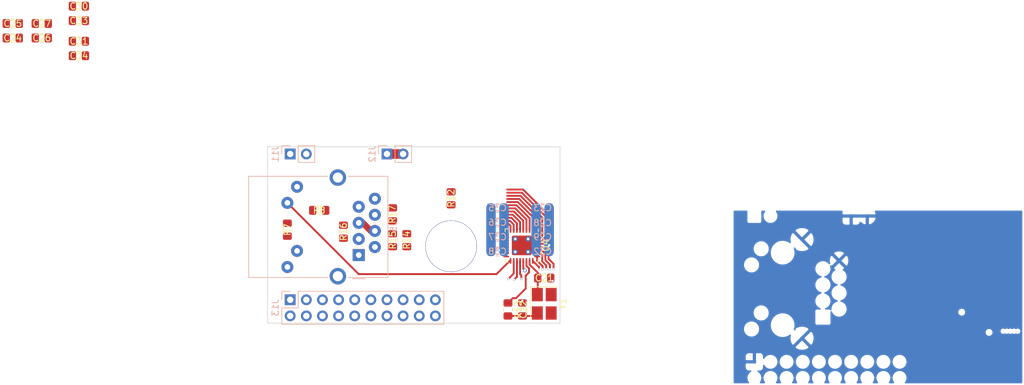
<source format=kicad_pcb>
(kicad_pcb (version 20171130) (host pcbnew "(5.1.5)-3")

  (general
    (thickness 1.6)
    (drawings 6)
    (tracks 247)
    (zones 0)
    (modules 32)
    (nets 37)
  )

  (page A4)
  (layers
    (0 F.Cu signal)
    (1 In1.Cu power)
    (2 In2.Cu signal)
    (31 B.Cu power)
    (32 B.Adhes user)
    (33 F.Adhes user)
    (34 B.Paste user)
    (35 F.Paste user)
    (36 B.SilkS user)
    (37 F.SilkS user)
    (38 B.Mask user)
    (39 F.Mask user)
    (40 Dwgs.User user)
    (41 Cmts.User user)
    (42 Eco1.User user)
    (43 Eco2.User user)
    (44 Edge.Cuts user)
    (45 Margin user)
    (46 B.CrtYd user)
    (47 F.CrtYd user)
    (48 B.Fab user)
    (49 F.Fab user)
  )

  (setup
    (last_trace_width 0.295)
    (user_trace_width 0.295)
    (user_trace_width 0.357)
    (user_trace_width 0.38)
    (user_trace_width 0.439)
    (user_trace_width 0.65)
    (user_trace_width 0.8)
    (user_trace_width 1)
    (user_trace_width 1.25)
    (user_trace_width 1.5)
    (trace_clearance 0.2)
    (zone_clearance 0.239)
    (zone_45_only no)
    (trace_min 0.2)
    (via_size 0.8)
    (via_drill 0.4)
    (via_min_size 0.35)
    (via_min_drill 0.3)
    (user_via 0.35 0.3)
    (user_via 0.6 0.4)
    (uvia_size 0.3)
    (uvia_drill 0.1)
    (uvias_allowed no)
    (uvia_min_size 0.2)
    (uvia_min_drill 0.1)
    (edge_width 0.1)
    (segment_width 0.2)
    (pcb_text_width 0.3)
    (pcb_text_size 1.5 1.5)
    (mod_edge_width 0.15)
    (mod_text_size 1 1)
    (mod_text_width 0.15)
    (pad_size 1.524 1.524)
    (pad_drill 0.762)
    (pad_to_mask_clearance 0)
    (aux_axis_origin 0 0)
    (visible_elements 7FFFFFFF)
    (pcbplotparams
      (layerselection 0x010fc_ffffffff)
      (usegerberextensions false)
      (usegerberattributes false)
      (usegerberadvancedattributes false)
      (creategerberjobfile false)
      (excludeedgelayer true)
      (linewidth 0.100000)
      (plotframeref false)
      (viasonmask false)
      (mode 1)
      (useauxorigin false)
      (hpglpennumber 1)
      (hpglpenspeed 20)
      (hpglpendiameter 15.000000)
      (psnegative false)
      (psa4output false)
      (plotreference true)
      (plotvalue true)
      (plotinvisibletext false)
      (padsonsilk false)
      (subtractmaskfromsilk false)
      (outputformat 1)
      (mirror false)
      (drillshape 1)
      (scaleselection 1)
      (outputdirectory ""))
  )

  (net 0 "")
  (net 1 GND)
  (net 2 +3V3)
  (net 3 /~RST)
  (net 4 "Net-(J5-PadR1)")
  (net 5 "Net-(J5-PadR2)")
  (net 6 "Net-(J5-PadR3)")
  (net 7 "Net-(J5-PadR6)")
  (net 8 "Net-(J5-PadR7)")
  (net 9 "Net-(J5-PadL1)")
  (net 10 "Net-(J5-PadL2)")
  (net 11 "Net-(J5-PadL3)")
  (net 12 "Net-(J5-PadL4)")
  (net 13 "Net-(R12-Pad1)")
  (net 14 /ETH_TX_D3)
  (net 15 /ETH_MDC)
  (net 16 /ETH_TX_D2)
  (net 17 /ETH_TX_CLK)
  (net 18 /ETH_CRS)
  (net 19 /ETH_RX_CLK)
  (net 20 /ETH_MDIO)
  (net 21 /ETH_COL)
  (net 22 /ETH_RX_DV)
  (net 23 /ETH_RX_D0)
  (net 24 /ETH_RX_D1)
  (net 25 /ETH_RX_D2)
  (net 26 /ETH_RX_D3)
  (net 27 /ETH_RX_ER)
  (net 28 /ETH_TX_EN)
  (net 29 /ETH_TX_D0)
  (net 30 /ETH_TX_D1)
  (net 31 "Net-(U4-Pad13)")
  (net 32 "Net-(U4-Pad15)")
  (net 33 /ETH_XI)
  (net 34 "Net-(C22-Pad1)")
  (net 35 /ETH_XO)
  (net 36 /ETH_~INTPD)

  (net_class Default "This is the default net class."
    (clearance 0.2)
    (trace_width 0.25)
    (via_dia 0.8)
    (via_drill 0.4)
    (uvia_dia 0.3)
    (uvia_drill 0.1)
    (add_net +3V3)
    (add_net /ETH_COL)
    (add_net /ETH_CRS)
    (add_net /ETH_MDC)
    (add_net /ETH_MDIO)
    (add_net /ETH_RX_CLK)
    (add_net /ETH_RX_D0)
    (add_net /ETH_RX_D1)
    (add_net /ETH_RX_D2)
    (add_net /ETH_RX_D3)
    (add_net /ETH_RX_DV)
    (add_net /ETH_RX_ER)
    (add_net /ETH_TX_CLK)
    (add_net /ETH_TX_D0)
    (add_net /ETH_TX_D1)
    (add_net /ETH_TX_D2)
    (add_net /ETH_TX_D3)
    (add_net /ETH_TX_EN)
    (add_net /ETH_XI)
    (add_net /ETH_XO)
    (add_net /ETH_~INTPD)
    (add_net /~RST)
    (add_net GND)
    (add_net "Net-(C22-Pad1)")
    (add_net "Net-(J5-PadL1)")
    (add_net "Net-(J5-PadL2)")
    (add_net "Net-(J5-PadL3)")
    (add_net "Net-(J5-PadL4)")
    (add_net "Net-(J5-PadR1)")
    (add_net "Net-(J5-PadR2)")
    (add_net "Net-(J5-PadR3)")
    (add_net "Net-(J5-PadR6)")
    (add_net "Net-(J5-PadR7)")
    (add_net "Net-(R12-Pad1)")
    (add_net "Net-(U4-Pad13)")
    (add_net "Net-(U4-Pad15)")
  )

  (module Capacitor_SMD:C_0805_2012Metric_Pad1.15x1.40mm_HandSolder (layer F.Cu) (tedit 5B36C52B) (tstamp 5F15B0BC)
    (at 177.165 102.2985)
    (descr "Capacitor SMD 0805 (2012 Metric), square (rectangular) end terminal, IPC_7351 nominal with elongated pad for handsoldering. (Body size source: https://docs.google.com/spreadsheets/d/1BsfQQcO9C6DZCsRaXUlFlo91Tg2WpOkGARC1WS5S8t0/edit?usp=sharing), generated with kicad-footprint-generator")
    (tags "capacitor handsolder")
    (path /6171206A)
    (attr smd)
    (fp_text reference C21 (at 0 0) (layer F.SilkS)
      (effects (font (size 1 1) (thickness 0.15)))
    )
    (fp_text value 18p (at 0 0) (layer F.Fab)
      (effects (font (size 1 1) (thickness 0.15)))
    )
    (fp_text user %R (at 0 0) (layer F.Fab)
      (effects (font (size 0.5 0.5) (thickness 0.08)))
    )
    (fp_line (start 1.85 0.95) (end -1.85 0.95) (layer F.CrtYd) (width 0.05))
    (fp_line (start 1.85 -0.95) (end 1.85 0.95) (layer F.CrtYd) (width 0.05))
    (fp_line (start -1.85 -0.95) (end 1.85 -0.95) (layer F.CrtYd) (width 0.05))
    (fp_line (start -1.85 0.95) (end -1.85 -0.95) (layer F.CrtYd) (width 0.05))
    (fp_line (start -0.261252 0.71) (end 0.261252 0.71) (layer F.SilkS) (width 0.12))
    (fp_line (start -0.261252 -0.71) (end 0.261252 -0.71) (layer F.SilkS) (width 0.12))
    (fp_line (start 1 0.6) (end -1 0.6) (layer F.Fab) (width 0.1))
    (fp_line (start 1 -0.6) (end 1 0.6) (layer F.Fab) (width 0.1))
    (fp_line (start -1 -0.6) (end 1 -0.6) (layer F.Fab) (width 0.1))
    (fp_line (start -1 0.6) (end -1 -0.6) (layer F.Fab) (width 0.1))
    (pad 2 smd roundrect (at 1.025 0) (size 1.15 1.4) (layers F.Cu F.Paste F.Mask) (roundrect_rratio 0.217391)
      (net 1 GND))
    (pad 1 smd roundrect (at -1.025 0) (size 1.15 1.4) (layers F.Cu F.Paste F.Mask) (roundrect_rratio 0.217391)
      (net 33 /ETH_XI))
    (model ${KISYS3DMOD}/Capacitor_SMD.3dshapes/C_0805_2012Metric.wrl
      (at (xyz 0 0 0))
      (scale (xyz 1 1 1))
      (rotate (xyz 0 0 0))
    )
  )

  (module Capacitor_SMD:C_0805_2012Metric_Pad1.15x1.40mm_HandSolder (layer F.Cu) (tedit 5B36C52B) (tstamp 5F15B0CD)
    (at 173.736 107.2515 90)
    (descr "Capacitor SMD 0805 (2012 Metric), square (rectangular) end terminal, IPC_7351 nominal with elongated pad for handsoldering. (Body size source: https://docs.google.com/spreadsheets/d/1BsfQQcO9C6DZCsRaXUlFlo91Tg2WpOkGARC1WS5S8t0/edit?usp=sharing), generated with kicad-footprint-generator")
    (tags "capacitor handsolder")
    (path /6198677D)
    (attr smd)
    (fp_text reference C22 (at 0 0.127 90) (layer F.SilkS)
      (effects (font (size 1 1) (thickness 0.15)))
    )
    (fp_text value 18p (at 0 0 90) (layer F.Fab)
      (effects (font (size 1 1) (thickness 0.15)))
    )
    (fp_text user %R (at 0 0 90) (layer F.Fab)
      (effects (font (size 0.5 0.5) (thickness 0.08)))
    )
    (fp_line (start 1.85 0.95) (end -1.85 0.95) (layer F.CrtYd) (width 0.05))
    (fp_line (start 1.85 -0.95) (end 1.85 0.95) (layer F.CrtYd) (width 0.05))
    (fp_line (start -1.85 -0.95) (end 1.85 -0.95) (layer F.CrtYd) (width 0.05))
    (fp_line (start -1.85 0.95) (end -1.85 -0.95) (layer F.CrtYd) (width 0.05))
    (fp_line (start -0.261252 0.71) (end 0.261252 0.71) (layer F.SilkS) (width 0.12))
    (fp_line (start -0.261252 -0.71) (end 0.261252 -0.71) (layer F.SilkS) (width 0.12))
    (fp_line (start 1 0.6) (end -1 0.6) (layer F.Fab) (width 0.1))
    (fp_line (start 1 -0.6) (end 1 0.6) (layer F.Fab) (width 0.1))
    (fp_line (start -1 -0.6) (end 1 -0.6) (layer F.Fab) (width 0.1))
    (fp_line (start -1 0.6) (end -1 -0.6) (layer F.Fab) (width 0.1))
    (pad 2 smd roundrect (at 1.025 0 90) (size 1.15 1.4) (layers F.Cu F.Paste F.Mask) (roundrect_rratio 0.217391)
      (net 1 GND))
    (pad 1 smd roundrect (at -1.025 0 90) (size 1.15 1.4) (layers F.Cu F.Paste F.Mask) (roundrect_rratio 0.217391)
      (net 34 "Net-(C22-Pad1)"))
    (model ${KISYS3DMOD}/Capacitor_SMD.3dshapes/C_0805_2012Metric.wrl
      (at (xyz 0 0 0))
      (scale (xyz 1 1 1))
      (rotate (xyz 0 0 0))
    )
  )

  (module Capacitor_SMD:C_0805_2012Metric_Pad1.15x1.40mm_HandSolder (layer B.Cu) (tedit 5B36C52B) (tstamp 5F15B0DE)
    (at 176.911 91.2495 180)
    (descr "Capacitor SMD 0805 (2012 Metric), square (rectangular) end terminal, IPC_7351 nominal with elongated pad for handsoldering. (Body size source: https://docs.google.com/spreadsheets/d/1BsfQQcO9C6DZCsRaXUlFlo91Tg2WpOkGARC1WS5S8t0/edit?usp=sharing), generated with kicad-footprint-generator")
    (tags "capacitor handsolder")
    (path /61799E37)
    (attr smd)
    (fp_text reference C23 (at 0 0) (layer B.SilkS)
      (effects (font (size 1 1) (thickness 0.15)) (justify mirror))
    )
    (fp_text value 10u (at 0 0) (layer B.Fab)
      (effects (font (size 1 1) (thickness 0.15)) (justify mirror))
    )
    (fp_line (start -1 -0.6) (end -1 0.6) (layer B.Fab) (width 0.1))
    (fp_line (start -1 0.6) (end 1 0.6) (layer B.Fab) (width 0.1))
    (fp_line (start 1 0.6) (end 1 -0.6) (layer B.Fab) (width 0.1))
    (fp_line (start 1 -0.6) (end -1 -0.6) (layer B.Fab) (width 0.1))
    (fp_line (start -0.261252 0.71) (end 0.261252 0.71) (layer B.SilkS) (width 0.12))
    (fp_line (start -0.261252 -0.71) (end 0.261252 -0.71) (layer B.SilkS) (width 0.12))
    (fp_line (start -1.85 -0.95) (end -1.85 0.95) (layer B.CrtYd) (width 0.05))
    (fp_line (start -1.85 0.95) (end 1.85 0.95) (layer B.CrtYd) (width 0.05))
    (fp_line (start 1.85 0.95) (end 1.85 -0.95) (layer B.CrtYd) (width 0.05))
    (fp_line (start 1.85 -0.95) (end -1.85 -0.95) (layer B.CrtYd) (width 0.05))
    (fp_text user %R (at 0 0) (layer B.Fab)
      (effects (font (size 0.5 0.5) (thickness 0.08)) (justify mirror))
    )
    (pad 1 smd roundrect (at -1.025 0 180) (size 1.15 1.4) (layers B.Cu B.Paste B.Mask) (roundrect_rratio 0.217391)
      (net 2 +3V3))
    (pad 2 smd roundrect (at 1.025 0 180) (size 1.15 1.4) (layers B.Cu B.Paste B.Mask) (roundrect_rratio 0.217391)
      (net 1 GND))
    (model ${KISYS3DMOD}/Capacitor_SMD.3dshapes/C_0805_2012Metric.wrl
      (at (xyz 0 0 0))
      (scale (xyz 1 1 1))
      (rotate (xyz 0 0 0))
    )
  )

  (module Capacitor_SMD:C_0805_2012Metric_Pad1.15x1.40mm_HandSolder (layer F.Cu) (tedit 5B36C52B) (tstamp 5F15B0EF)
    (at 93.472 64.4525)
    (descr "Capacitor SMD 0805 (2012 Metric), square (rectangular) end terminal, IPC_7351 nominal with elongated pad for handsoldering. (Body size source: https://docs.google.com/spreadsheets/d/1BsfQQcO9C6DZCsRaXUlFlo91Tg2WpOkGARC1WS5S8t0/edit?usp=sharing), generated with kicad-footprint-generator")
    (tags "capacitor handsolder")
    (path /60DB80CC)
    (attr smd)
    (fp_text reference C24 (at 0 0) (layer F.SilkS)
      (effects (font (size 1 1) (thickness 0.15)))
    )
    (fp_text value 1u (at 0 0) (layer F.Fab)
      (effects (font (size 1 1) (thickness 0.15)))
    )
    (fp_line (start -1 0.6) (end -1 -0.6) (layer F.Fab) (width 0.1))
    (fp_line (start -1 -0.6) (end 1 -0.6) (layer F.Fab) (width 0.1))
    (fp_line (start 1 -0.6) (end 1 0.6) (layer F.Fab) (width 0.1))
    (fp_line (start 1 0.6) (end -1 0.6) (layer F.Fab) (width 0.1))
    (fp_line (start -0.261252 -0.71) (end 0.261252 -0.71) (layer F.SilkS) (width 0.12))
    (fp_line (start -0.261252 0.71) (end 0.261252 0.71) (layer F.SilkS) (width 0.12))
    (fp_line (start -1.85 0.95) (end -1.85 -0.95) (layer F.CrtYd) (width 0.05))
    (fp_line (start -1.85 -0.95) (end 1.85 -0.95) (layer F.CrtYd) (width 0.05))
    (fp_line (start 1.85 -0.95) (end 1.85 0.95) (layer F.CrtYd) (width 0.05))
    (fp_line (start 1.85 0.95) (end -1.85 0.95) (layer F.CrtYd) (width 0.05))
    (fp_text user %R (at 0 0) (layer F.Fab)
      (effects (font (size 0.5 0.5) (thickness 0.08)))
    )
    (pad 1 smd roundrect (at -1.025 0) (size 1.15 1.4) (layers F.Cu F.Paste F.Mask) (roundrect_rratio 0.217391)
      (net 2 +3V3))
    (pad 2 smd roundrect (at 1.025 0) (size 1.15 1.4) (layers F.Cu F.Paste F.Mask) (roundrect_rratio 0.217391)
      (net 1 GND))
    (model ${KISYS3DMOD}/Capacitor_SMD.3dshapes/C_0805_2012Metric.wrl
      (at (xyz 0 0 0))
      (scale (xyz 1 1 1))
      (rotate (xyz 0 0 0))
    )
  )

  (module Capacitor_SMD:C_0805_2012Metric_Pad1.15x1.40mm_HandSolder (layer F.Cu) (tedit 5B36C52B) (tstamp 5F15B100)
    (at 93.472 62.1665)
    (descr "Capacitor SMD 0805 (2012 Metric), square (rectangular) end terminal, IPC_7351 nominal with elongated pad for handsoldering. (Body size source: https://docs.google.com/spreadsheets/d/1BsfQQcO9C6DZCsRaXUlFlo91Tg2WpOkGARC1WS5S8t0/edit?usp=sharing), generated with kicad-footprint-generator")
    (tags "capacitor handsolder")
    (path /60CDFAA4)
    (attr smd)
    (fp_text reference C25 (at 0 0) (layer F.SilkS)
      (effects (font (size 1 1) (thickness 0.15)))
    )
    (fp_text value 100n (at 0 0) (layer F.Fab)
      (effects (font (size 1 1) (thickness 0.15)))
    )
    (fp_text user %R (at 0 0) (layer F.Fab)
      (effects (font (size 0.5 0.5) (thickness 0.08)))
    )
    (fp_line (start 1.85 0.95) (end -1.85 0.95) (layer F.CrtYd) (width 0.05))
    (fp_line (start 1.85 -0.95) (end 1.85 0.95) (layer F.CrtYd) (width 0.05))
    (fp_line (start -1.85 -0.95) (end 1.85 -0.95) (layer F.CrtYd) (width 0.05))
    (fp_line (start -1.85 0.95) (end -1.85 -0.95) (layer F.CrtYd) (width 0.05))
    (fp_line (start -0.261252 0.71) (end 0.261252 0.71) (layer F.SilkS) (width 0.12))
    (fp_line (start -0.261252 -0.71) (end 0.261252 -0.71) (layer F.SilkS) (width 0.12))
    (fp_line (start 1 0.6) (end -1 0.6) (layer F.Fab) (width 0.1))
    (fp_line (start 1 -0.6) (end 1 0.6) (layer F.Fab) (width 0.1))
    (fp_line (start -1 -0.6) (end 1 -0.6) (layer F.Fab) (width 0.1))
    (fp_line (start -1 0.6) (end -1 -0.6) (layer F.Fab) (width 0.1))
    (pad 2 smd roundrect (at 1.025 0) (size 1.15 1.4) (layers F.Cu F.Paste F.Mask) (roundrect_rratio 0.217391)
      (net 1 GND))
    (pad 1 smd roundrect (at -1.025 0) (size 1.15 1.4) (layers F.Cu F.Paste F.Mask) (roundrect_rratio 0.217391)
      (net 2 +3V3))
    (model ${KISYS3DMOD}/Capacitor_SMD.3dshapes/C_0805_2012Metric.wrl
      (at (xyz 0 0 0))
      (scale (xyz 1 1 1))
      (rotate (xyz 0 0 0))
    )
  )

  (module Capacitor_SMD:C_0805_2012Metric_Pad1.15x1.40mm_HandSolder (layer F.Cu) (tedit 5B36C52B) (tstamp 5F15B111)
    (at 98.044 64.4525)
    (descr "Capacitor SMD 0805 (2012 Metric), square (rectangular) end terminal, IPC_7351 nominal with elongated pad for handsoldering. (Body size source: https://docs.google.com/spreadsheets/d/1BsfQQcO9C6DZCsRaXUlFlo91Tg2WpOkGARC1WS5S8t0/edit?usp=sharing), generated with kicad-footprint-generator")
    (tags "capacitor handsolder")
    (path /60FAF997)
    (attr smd)
    (fp_text reference C26 (at 0 0) (layer F.SilkS)
      (effects (font (size 1 1) (thickness 0.15)))
    )
    (fp_text value 1u (at 0 0) (layer F.Fab)
      (effects (font (size 1 1) (thickness 0.15)))
    )
    (fp_line (start -1 0.6) (end -1 -0.6) (layer F.Fab) (width 0.1))
    (fp_line (start -1 -0.6) (end 1 -0.6) (layer F.Fab) (width 0.1))
    (fp_line (start 1 -0.6) (end 1 0.6) (layer F.Fab) (width 0.1))
    (fp_line (start 1 0.6) (end -1 0.6) (layer F.Fab) (width 0.1))
    (fp_line (start -0.261252 -0.71) (end 0.261252 -0.71) (layer F.SilkS) (width 0.12))
    (fp_line (start -0.261252 0.71) (end 0.261252 0.71) (layer F.SilkS) (width 0.12))
    (fp_line (start -1.85 0.95) (end -1.85 -0.95) (layer F.CrtYd) (width 0.05))
    (fp_line (start -1.85 -0.95) (end 1.85 -0.95) (layer F.CrtYd) (width 0.05))
    (fp_line (start 1.85 -0.95) (end 1.85 0.95) (layer F.CrtYd) (width 0.05))
    (fp_line (start 1.85 0.95) (end -1.85 0.95) (layer F.CrtYd) (width 0.05))
    (fp_text user %R (at 0 0) (layer F.Fab)
      (effects (font (size 0.5 0.5) (thickness 0.08)))
    )
    (pad 1 smd roundrect (at -1.025 0) (size 1.15 1.4) (layers F.Cu F.Paste F.Mask) (roundrect_rratio 0.217391)
      (net 2 +3V3))
    (pad 2 smd roundrect (at 1.025 0) (size 1.15 1.4) (layers F.Cu F.Paste F.Mask) (roundrect_rratio 0.217391)
      (net 1 GND))
    (model ${KISYS3DMOD}/Capacitor_SMD.3dshapes/C_0805_2012Metric.wrl
      (at (xyz 0 0 0))
      (scale (xyz 1 1 1))
      (rotate (xyz 0 0 0))
    )
  )

  (module Capacitor_SMD:C_0805_2012Metric_Pad1.15x1.40mm_HandSolder (layer F.Cu) (tedit 5B36C52B) (tstamp 5F15B122)
    (at 98.044 62.1665)
    (descr "Capacitor SMD 0805 (2012 Metric), square (rectangular) end terminal, IPC_7351 nominal with elongated pad for handsoldering. (Body size source: https://docs.google.com/spreadsheets/d/1BsfQQcO9C6DZCsRaXUlFlo91Tg2WpOkGARC1WS5S8t0/edit?usp=sharing), generated with kicad-footprint-generator")
    (tags "capacitor handsolder")
    (path /60FAF98B)
    (attr smd)
    (fp_text reference C27 (at 0 0) (layer F.SilkS)
      (effects (font (size 1 1) (thickness 0.15)))
    )
    (fp_text value 100n (at 0 0) (layer F.Fab)
      (effects (font (size 1 1) (thickness 0.15)))
    )
    (fp_text user %R (at 0 0) (layer F.Fab)
      (effects (font (size 0.5 0.5) (thickness 0.08)))
    )
    (fp_line (start 1.85 0.95) (end -1.85 0.95) (layer F.CrtYd) (width 0.05))
    (fp_line (start 1.85 -0.95) (end 1.85 0.95) (layer F.CrtYd) (width 0.05))
    (fp_line (start -1.85 -0.95) (end 1.85 -0.95) (layer F.CrtYd) (width 0.05))
    (fp_line (start -1.85 0.95) (end -1.85 -0.95) (layer F.CrtYd) (width 0.05))
    (fp_line (start -0.261252 0.71) (end 0.261252 0.71) (layer F.SilkS) (width 0.12))
    (fp_line (start -0.261252 -0.71) (end 0.261252 -0.71) (layer F.SilkS) (width 0.12))
    (fp_line (start 1 0.6) (end -1 0.6) (layer F.Fab) (width 0.1))
    (fp_line (start 1 -0.6) (end 1 0.6) (layer F.Fab) (width 0.1))
    (fp_line (start -1 -0.6) (end 1 -0.6) (layer F.Fab) (width 0.1))
    (fp_line (start -1 0.6) (end -1 -0.6) (layer F.Fab) (width 0.1))
    (pad 2 smd roundrect (at 1.025 0) (size 1.15 1.4) (layers F.Cu F.Paste F.Mask) (roundrect_rratio 0.217391)
      (net 1 GND))
    (pad 1 smd roundrect (at -1.025 0) (size 1.15 1.4) (layers F.Cu F.Paste F.Mask) (roundrect_rratio 0.217391)
      (net 2 +3V3))
    (model ${KISYS3DMOD}/Capacitor_SMD.3dshapes/C_0805_2012Metric.wrl
      (at (xyz 0 0 0))
      (scale (xyz 1 1 1))
      (rotate (xyz 0 0 0))
    )
  )

  (module Capacitor_SMD:C_0805_2012Metric_Pad1.15x1.40mm_HandSolder (layer B.Cu) (tedit 5B36C52B) (tstamp 5F15B133)
    (at 176.911 93.5355 180)
    (descr "Capacitor SMD 0805 (2012 Metric), square (rectangular) end terminal, IPC_7351 nominal with elongated pad for handsoldering. (Body size source: https://docs.google.com/spreadsheets/d/1BsfQQcO9C6DZCsRaXUlFlo91Tg2WpOkGARC1WS5S8t0/edit?usp=sharing), generated with kicad-footprint-generator")
    (tags "capacitor handsolder")
    (path /61799E3F)
    (attr smd)
    (fp_text reference C28 (at 0 -0.0635) (layer B.SilkS)
      (effects (font (size 1 1) (thickness 0.15)) (justify mirror))
    )
    (fp_text value 1u (at 0 0) (layer B.Fab)
      (effects (font (size 1 1) (thickness 0.15)) (justify mirror))
    )
    (fp_text user %R (at 0 0) (layer B.Fab)
      (effects (font (size 0.5 0.5) (thickness 0.08)) (justify mirror))
    )
    (fp_line (start 1.85 -0.95) (end -1.85 -0.95) (layer B.CrtYd) (width 0.05))
    (fp_line (start 1.85 0.95) (end 1.85 -0.95) (layer B.CrtYd) (width 0.05))
    (fp_line (start -1.85 0.95) (end 1.85 0.95) (layer B.CrtYd) (width 0.05))
    (fp_line (start -1.85 -0.95) (end -1.85 0.95) (layer B.CrtYd) (width 0.05))
    (fp_line (start -0.261252 -0.71) (end 0.261252 -0.71) (layer B.SilkS) (width 0.12))
    (fp_line (start -0.261252 0.71) (end 0.261252 0.71) (layer B.SilkS) (width 0.12))
    (fp_line (start 1 -0.6) (end -1 -0.6) (layer B.Fab) (width 0.1))
    (fp_line (start 1 0.6) (end 1 -0.6) (layer B.Fab) (width 0.1))
    (fp_line (start -1 0.6) (end 1 0.6) (layer B.Fab) (width 0.1))
    (fp_line (start -1 -0.6) (end -1 0.6) (layer B.Fab) (width 0.1))
    (pad 2 smd roundrect (at 1.025 0 180) (size 1.15 1.4) (layers B.Cu B.Paste B.Mask) (roundrect_rratio 0.217391)
      (net 1 GND))
    (pad 1 smd roundrect (at -1.025 0 180) (size 1.15 1.4) (layers B.Cu B.Paste B.Mask) (roundrect_rratio 0.217391)
      (net 2 +3V3))
    (model ${KISYS3DMOD}/Capacitor_SMD.3dshapes/C_0805_2012Metric.wrl
      (at (xyz 0 0 0))
      (scale (xyz 1 1 1))
      (rotate (xyz 0 0 0))
    )
  )

  (module Capacitor_SMD:C_0805_2012Metric_Pad1.15x1.40mm_HandSolder (layer B.Cu) (tedit 5B36C52B) (tstamp 5F15B144)
    (at 176.911 95.8215 180)
    (descr "Capacitor SMD 0805 (2012 Metric), square (rectangular) end terminal, IPC_7351 nominal with elongated pad for handsoldering. (Body size source: https://docs.google.com/spreadsheets/d/1BsfQQcO9C6DZCsRaXUlFlo91Tg2WpOkGARC1WS5S8t0/edit?usp=sharing), generated with kicad-footprint-generator")
    (tags "capacitor handsolder")
    (path /61799E49)
    (attr smd)
    (fp_text reference C29 (at 0 0) (layer B.SilkS)
      (effects (font (size 1 1) (thickness 0.15)) (justify mirror))
    )
    (fp_text value 100n (at 0 0) (layer B.Fab)
      (effects (font (size 1 1) (thickness 0.15)) (justify mirror))
    )
    (fp_line (start -1 -0.6) (end -1 0.6) (layer B.Fab) (width 0.1))
    (fp_line (start -1 0.6) (end 1 0.6) (layer B.Fab) (width 0.1))
    (fp_line (start 1 0.6) (end 1 -0.6) (layer B.Fab) (width 0.1))
    (fp_line (start 1 -0.6) (end -1 -0.6) (layer B.Fab) (width 0.1))
    (fp_line (start -0.261252 0.71) (end 0.261252 0.71) (layer B.SilkS) (width 0.12))
    (fp_line (start -0.261252 -0.71) (end 0.261252 -0.71) (layer B.SilkS) (width 0.12))
    (fp_line (start -1.85 -0.95) (end -1.85 0.95) (layer B.CrtYd) (width 0.05))
    (fp_line (start -1.85 0.95) (end 1.85 0.95) (layer B.CrtYd) (width 0.05))
    (fp_line (start 1.85 0.95) (end 1.85 -0.95) (layer B.CrtYd) (width 0.05))
    (fp_line (start 1.85 -0.95) (end -1.85 -0.95) (layer B.CrtYd) (width 0.05))
    (fp_text user %R (at 0 0) (layer B.Fab)
      (effects (font (size 0.5 0.5) (thickness 0.08)) (justify mirror))
    )
    (pad 1 smd roundrect (at -1.025 0 180) (size 1.15 1.4) (layers B.Cu B.Paste B.Mask) (roundrect_rratio 0.217391)
      (net 2 +3V3))
    (pad 2 smd roundrect (at 1.025 0 180) (size 1.15 1.4) (layers B.Cu B.Paste B.Mask) (roundrect_rratio 0.217391)
      (net 1 GND))
    (model ${KISYS3DMOD}/Capacitor_SMD.3dshapes/C_0805_2012Metric.wrl
      (at (xyz 0 0 0))
      (scale (xyz 1 1 1))
      (rotate (xyz 0 0 0))
    )
  )

  (module Capacitor_SMD:C_0805_2012Metric_Pad1.15x1.40mm_HandSolder (layer F.Cu) (tedit 5B36C52B) (tstamp 5F15B155)
    (at 103.886 59.436)
    (descr "Capacitor SMD 0805 (2012 Metric), square (rectangular) end terminal, IPC_7351 nominal with elongated pad for handsoldering. (Body size source: https://docs.google.com/spreadsheets/d/1BsfQQcO9C6DZCsRaXUlFlo91Tg2WpOkGARC1WS5S8t0/edit?usp=sharing), generated with kicad-footprint-generator")
    (tags "capacitor handsolder")
    (path /60DDB3F7)
    (attr smd)
    (fp_text reference C30 (at 0 0) (layer F.SilkS)
      (effects (font (size 1 1) (thickness 0.15)))
    )
    (fp_text value 100n (at 0 0.0635) (layer F.Fab)
      (effects (font (size 1 1) (thickness 0.15)))
    )
    (fp_text user %R (at 0 0) (layer F.Fab)
      (effects (font (size 0.5 0.5) (thickness 0.08)))
    )
    (fp_line (start 1.85 0.95) (end -1.85 0.95) (layer F.CrtYd) (width 0.05))
    (fp_line (start 1.85 -0.95) (end 1.85 0.95) (layer F.CrtYd) (width 0.05))
    (fp_line (start -1.85 -0.95) (end 1.85 -0.95) (layer F.CrtYd) (width 0.05))
    (fp_line (start -1.85 0.95) (end -1.85 -0.95) (layer F.CrtYd) (width 0.05))
    (fp_line (start -0.261252 0.71) (end 0.261252 0.71) (layer F.SilkS) (width 0.12))
    (fp_line (start -0.261252 -0.71) (end 0.261252 -0.71) (layer F.SilkS) (width 0.12))
    (fp_line (start 1 0.6) (end -1 0.6) (layer F.Fab) (width 0.1))
    (fp_line (start 1 -0.6) (end 1 0.6) (layer F.Fab) (width 0.1))
    (fp_line (start -1 -0.6) (end 1 -0.6) (layer F.Fab) (width 0.1))
    (fp_line (start -1 0.6) (end -1 -0.6) (layer F.Fab) (width 0.1))
    (pad 2 smd roundrect (at 1.025 0) (size 1.15 1.4) (layers F.Cu F.Paste F.Mask) (roundrect_rratio 0.217391)
      (net 1 GND))
    (pad 1 smd roundrect (at -1.025 0) (size 1.15 1.4) (layers F.Cu F.Paste F.Mask) (roundrect_rratio 0.217391)
      (net 2 +3V3))
    (model ${KISYS3DMOD}/Capacitor_SMD.3dshapes/C_0805_2012Metric.wrl
      (at (xyz 0 0 0))
      (scale (xyz 1 1 1))
      (rotate (xyz 0 0 0))
    )
  )

  (module Capacitor_SMD:C_0805_2012Metric_Pad1.15x1.40mm_HandSolder (layer F.Cu) (tedit 5B36C52B) (tstamp 5F15B166)
    (at 103.886 64.9605)
    (descr "Capacitor SMD 0805 (2012 Metric), square (rectangular) end terminal, IPC_7351 nominal with elongated pad for handsoldering. (Body size source: https://docs.google.com/spreadsheets/d/1BsfQQcO9C6DZCsRaXUlFlo91Tg2WpOkGARC1WS5S8t0/edit?usp=sharing), generated with kicad-footprint-generator")
    (tags "capacitor handsolder")
    (path /60DFEEA0)
    (attr smd)
    (fp_text reference C31 (at 0 0) (layer F.SilkS)
      (effects (font (size 1 1) (thickness 0.15)))
    )
    (fp_text value 100n (at 0 0) (layer F.Fab)
      (effects (font (size 1 1) (thickness 0.15)))
    )
    (fp_line (start -1 0.6) (end -1 -0.6) (layer F.Fab) (width 0.1))
    (fp_line (start -1 -0.6) (end 1 -0.6) (layer F.Fab) (width 0.1))
    (fp_line (start 1 -0.6) (end 1 0.6) (layer F.Fab) (width 0.1))
    (fp_line (start 1 0.6) (end -1 0.6) (layer F.Fab) (width 0.1))
    (fp_line (start -0.261252 -0.71) (end 0.261252 -0.71) (layer F.SilkS) (width 0.12))
    (fp_line (start -0.261252 0.71) (end 0.261252 0.71) (layer F.SilkS) (width 0.12))
    (fp_line (start -1.85 0.95) (end -1.85 -0.95) (layer F.CrtYd) (width 0.05))
    (fp_line (start -1.85 -0.95) (end 1.85 -0.95) (layer F.CrtYd) (width 0.05))
    (fp_line (start 1.85 -0.95) (end 1.85 0.95) (layer F.CrtYd) (width 0.05))
    (fp_line (start 1.85 0.95) (end -1.85 0.95) (layer F.CrtYd) (width 0.05))
    (fp_text user %R (at 0 0) (layer F.Fab)
      (effects (font (size 0.5 0.5) (thickness 0.08)))
    )
    (pad 1 smd roundrect (at -1.025 0) (size 1.15 1.4) (layers F.Cu F.Paste F.Mask) (roundrect_rratio 0.217391)
      (net 2 +3V3))
    (pad 2 smd roundrect (at 1.025 0) (size 1.15 1.4) (layers F.Cu F.Paste F.Mask) (roundrect_rratio 0.217391)
      (net 1 GND))
    (model ${KISYS3DMOD}/Capacitor_SMD.3dshapes/C_0805_2012Metric.wrl
      (at (xyz 0 0 0))
      (scale (xyz 1 1 1))
      (rotate (xyz 0 0 0))
    )
  )

  (module Capacitor_SMD:C_0805_2012Metric_Pad1.15x1.40mm_HandSolder (layer B.Cu) (tedit 5B36C52B) (tstamp 5F15B177)
    (at 176.911 98.1075 180)
    (descr "Capacitor SMD 0805 (2012 Metric), square (rectangular) end terminal, IPC_7351 nominal with elongated pad for handsoldering. (Body size source: https://docs.google.com/spreadsheets/d/1BsfQQcO9C6DZCsRaXUlFlo91Tg2WpOkGARC1WS5S8t0/edit?usp=sharing), generated with kicad-footprint-generator")
    (tags "capacitor handsolder")
    (path /61799E4F)
    (attr smd)
    (fp_text reference C32 (at 0 0) (layer B.SilkS)
      (effects (font (size 1 1) (thickness 0.15)) (justify mirror))
    )
    (fp_text value 10n (at 0 0) (layer B.Fab)
      (effects (font (size 1 1) (thickness 0.15)) (justify mirror))
    )
    (fp_line (start -1 -0.6) (end -1 0.6) (layer B.Fab) (width 0.1))
    (fp_line (start -1 0.6) (end 1 0.6) (layer B.Fab) (width 0.1))
    (fp_line (start 1 0.6) (end 1 -0.6) (layer B.Fab) (width 0.1))
    (fp_line (start 1 -0.6) (end -1 -0.6) (layer B.Fab) (width 0.1))
    (fp_line (start -0.261252 0.71) (end 0.261252 0.71) (layer B.SilkS) (width 0.12))
    (fp_line (start -0.261252 -0.71) (end 0.261252 -0.71) (layer B.SilkS) (width 0.12))
    (fp_line (start -1.85 -0.95) (end -1.85 0.95) (layer B.CrtYd) (width 0.05))
    (fp_line (start -1.85 0.95) (end 1.85 0.95) (layer B.CrtYd) (width 0.05))
    (fp_line (start 1.85 0.95) (end 1.85 -0.95) (layer B.CrtYd) (width 0.05))
    (fp_line (start 1.85 -0.95) (end -1.85 -0.95) (layer B.CrtYd) (width 0.05))
    (fp_text user %R (at 0 0) (layer B.Fab)
      (effects (font (size 0.5 0.5) (thickness 0.08)) (justify mirror))
    )
    (pad 1 smd roundrect (at -1.025 0 180) (size 1.15 1.4) (layers B.Cu B.Paste B.Mask) (roundrect_rratio 0.217391)
      (net 2 +3V3))
    (pad 2 smd roundrect (at 1.025 0 180) (size 1.15 1.4) (layers B.Cu B.Paste B.Mask) (roundrect_rratio 0.217391)
      (net 1 GND))
    (model ${KISYS3DMOD}/Capacitor_SMD.3dshapes/C_0805_2012Metric.wrl
      (at (xyz 0 0 0))
      (scale (xyz 1 1 1))
      (rotate (xyz 0 0 0))
    )
  )

  (module Capacitor_SMD:C_0805_2012Metric_Pad1.15x1.40mm_HandSolder (layer F.Cu) (tedit 5B36C52B) (tstamp 5F15B188)
    (at 103.886 61.722)
    (descr "Capacitor SMD 0805 (2012 Metric), square (rectangular) end terminal, IPC_7351 nominal with elongated pad for handsoldering. (Body size source: https://docs.google.com/spreadsheets/d/1BsfQQcO9C6DZCsRaXUlFlo91Tg2WpOkGARC1WS5S8t0/edit?usp=sharing), generated with kicad-footprint-generator")
    (tags "capacitor handsolder")
    (path /60DDB3FD)
    (attr smd)
    (fp_text reference C33 (at 0 0) (layer F.SilkS)
      (effects (font (size 1 1) (thickness 0.15)))
    )
    (fp_text value 1u (at 0 0) (layer F.Fab)
      (effects (font (size 1 1) (thickness 0.15)))
    )
    (fp_line (start -1 0.6) (end -1 -0.6) (layer F.Fab) (width 0.1))
    (fp_line (start -1 -0.6) (end 1 -0.6) (layer F.Fab) (width 0.1))
    (fp_line (start 1 -0.6) (end 1 0.6) (layer F.Fab) (width 0.1))
    (fp_line (start 1 0.6) (end -1 0.6) (layer F.Fab) (width 0.1))
    (fp_line (start -0.261252 -0.71) (end 0.261252 -0.71) (layer F.SilkS) (width 0.12))
    (fp_line (start -0.261252 0.71) (end 0.261252 0.71) (layer F.SilkS) (width 0.12))
    (fp_line (start -1.85 0.95) (end -1.85 -0.95) (layer F.CrtYd) (width 0.05))
    (fp_line (start -1.85 -0.95) (end 1.85 -0.95) (layer F.CrtYd) (width 0.05))
    (fp_line (start 1.85 -0.95) (end 1.85 0.95) (layer F.CrtYd) (width 0.05))
    (fp_line (start 1.85 0.95) (end -1.85 0.95) (layer F.CrtYd) (width 0.05))
    (fp_text user %R (at 0 0) (layer F.Fab)
      (effects (font (size 0.5 0.5) (thickness 0.08)))
    )
    (pad 1 smd roundrect (at -1.025 0) (size 1.15 1.4) (layers F.Cu F.Paste F.Mask) (roundrect_rratio 0.217391)
      (net 2 +3V3))
    (pad 2 smd roundrect (at 1.025 0) (size 1.15 1.4) (layers F.Cu F.Paste F.Mask) (roundrect_rratio 0.217391)
      (net 1 GND))
    (model ${KISYS3DMOD}/Capacitor_SMD.3dshapes/C_0805_2012Metric.wrl
      (at (xyz 0 0 0))
      (scale (xyz 1 1 1))
      (rotate (xyz 0 0 0))
    )
  )

  (module Capacitor_SMD:C_0805_2012Metric_Pad1.15x1.40mm_HandSolder (layer F.Cu) (tedit 5B36C52B) (tstamp 5F15B199)
    (at 103.895 67.2465)
    (descr "Capacitor SMD 0805 (2012 Metric), square (rectangular) end terminal, IPC_7351 nominal with elongated pad for handsoldering. (Body size source: https://docs.google.com/spreadsheets/d/1BsfQQcO9C6DZCsRaXUlFlo91Tg2WpOkGARC1WS5S8t0/edit?usp=sharing), generated with kicad-footprint-generator")
    (tags "capacitor handsolder")
    (path /60DFEEA6)
    (attr smd)
    (fp_text reference C34 (at 0 0) (layer F.SilkS)
      (effects (font (size 1 1) (thickness 0.15)))
    )
    (fp_text value 1u (at 0 0) (layer F.Fab)
      (effects (font (size 1 1) (thickness 0.15)))
    )
    (fp_text user %R (at 0 0) (layer F.Fab)
      (effects (font (size 0.5 0.5) (thickness 0.08)))
    )
    (fp_line (start 1.85 0.95) (end -1.85 0.95) (layer F.CrtYd) (width 0.05))
    (fp_line (start 1.85 -0.95) (end 1.85 0.95) (layer F.CrtYd) (width 0.05))
    (fp_line (start -1.85 -0.95) (end 1.85 -0.95) (layer F.CrtYd) (width 0.05))
    (fp_line (start -1.85 0.95) (end -1.85 -0.95) (layer F.CrtYd) (width 0.05))
    (fp_line (start -0.261252 0.71) (end 0.261252 0.71) (layer F.SilkS) (width 0.12))
    (fp_line (start -0.261252 -0.71) (end 0.261252 -0.71) (layer F.SilkS) (width 0.12))
    (fp_line (start 1 0.6) (end -1 0.6) (layer F.Fab) (width 0.1))
    (fp_line (start 1 -0.6) (end 1 0.6) (layer F.Fab) (width 0.1))
    (fp_line (start -1 -0.6) (end 1 -0.6) (layer F.Fab) (width 0.1))
    (fp_line (start -1 0.6) (end -1 -0.6) (layer F.Fab) (width 0.1))
    (pad 2 smd roundrect (at 1.025 0) (size 1.15 1.4) (layers F.Cu F.Paste F.Mask) (roundrect_rratio 0.217391)
      (net 1 GND))
    (pad 1 smd roundrect (at -1.025 0) (size 1.15 1.4) (layers F.Cu F.Paste F.Mask) (roundrect_rratio 0.217391)
      (net 2 +3V3))
    (model ${KISYS3DMOD}/Capacitor_SMD.3dshapes/C_0805_2012Metric.wrl
      (at (xyz 0 0 0))
      (scale (xyz 1 1 1))
      (rotate (xyz 0 0 0))
    )
  )

  (module Capacitor_SMD:C_0805_2012Metric_Pad1.15x1.40mm_HandSolder (layer B.Cu) (tedit 5B36C52B) (tstamp 5F15B1AA)
    (at 169.799 91.2495 180)
    (descr "Capacitor SMD 0805 (2012 Metric), square (rectangular) end terminal, IPC_7351 nominal with elongated pad for handsoldering. (Body size source: https://docs.google.com/spreadsheets/d/1BsfQQcO9C6DZCsRaXUlFlo91Tg2WpOkGARC1WS5S8t0/edit?usp=sharing), generated with kicad-footprint-generator")
    (tags "capacitor handsolder")
    (path /618BEA35)
    (attr smd)
    (fp_text reference C35 (at 0 0) (layer B.SilkS)
      (effects (font (size 1 1) (thickness 0.15)) (justify mirror))
    )
    (fp_text value 10u (at 0 0) (layer B.Fab)
      (effects (font (size 1 1) (thickness 0.15)) (justify mirror))
    )
    (fp_text user %R (at 0 0) (layer B.Fab)
      (effects (font (size 0.5 0.5) (thickness 0.08)) (justify mirror))
    )
    (fp_line (start 1.85 -0.95) (end -1.85 -0.95) (layer B.CrtYd) (width 0.05))
    (fp_line (start 1.85 0.95) (end 1.85 -0.95) (layer B.CrtYd) (width 0.05))
    (fp_line (start -1.85 0.95) (end 1.85 0.95) (layer B.CrtYd) (width 0.05))
    (fp_line (start -1.85 -0.95) (end -1.85 0.95) (layer B.CrtYd) (width 0.05))
    (fp_line (start -0.261252 -0.71) (end 0.261252 -0.71) (layer B.SilkS) (width 0.12))
    (fp_line (start -0.261252 0.71) (end 0.261252 0.71) (layer B.SilkS) (width 0.12))
    (fp_line (start 1 -0.6) (end -1 -0.6) (layer B.Fab) (width 0.1))
    (fp_line (start 1 0.6) (end 1 -0.6) (layer B.Fab) (width 0.1))
    (fp_line (start -1 0.6) (end 1 0.6) (layer B.Fab) (width 0.1))
    (fp_line (start -1 -0.6) (end -1 0.6) (layer B.Fab) (width 0.1))
    (pad 2 smd roundrect (at 1.025 0 180) (size 1.15 1.4) (layers B.Cu B.Paste B.Mask) (roundrect_rratio 0.217391)
      (net 1 GND))
    (pad 1 smd roundrect (at -1.025 0 180) (size 1.15 1.4) (layers B.Cu B.Paste B.Mask) (roundrect_rratio 0.217391)
      (net 2 +3V3))
    (model ${KISYS3DMOD}/Capacitor_SMD.3dshapes/C_0805_2012Metric.wrl
      (at (xyz 0 0 0))
      (scale (xyz 1 1 1))
      (rotate (xyz 0 0 0))
    )
  )

  (module Capacitor_SMD:C_0805_2012Metric_Pad1.15x1.40mm_HandSolder (layer B.Cu) (tedit 5B36C52B) (tstamp 5F15B1BB)
    (at 169.799 93.5355 180)
    (descr "Capacitor SMD 0805 (2012 Metric), square (rectangular) end terminal, IPC_7351 nominal with elongated pad for handsoldering. (Body size source: https://docs.google.com/spreadsheets/d/1BsfQQcO9C6DZCsRaXUlFlo91Tg2WpOkGARC1WS5S8t0/edit?usp=sharing), generated with kicad-footprint-generator")
    (tags "capacitor handsolder")
    (path /618BEA3B)
    (attr smd)
    (fp_text reference C36 (at 0 0) (layer B.SilkS)
      (effects (font (size 1 1) (thickness 0.15)) (justify mirror))
    )
    (fp_text value 1u (at 0 0) (layer B.Fab)
      (effects (font (size 1 1) (thickness 0.15)) (justify mirror))
    )
    (fp_line (start -1 -0.6) (end -1 0.6) (layer B.Fab) (width 0.1))
    (fp_line (start -1 0.6) (end 1 0.6) (layer B.Fab) (width 0.1))
    (fp_line (start 1 0.6) (end 1 -0.6) (layer B.Fab) (width 0.1))
    (fp_line (start 1 -0.6) (end -1 -0.6) (layer B.Fab) (width 0.1))
    (fp_line (start -0.261252 0.71) (end 0.261252 0.71) (layer B.SilkS) (width 0.12))
    (fp_line (start -0.261252 -0.71) (end 0.261252 -0.71) (layer B.SilkS) (width 0.12))
    (fp_line (start -1.85 -0.95) (end -1.85 0.95) (layer B.CrtYd) (width 0.05))
    (fp_line (start -1.85 0.95) (end 1.85 0.95) (layer B.CrtYd) (width 0.05))
    (fp_line (start 1.85 0.95) (end 1.85 -0.95) (layer B.CrtYd) (width 0.05))
    (fp_line (start 1.85 -0.95) (end -1.85 -0.95) (layer B.CrtYd) (width 0.05))
    (fp_text user %R (at 0 0) (layer B.Fab)
      (effects (font (size 0.5 0.5) (thickness 0.08)) (justify mirror))
    )
    (pad 1 smd roundrect (at -1.025 0 180) (size 1.15 1.4) (layers B.Cu B.Paste B.Mask) (roundrect_rratio 0.217391)
      (net 2 +3V3))
    (pad 2 smd roundrect (at 1.025 0 180) (size 1.15 1.4) (layers B.Cu B.Paste B.Mask) (roundrect_rratio 0.217391)
      (net 1 GND))
    (model ${KISYS3DMOD}/Capacitor_SMD.3dshapes/C_0805_2012Metric.wrl
      (at (xyz 0 0 0))
      (scale (xyz 1 1 1))
      (rotate (xyz 0 0 0))
    )
  )

  (module Capacitor_SMD:C_0805_2012Metric_Pad1.15x1.40mm_HandSolder (layer B.Cu) (tedit 5B36C52B) (tstamp 5F15B1CC)
    (at 169.799 95.8215 180)
    (descr "Capacitor SMD 0805 (2012 Metric), square (rectangular) end terminal, IPC_7351 nominal with elongated pad for handsoldering. (Body size source: https://docs.google.com/spreadsheets/d/1BsfQQcO9C6DZCsRaXUlFlo91Tg2WpOkGARC1WS5S8t0/edit?usp=sharing), generated with kicad-footprint-generator")
    (tags "capacitor handsolder")
    (path /618BEA44)
    (attr smd)
    (fp_text reference C37 (at 0 0) (layer B.SilkS)
      (effects (font (size 1 1) (thickness 0.15)) (justify mirror))
    )
    (fp_text value 100n (at 0 0.0635) (layer B.Fab)
      (effects (font (size 1 1) (thickness 0.15)) (justify mirror))
    )
    (fp_text user %R (at 0 0) (layer B.Fab)
      (effects (font (size 0.5 0.5) (thickness 0.08)) (justify mirror))
    )
    (fp_line (start 1.85 -0.95) (end -1.85 -0.95) (layer B.CrtYd) (width 0.05))
    (fp_line (start 1.85 0.95) (end 1.85 -0.95) (layer B.CrtYd) (width 0.05))
    (fp_line (start -1.85 0.95) (end 1.85 0.95) (layer B.CrtYd) (width 0.05))
    (fp_line (start -1.85 -0.95) (end -1.85 0.95) (layer B.CrtYd) (width 0.05))
    (fp_line (start -0.261252 -0.71) (end 0.261252 -0.71) (layer B.SilkS) (width 0.12))
    (fp_line (start -0.261252 0.71) (end 0.261252 0.71) (layer B.SilkS) (width 0.12))
    (fp_line (start 1 -0.6) (end -1 -0.6) (layer B.Fab) (width 0.1))
    (fp_line (start 1 0.6) (end 1 -0.6) (layer B.Fab) (width 0.1))
    (fp_line (start -1 0.6) (end 1 0.6) (layer B.Fab) (width 0.1))
    (fp_line (start -1 -0.6) (end -1 0.6) (layer B.Fab) (width 0.1))
    (pad 2 smd roundrect (at 1.025 0 180) (size 1.15 1.4) (layers B.Cu B.Paste B.Mask) (roundrect_rratio 0.217391)
      (net 1 GND))
    (pad 1 smd roundrect (at -1.025 0 180) (size 1.15 1.4) (layers B.Cu B.Paste B.Mask) (roundrect_rratio 0.217391)
      (net 2 +3V3))
    (model ${KISYS3DMOD}/Capacitor_SMD.3dshapes/C_0805_2012Metric.wrl
      (at (xyz 0 0 0))
      (scale (xyz 1 1 1))
      (rotate (xyz 0 0 0))
    )
  )

  (module Capacitor_SMD:C_0805_2012Metric_Pad1.15x1.40mm_HandSolder (layer B.Cu) (tedit 5B36C52B) (tstamp 5F15B1DD)
    (at 169.799 98.1075 180)
    (descr "Capacitor SMD 0805 (2012 Metric), square (rectangular) end terminal, IPC_7351 nominal with elongated pad for handsoldering. (Body size source: https://docs.google.com/spreadsheets/d/1BsfQQcO9C6DZCsRaXUlFlo91Tg2WpOkGARC1WS5S8t0/edit?usp=sharing), generated with kicad-footprint-generator")
    (tags "capacitor handsolder")
    (path /618BEA4A)
    (attr smd)
    (fp_text reference C38 (at 0 0) (layer B.SilkS)
      (effects (font (size 1 1) (thickness 0.15)) (justify mirror))
    )
    (fp_text value 10n (at 0 0) (layer B.Fab)
      (effects (font (size 1 1) (thickness 0.15)) (justify mirror))
    )
    (fp_line (start -1 -0.6) (end -1 0.6) (layer B.Fab) (width 0.1))
    (fp_line (start -1 0.6) (end 1 0.6) (layer B.Fab) (width 0.1))
    (fp_line (start 1 0.6) (end 1 -0.6) (layer B.Fab) (width 0.1))
    (fp_line (start 1 -0.6) (end -1 -0.6) (layer B.Fab) (width 0.1))
    (fp_line (start -0.261252 0.71) (end 0.261252 0.71) (layer B.SilkS) (width 0.12))
    (fp_line (start -0.261252 -0.71) (end 0.261252 -0.71) (layer B.SilkS) (width 0.12))
    (fp_line (start -1.85 -0.95) (end -1.85 0.95) (layer B.CrtYd) (width 0.05))
    (fp_line (start -1.85 0.95) (end 1.85 0.95) (layer B.CrtYd) (width 0.05))
    (fp_line (start 1.85 0.95) (end 1.85 -0.95) (layer B.CrtYd) (width 0.05))
    (fp_line (start 1.85 -0.95) (end -1.85 -0.95) (layer B.CrtYd) (width 0.05))
    (fp_text user %R (at 0 0) (layer B.Fab)
      (effects (font (size 0.5 0.5) (thickness 0.08)) (justify mirror))
    )
    (pad 1 smd roundrect (at -1.025 0 180) (size 1.15 1.4) (layers B.Cu B.Paste B.Mask) (roundrect_rratio 0.217391)
      (net 2 +3V3))
    (pad 2 smd roundrect (at 1.025 0 180) (size 1.15 1.4) (layers B.Cu B.Paste B.Mask) (roundrect_rratio 0.217391)
      (net 1 GND))
    (model ${KISYS3DMOD}/Capacitor_SMD.3dshapes/C_0805_2012Metric.wrl
      (at (xyz 0 0 0))
      (scale (xyz 1 1 1))
      (rotate (xyz 0 0 0))
    )
  )

  (module Connector_RJ:RJ45_Amphenol_RJMG1BD3B8K1ANR (layer B.Cu) (tedit 5ADFAE47) (tstamp 5F15B202)
    (at 147.955 98.679 90)
    (descr "1 Port RJ45 Magjack Connector Through Hole 10/100 Base-T, AutoMDIX, https://www.amphenolcanada.com/ProductSearch/Drawings/AC/RJMG1BD3B8K1ANR.PDF")
    (tags "RJ45 Magjack")
    (path /5F3045DF)
    (fp_text reference J5 (at 4.445 5.49 270) (layer B.SilkS)
      (effects (font (size 1 1) (thickness 0.15)) (justify mirror))
    )
    (fp_text value RJ45_Amphenol_RJMG1BD3B8K1ANR (at 4.445 -18.23 270) (layer B.Fab)
      (effects (font (size 1 1) (thickness 0.15)) (justify mirror))
    )
    (fp_line (start -2.43 4.49) (end 12.32 4.49) (layer B.Fab) (width 0.1))
    (fp_line (start 12.32 4.49) (end 12.32 -17.23) (layer B.Fab) (width 0.1))
    (fp_line (start 12.32 -17.23) (end -3.43 -17.23) (layer B.Fab) (width 0.1))
    (fp_line (start -3.43 -17.23) (end -3.43 3.49) (layer B.Fab) (width 0.1))
    (fp_line (start -3.43 3.49) (end -2.43 4.49) (layer B.Fab) (width 0.1))
    (fp_line (start -3.53 -1.69) (end -3.53 4.59) (layer B.SilkS) (width 0.12))
    (fp_line (start -3.53 4.59) (end 12.42 4.59) (layer B.SilkS) (width 0.12))
    (fp_line (start 12.42 4.59) (end 12.42 -1.69) (layer B.SilkS) (width 0.12))
    (fp_line (start 12.42 -4.89) (end 12.42 -17.33) (layer B.SilkS) (width 0.12))
    (fp_line (start 12.42 -17.33) (end -3.53 -17.33) (layer B.SilkS) (width 0.12))
    (fp_line (start -3.53 -17.33) (end -3.53 -4.89) (layer B.SilkS) (width 0.12))
    (fp_line (start -3.73 1) (end -3.73 -1) (layer B.SilkS) (width 0.12))
    (fp_line (start -5.13 4.99) (end -5.13 -17.73) (layer B.CrtYd) (width 0.05))
    (fp_line (start -5.13 -17.73) (end 14.02 -17.73) (layer B.CrtYd) (width 0.05))
    (fp_line (start 14.02 -17.73) (end 14.02 4.99) (layer B.CrtYd) (width 0.05))
    (fp_line (start 14.02 4.99) (end -5.13 4.99) (layer B.CrtYd) (width 0.05))
    (fp_text user %R (at 4.445 -6.37 270) (layer B.Fab)
      (effects (font (size 1 1) (thickness 0.15)) (justify mirror))
    )
    (pad R1 thru_hole rect (at 0 0 90) (size 1.9 1.9) (drill 0.9) (layers *.Cu *.Mask)
      (net 4 "Net-(J5-PadR1)"))
    (pad R2 thru_hole circle (at 1.27 2.54 90) (size 1.9 1.9) (drill 0.9) (layers *.Cu *.Mask)
      (net 5 "Net-(J5-PadR2)"))
    (pad R3 thru_hole circle (at 2.54 0 90) (size 1.9 1.9) (drill 0.9) (layers *.Cu *.Mask)
      (net 6 "Net-(J5-PadR3)"))
    (pad R4 thru_hole circle (at 3.81 2.54 90) (size 1.9 1.9) (drill 0.9) (layers *.Cu *.Mask)
      (net 2 +3V3))
    (pad R5 thru_hole circle (at 5.08 0 90) (size 1.9 1.9) (drill 0.9) (layers *.Cu *.Mask)
      (net 2 +3V3))
    (pad R6 thru_hole circle (at 6.35 2.54 90) (size 1.9 1.9) (drill 0.9) (layers *.Cu *.Mask)
      (net 7 "Net-(J5-PadR6)"))
    (pad R7 thru_hole circle (at 7.62 0 90) (size 1.9 1.9) (drill 0.9) (layers *.Cu *.Mask)
      (net 8 "Net-(J5-PadR7)"))
    (pad R8 thru_hole circle (at 8.89 2.54 90) (size 1.9 1.9) (drill 0.9) (layers *.Cu *.Mask)
      (net 1 GND))
    (pad L1 thru_hole circle (at 10.77 -9.72 90) (size 1.89 1.89) (drill 0.89) (layers *.Cu *.Mask)
      (net 9 "Net-(J5-PadL1)"))
    (pad L2 thru_hole circle (at 8.23 -11.24 90) (size 1.89 1.89) (drill 0.89) (layers *.Cu *.Mask)
      (net 10 "Net-(J5-PadL2)"))
    (pad L3 thru_hole circle (at 0.66 -9.72 90) (size 1.89 1.89) (drill 0.89) (layers *.Cu *.Mask)
      (net 11 "Net-(J5-PadL3)"))
    (pad L4 thru_hole circle (at -1.88 -11.24 90) (size 1.89 1.89) (drill 0.89) (layers *.Cu *.Mask)
      (net 12 "Net-(J5-PadL4)"))
    (pad 13 thru_hole circle (at -3.33 -3.29 90) (size 2.6 2.6) (drill 1.6) (layers *.Cu *.Mask)
      (net 1 GND))
    (pad 13 thru_hole circle (at 12.22 -3.29 90) (size 2.6 2.6) (drill 1.6) (layers *.Cu *.Mask)
      (net 1 GND))
    (pad "" np_thru_hole circle (at -1.27 -6.34 90) (size 3.25 3.25) (drill 3.25) (layers *.Cu *.Mask))
    (pad "" np_thru_hole circle (at 10.16 -6.34 90) (size 3.25 3.25) (drill 3.25) (layers *.Cu *.Mask))
    (model ${KISYS3DMOD}/Connector_RJ.3dshapes/RJ45_Amphenol_RJMG1BD3B8K1ANR.wrl
      (at (xyz 0 0 0))
      (scale (xyz 1 1 1))
      (rotate (xyz 0 0 0))
    )
  )

  (module Resistor_SMD:R_0805_2012Metric_Pad1.15x1.40mm_HandSolder (layer F.Cu) (tedit 5B36C52B) (tstamp 5F15B213)
    (at 136.7155 94.6785 270)
    (descr "Resistor SMD 0805 (2012 Metric), square (rectangular) end terminal, IPC_7351 nominal with elongated pad for handsoldering. (Body size source: https://docs.google.com/spreadsheets/d/1BsfQQcO9C6DZCsRaXUlFlo91Tg2WpOkGARC1WS5S8t0/edit?usp=sharing), generated with kicad-footprint-generator")
    (tags "resistor handsolder")
    (path /5F315177)
    (attr smd)
    (fp_text reference R7 (at 0 0 90) (layer F.SilkS)
      (effects (font (size 1 1) (thickness 0.15)))
    )
    (fp_text value 510R (at 0 0 90) (layer F.Fab)
      (effects (font (size 1 1) (thickness 0.15)))
    )
    (fp_line (start -1 0.6) (end -1 -0.6) (layer F.Fab) (width 0.1))
    (fp_line (start -1 -0.6) (end 1 -0.6) (layer F.Fab) (width 0.1))
    (fp_line (start 1 -0.6) (end 1 0.6) (layer F.Fab) (width 0.1))
    (fp_line (start 1 0.6) (end -1 0.6) (layer F.Fab) (width 0.1))
    (fp_line (start -0.261252 -0.71) (end 0.261252 -0.71) (layer F.SilkS) (width 0.12))
    (fp_line (start -0.261252 0.71) (end 0.261252 0.71) (layer F.SilkS) (width 0.12))
    (fp_line (start -1.85 0.95) (end -1.85 -0.95) (layer F.CrtYd) (width 0.05))
    (fp_line (start -1.85 -0.95) (end 1.85 -0.95) (layer F.CrtYd) (width 0.05))
    (fp_line (start 1.85 -0.95) (end 1.85 0.95) (layer F.CrtYd) (width 0.05))
    (fp_line (start 1.85 0.95) (end -1.85 0.95) (layer F.CrtYd) (width 0.05))
    (fp_text user %R (at 0 0 90) (layer F.Fab)
      (effects (font (size 0.5 0.5) (thickness 0.08)))
    )
    (pad 1 smd roundrect (at -1.025 0 270) (size 1.15 1.4) (layers F.Cu F.Paste F.Mask) (roundrect_rratio 0.217391)
      (net 2 +3V3))
    (pad 2 smd roundrect (at 1.025 0 270) (size 1.15 1.4) (layers F.Cu F.Paste F.Mask) (roundrect_rratio 0.217391)
      (net 12 "Net-(J5-PadL4)"))
    (model ${KISYS3DMOD}/Resistor_SMD.3dshapes/R_0805_2012Metric.wrl
      (at (xyz 0 0 0))
      (scale (xyz 1 1 1))
      (rotate (xyz 0 0 0))
    )
  )

  (module Resistor_SMD:R_0805_2012Metric_Pad1.15x1.40mm_HandSolder (layer F.Cu) (tedit 5B36C52B) (tstamp 5F15B224)
    (at 141.732 91.6305 180)
    (descr "Resistor SMD 0805 (2012 Metric), square (rectangular) end terminal, IPC_7351 nominal with elongated pad for handsoldering. (Body size source: https://docs.google.com/spreadsheets/d/1BsfQQcO9C6DZCsRaXUlFlo91Tg2WpOkGARC1WS5S8t0/edit?usp=sharing), generated with kicad-footprint-generator")
    (tags "resistor handsolder")
    (path /5F34BDE1)
    (attr smd)
    (fp_text reference R8 (at 0 0) (layer F.SilkS)
      (effects (font (size 1 1) (thickness 0.15)))
    )
    (fp_text value 510R (at 0 0) (layer F.Fab)
      (effects (font (size 1 1) (thickness 0.15)))
    )
    (fp_text user %R (at 0 0) (layer F.Fab)
      (effects (font (size 0.5 0.5) (thickness 0.08)))
    )
    (fp_line (start 1.85 0.95) (end -1.85 0.95) (layer F.CrtYd) (width 0.05))
    (fp_line (start 1.85 -0.95) (end 1.85 0.95) (layer F.CrtYd) (width 0.05))
    (fp_line (start -1.85 -0.95) (end 1.85 -0.95) (layer F.CrtYd) (width 0.05))
    (fp_line (start -1.85 0.95) (end -1.85 -0.95) (layer F.CrtYd) (width 0.05))
    (fp_line (start -0.261252 0.71) (end 0.261252 0.71) (layer F.SilkS) (width 0.12))
    (fp_line (start -0.261252 -0.71) (end 0.261252 -0.71) (layer F.SilkS) (width 0.12))
    (fp_line (start 1 0.6) (end -1 0.6) (layer F.Fab) (width 0.1))
    (fp_line (start 1 -0.6) (end 1 0.6) (layer F.Fab) (width 0.1))
    (fp_line (start -1 -0.6) (end 1 -0.6) (layer F.Fab) (width 0.1))
    (fp_line (start -1 0.6) (end -1 -0.6) (layer F.Fab) (width 0.1))
    (pad 2 smd roundrect (at 1.025 0 180) (size 1.15 1.4) (layers F.Cu F.Paste F.Mask) (roundrect_rratio 0.217391)
      (net 9 "Net-(J5-PadL1)"))
    (pad 1 smd roundrect (at -1.025 0 180) (size 1.15 1.4) (layers F.Cu F.Paste F.Mask) (roundrect_rratio 0.217391)
      (net 2 +3V3))
    (model ${KISYS3DMOD}/Resistor_SMD.3dshapes/R_0805_2012Metric.wrl
      (at (xyz 0 0 0))
      (scale (xyz 1 1 1))
      (rotate (xyz 0 0 0))
    )
  )

  (module Resistor_SMD:R_0805_2012Metric_Pad1.15x1.40mm_HandSolder (layer F.Cu) (tedit 5B36C52B) (tstamp 5F15B235)
    (at 162.4965 89.7255 90)
    (descr "Resistor SMD 0805 (2012 Metric), square (rectangular) end terminal, IPC_7351 nominal with elongated pad for handsoldering. (Body size source: https://docs.google.com/spreadsheets/d/1BsfQQcO9C6DZCsRaXUlFlo91Tg2WpOkGARC1WS5S8t0/edit?usp=sharing), generated with kicad-footprint-generator")
    (tags "resistor handsolder")
    (path /5FDD0B87)
    (attr smd)
    (fp_text reference R12 (at 0 0 90) (layer F.SilkS)
      (effects (font (size 1 1) (thickness 0.15)))
    )
    (fp_text value 4k87 (at 0 0 90) (layer F.Fab)
      (effects (font (size 1 1) (thickness 0.15)))
    )
    (fp_line (start -1 0.6) (end -1 -0.6) (layer F.Fab) (width 0.1))
    (fp_line (start -1 -0.6) (end 1 -0.6) (layer F.Fab) (width 0.1))
    (fp_line (start 1 -0.6) (end 1 0.6) (layer F.Fab) (width 0.1))
    (fp_line (start 1 0.6) (end -1 0.6) (layer F.Fab) (width 0.1))
    (fp_line (start -0.261252 -0.71) (end 0.261252 -0.71) (layer F.SilkS) (width 0.12))
    (fp_line (start -0.261252 0.71) (end 0.261252 0.71) (layer F.SilkS) (width 0.12))
    (fp_line (start -1.85 0.95) (end -1.85 -0.95) (layer F.CrtYd) (width 0.05))
    (fp_line (start -1.85 -0.95) (end 1.85 -0.95) (layer F.CrtYd) (width 0.05))
    (fp_line (start 1.85 -0.95) (end 1.85 0.95) (layer F.CrtYd) (width 0.05))
    (fp_line (start 1.85 0.95) (end -1.85 0.95) (layer F.CrtYd) (width 0.05))
    (fp_text user %R (at 0 0 90) (layer F.Fab)
      (effects (font (size 0.5 0.5) (thickness 0.08)))
    )
    (pad 1 smd roundrect (at -1.025 0 90) (size 1.15 1.4) (layers F.Cu F.Paste F.Mask) (roundrect_rratio 0.217391)
      (net 13 "Net-(R12-Pad1)"))
    (pad 2 smd roundrect (at 1.025 0 90) (size 1.15 1.4) (layers F.Cu F.Paste F.Mask) (roundrect_rratio 0.217391)
      (net 2 +3V3))
    (model ${KISYS3DMOD}/Resistor_SMD.3dshapes/R_0805_2012Metric.wrl
      (at (xyz 0 0 0))
      (scale (xyz 1 1 1))
      (rotate (xyz 0 0 0))
    )
  )

  (module Resistor_SMD:R_0805_2012Metric_Pad1.15x1.40mm_HandSolder (layer F.Cu) (tedit 5B36C52B) (tstamp 5F15B246)
    (at 171.45 107.2515 270)
    (descr "Resistor SMD 0805 (2012 Metric), square (rectangular) end terminal, IPC_7351 nominal with elongated pad for handsoldering. (Body size source: https://docs.google.com/spreadsheets/d/1BsfQQcO9C6DZCsRaXUlFlo91Tg2WpOkGARC1WS5S8t0/edit?usp=sharing), generated with kicad-footprint-generator")
    (tags "resistor handsolder")
    (path /61A4BBF8)
    (attr smd)
    (fp_text reference R13 (at 0 -1.65 90) (layer F.SilkS)
      (effects (font (size 1 1) (thickness 0.15)))
    )
    (fp_text value 22R (at 0 1.65 90) (layer F.Fab)
      (effects (font (size 1 1) (thickness 0.15)))
    )
    (fp_text user %R (at 0 0 90) (layer F.Fab)
      (effects (font (size 0.5 0.5) (thickness 0.08)))
    )
    (fp_line (start 1.85 0.95) (end -1.85 0.95) (layer F.CrtYd) (width 0.05))
    (fp_line (start 1.85 -0.95) (end 1.85 0.95) (layer F.CrtYd) (width 0.05))
    (fp_line (start -1.85 -0.95) (end 1.85 -0.95) (layer F.CrtYd) (width 0.05))
    (fp_line (start -1.85 0.95) (end -1.85 -0.95) (layer F.CrtYd) (width 0.05))
    (fp_line (start -0.261252 0.71) (end 0.261252 0.71) (layer F.SilkS) (width 0.12))
    (fp_line (start -0.261252 -0.71) (end 0.261252 -0.71) (layer F.SilkS) (width 0.12))
    (fp_line (start 1 0.6) (end -1 0.6) (layer F.Fab) (width 0.1))
    (fp_line (start 1 -0.6) (end 1 0.6) (layer F.Fab) (width 0.1))
    (fp_line (start -1 -0.6) (end 1 -0.6) (layer F.Fab) (width 0.1))
    (fp_line (start -1 0.6) (end -1 -0.6) (layer F.Fab) (width 0.1))
    (pad 2 smd roundrect (at 1.025 0 270) (size 1.15 1.4) (layers F.Cu F.Paste F.Mask) (roundrect_rratio 0.217391)
      (net 34 "Net-(C22-Pad1)"))
    (pad 1 smd roundrect (at -1.025 0 270) (size 1.15 1.4) (layers F.Cu F.Paste F.Mask) (roundrect_rratio 0.217391)
      (net 35 /ETH_XO))
    (model ${KISYS3DMOD}/Resistor_SMD.3dshapes/R_0805_2012Metric.wrl
      (at (xyz 0 0 0))
      (scale (xyz 1 1 1))
      (rotate (xyz 0 0 0))
    )
  )

  (module Resistor_SMD:R_0805_2012Metric_Pad1.15x1.40mm_HandSolder (layer F.Cu) (tedit 5B36C52B) (tstamp 5F15B257)
    (at 155.5115 96.3295 270)
    (descr "Resistor SMD 0805 (2012 Metric), square (rectangular) end terminal, IPC_7351 nominal with elongated pad for handsoldering. (Body size source: https://docs.google.com/spreadsheets/d/1BsfQQcO9C6DZCsRaXUlFlo91Tg2WpOkGARC1WS5S8t0/edit?usp=sharing), generated with kicad-footprint-generator")
    (tags "resistor handsolder")
    (path /60E680E3)
    (attr smd)
    (fp_text reference R14 (at 0 0 90) (layer F.SilkS)
      (effects (font (size 1 1) (thickness 0.15)))
    )
    (fp_text value 49r9 (at 0 0 90) (layer F.Fab)
      (effects (font (size 1 1) (thickness 0.15)))
    )
    (fp_line (start -1 0.6) (end -1 -0.6) (layer F.Fab) (width 0.1))
    (fp_line (start -1 -0.6) (end 1 -0.6) (layer F.Fab) (width 0.1))
    (fp_line (start 1 -0.6) (end 1 0.6) (layer F.Fab) (width 0.1))
    (fp_line (start 1 0.6) (end -1 0.6) (layer F.Fab) (width 0.1))
    (fp_line (start -0.261252 -0.71) (end 0.261252 -0.71) (layer F.SilkS) (width 0.12))
    (fp_line (start -0.261252 0.71) (end 0.261252 0.71) (layer F.SilkS) (width 0.12))
    (fp_line (start -1.85 0.95) (end -1.85 -0.95) (layer F.CrtYd) (width 0.05))
    (fp_line (start -1.85 -0.95) (end 1.85 -0.95) (layer F.CrtYd) (width 0.05))
    (fp_line (start 1.85 -0.95) (end 1.85 0.95) (layer F.CrtYd) (width 0.05))
    (fp_line (start 1.85 0.95) (end -1.85 0.95) (layer F.CrtYd) (width 0.05))
    (fp_text user %R (at 0 0 90) (layer F.Fab)
      (effects (font (size 0.5 0.5) (thickness 0.08)))
    )
    (pad 1 smd roundrect (at -1.025 0 270) (size 1.15 1.4) (layers F.Cu F.Paste F.Mask) (roundrect_rratio 0.217391)
      (net 2 +3V3))
    (pad 2 smd roundrect (at 1.025 0 270) (size 1.15 1.4) (layers F.Cu F.Paste F.Mask) (roundrect_rratio 0.217391)
      (net 4 "Net-(J5-PadR1)"))
    (model ${KISYS3DMOD}/Resistor_SMD.3dshapes/R_0805_2012Metric.wrl
      (at (xyz 0 0 0))
      (scale (xyz 1 1 1))
      (rotate (xyz 0 0 0))
    )
  )

  (module Resistor_SMD:R_0805_2012Metric_Pad1.15x1.40mm_HandSolder (layer F.Cu) (tedit 5B36C52B) (tstamp 5F15B268)
    (at 153.289 96.3295 90)
    (descr "Resistor SMD 0805 (2012 Metric), square (rectangular) end terminal, IPC_7351 nominal with elongated pad for handsoldering. (Body size source: https://docs.google.com/spreadsheets/d/1BsfQQcO9C6DZCsRaXUlFlo91Tg2WpOkGARC1WS5S8t0/edit?usp=sharing), generated with kicad-footprint-generator")
    (tags "resistor handsolder")
    (path /60D71C90)
    (attr smd)
    (fp_text reference R15 (at 0 0 90) (layer F.SilkS)
      (effects (font (size 1 1) (thickness 0.15)))
    )
    (fp_text value 49r9 (at 0 0 90) (layer F.Fab)
      (effects (font (size 1 1) (thickness 0.15)))
    )
    (fp_text user %R (at 0 0 90) (layer F.Fab)
      (effects (font (size 0.5 0.5) (thickness 0.08)))
    )
    (fp_line (start 1.85 0.95) (end -1.85 0.95) (layer F.CrtYd) (width 0.05))
    (fp_line (start 1.85 -0.95) (end 1.85 0.95) (layer F.CrtYd) (width 0.05))
    (fp_line (start -1.85 -0.95) (end 1.85 -0.95) (layer F.CrtYd) (width 0.05))
    (fp_line (start -1.85 0.95) (end -1.85 -0.95) (layer F.CrtYd) (width 0.05))
    (fp_line (start -0.261252 0.71) (end 0.261252 0.71) (layer F.SilkS) (width 0.12))
    (fp_line (start -0.261252 -0.71) (end 0.261252 -0.71) (layer F.SilkS) (width 0.12))
    (fp_line (start 1 0.6) (end -1 0.6) (layer F.Fab) (width 0.1))
    (fp_line (start 1 -0.6) (end 1 0.6) (layer F.Fab) (width 0.1))
    (fp_line (start -1 -0.6) (end 1 -0.6) (layer F.Fab) (width 0.1))
    (fp_line (start -1 0.6) (end -1 -0.6) (layer F.Fab) (width 0.1))
    (pad 2 smd roundrect (at 1.025 0 90) (size 1.15 1.4) (layers F.Cu F.Paste F.Mask) (roundrect_rratio 0.217391)
      (net 2 +3V3))
    (pad 1 smd roundrect (at -1.025 0 90) (size 1.15 1.4) (layers F.Cu F.Paste F.Mask) (roundrect_rratio 0.217391)
      (net 5 "Net-(J5-PadR2)"))
    (model ${KISYS3DMOD}/Resistor_SMD.3dshapes/R_0805_2012Metric.wrl
      (at (xyz 0 0 0))
      (scale (xyz 1 1 1))
      (rotate (xyz 0 0 0))
    )
  )

  (module Resistor_SMD:R_0805_2012Metric_Pad1.15x1.40mm_HandSolder (layer F.Cu) (tedit 5B36C52B) (tstamp 5F15B279)
    (at 145.542 94.996 270)
    (descr "Resistor SMD 0805 (2012 Metric), square (rectangular) end terminal, IPC_7351 nominal with elongated pad for handsoldering. (Body size source: https://docs.google.com/spreadsheets/d/1BsfQQcO9C6DZCsRaXUlFlo91Tg2WpOkGARC1WS5S8t0/edit?usp=sharing), generated with kicad-footprint-generator")
    (tags "resistor handsolder")
    (path /60FAF99D)
    (attr smd)
    (fp_text reference R16 (at 0 0 90) (layer F.SilkS)
      (effects (font (size 1 1) (thickness 0.15)))
    )
    (fp_text value 49r9 (at 0 0 90) (layer F.Fab)
      (effects (font (size 1 1) (thickness 0.15)))
    )
    (fp_line (start -1 0.6) (end -1 -0.6) (layer F.Fab) (width 0.1))
    (fp_line (start -1 -0.6) (end 1 -0.6) (layer F.Fab) (width 0.1))
    (fp_line (start 1 -0.6) (end 1 0.6) (layer F.Fab) (width 0.1))
    (fp_line (start 1 0.6) (end -1 0.6) (layer F.Fab) (width 0.1))
    (fp_line (start -0.261252 -0.71) (end 0.261252 -0.71) (layer F.SilkS) (width 0.12))
    (fp_line (start -0.261252 0.71) (end 0.261252 0.71) (layer F.SilkS) (width 0.12))
    (fp_line (start -1.85 0.95) (end -1.85 -0.95) (layer F.CrtYd) (width 0.05))
    (fp_line (start -1.85 -0.95) (end 1.85 -0.95) (layer F.CrtYd) (width 0.05))
    (fp_line (start 1.85 -0.95) (end 1.85 0.95) (layer F.CrtYd) (width 0.05))
    (fp_line (start 1.85 0.95) (end -1.85 0.95) (layer F.CrtYd) (width 0.05))
    (fp_text user %R (at 0 0 90) (layer F.Fab)
      (effects (font (size 0.5 0.5) (thickness 0.08)))
    )
    (pad 1 smd roundrect (at -1.025 0 270) (size 1.15 1.4) (layers F.Cu F.Paste F.Mask) (roundrect_rratio 0.217391)
      (net 2 +3V3))
    (pad 2 smd roundrect (at 1.025 0 270) (size 1.15 1.4) (layers F.Cu F.Paste F.Mask) (roundrect_rratio 0.217391)
      (net 6 "Net-(J5-PadR3)"))
    (model ${KISYS3DMOD}/Resistor_SMD.3dshapes/R_0805_2012Metric.wrl
      (at (xyz 0 0 0))
      (scale (xyz 1 1 1))
      (rotate (xyz 0 0 0))
    )
  )

  (module Resistor_SMD:R_0805_2012Metric_Pad1.15x1.40mm_HandSolder (layer F.Cu) (tedit 5B36C52B) (tstamp 5F15B28A)
    (at 153.289 92.2655 270)
    (descr "Resistor SMD 0805 (2012 Metric), square (rectangular) end terminal, IPC_7351 nominal with elongated pad for handsoldering. (Body size source: https://docs.google.com/spreadsheets/d/1BsfQQcO9C6DZCsRaXUlFlo91Tg2WpOkGARC1WS5S8t0/edit?usp=sharing), generated with kicad-footprint-generator")
    (tags "resistor handsolder")
    (path /60FAF991)
    (attr smd)
    (fp_text reference R17 (at 0 0.066599 90) (layer F.SilkS)
      (effects (font (size 1 1) (thickness 0.15)))
    )
    (fp_text value 49r9 (at 0 0.003099 90) (layer F.Fab)
      (effects (font (size 1 1) (thickness 0.15)))
    )
    (fp_text user %R (at 0 0 90) (layer F.Fab)
      (effects (font (size 0.5 0.5) (thickness 0.08)))
    )
    (fp_line (start 1.85 0.95) (end -1.85 0.95) (layer F.CrtYd) (width 0.05))
    (fp_line (start 1.85 -0.95) (end 1.85 0.95) (layer F.CrtYd) (width 0.05))
    (fp_line (start -1.85 -0.95) (end 1.85 -0.95) (layer F.CrtYd) (width 0.05))
    (fp_line (start -1.85 0.95) (end -1.85 -0.95) (layer F.CrtYd) (width 0.05))
    (fp_line (start -0.261252 0.71) (end 0.261252 0.71) (layer F.SilkS) (width 0.12))
    (fp_line (start -0.261252 -0.71) (end 0.261252 -0.71) (layer F.SilkS) (width 0.12))
    (fp_line (start 1 0.6) (end -1 0.6) (layer F.Fab) (width 0.1))
    (fp_line (start 1 -0.6) (end 1 0.6) (layer F.Fab) (width 0.1))
    (fp_line (start -1 -0.6) (end 1 -0.6) (layer F.Fab) (width 0.1))
    (fp_line (start -1 0.6) (end -1 -0.6) (layer F.Fab) (width 0.1))
    (pad 2 smd roundrect (at 1.025 0 270) (size 1.15 1.4) (layers F.Cu F.Paste F.Mask) (roundrect_rratio 0.217391)
      (net 2 +3V3))
    (pad 1 smd roundrect (at -1.025 0 270) (size 1.15 1.4) (layers F.Cu F.Paste F.Mask) (roundrect_rratio 0.217391)
      (net 7 "Net-(J5-PadR6)"))
    (model ${KISYS3DMOD}/Resistor_SMD.3dshapes/R_0805_2012Metric.wrl
      (at (xyz 0 0 0))
      (scale (xyz 1 1 1))
      (rotate (xyz 0 0 0))
    )
  )

  (module Package_DFN_QFN:VQFN-32-1EP_5x5mm_P0.5mm_EP3.1x3.1mm (layer F.Cu) (tedit 5C4CAA7E) (tstamp 5F15B2C4)
    (at 173.609 97.155 270)
    (descr "VQFN, 32 Pin (http://ww1.microchip.com/downloads/en/devicedoc/atmel-9520-at42-qtouch-bsw-at42qt1110_datasheet.pdf#page=42), generated with kicad-footprint-generator ipc_noLead_generator.py")
    (tags "VQFN NoLead")
    (path /5FD8059D)
    (attr smd)
    (fp_text reference U4 (at 0 -3.82 90) (layer F.SilkS)
      (effects (font (size 1 1) (thickness 0.15)))
    )
    (fp_text value DP83822IFRHB (at 0 3.82 90) (layer F.Fab)
      (effects (font (size 1 1) (thickness 0.15)))
    )
    (fp_line (start 2.135 -2.61) (end 2.61 -2.61) (layer F.SilkS) (width 0.12))
    (fp_line (start 2.61 -2.61) (end 2.61 -2.135) (layer F.SilkS) (width 0.12))
    (fp_line (start -2.135 2.61) (end -2.61 2.61) (layer F.SilkS) (width 0.12))
    (fp_line (start -2.61 2.61) (end -2.61 2.135) (layer F.SilkS) (width 0.12))
    (fp_line (start 2.135 2.61) (end 2.61 2.61) (layer F.SilkS) (width 0.12))
    (fp_line (start 2.61 2.61) (end 2.61 2.135) (layer F.SilkS) (width 0.12))
    (fp_line (start -2.135 -2.61) (end -2.61 -2.61) (layer F.SilkS) (width 0.12))
    (fp_line (start -1.5 -2.5) (end 2.5 -2.5) (layer F.Fab) (width 0.1))
    (fp_line (start 2.5 -2.5) (end 2.5 2.5) (layer F.Fab) (width 0.1))
    (fp_line (start 2.5 2.5) (end -2.5 2.5) (layer F.Fab) (width 0.1))
    (fp_line (start -2.5 2.5) (end -2.5 -1.5) (layer F.Fab) (width 0.1))
    (fp_line (start -2.5 -1.5) (end -1.5 -2.5) (layer F.Fab) (width 0.1))
    (fp_line (start -3.12 -3.12) (end -3.12 3.12) (layer F.CrtYd) (width 0.05))
    (fp_line (start -3.12 3.12) (end 3.12 3.12) (layer F.CrtYd) (width 0.05))
    (fp_line (start 3.12 3.12) (end 3.12 -3.12) (layer F.CrtYd) (width 0.05))
    (fp_line (start 3.12 -3.12) (end -3.12 -3.12) (layer F.CrtYd) (width 0.05))
    (fp_text user %R (at 0 0 90) (layer F.Fab)
      (effects (font (size 1 1) (thickness 0.15)))
    )
    (pad 33 smd roundrect (at 0 0 270) (size 3.1 3.1) (layers F.Cu F.Mask) (roundrect_rratio 0.08064499999999999)
      (net 1 GND))
    (pad "" smd roundrect (at -0.775 -0.775 270) (size 1.25 1.25) (layers F.Paste) (roundrect_rratio 0.2))
    (pad "" smd roundrect (at -0.775 0.775 270) (size 1.25 1.25) (layers F.Paste) (roundrect_rratio 0.2))
    (pad "" smd roundrect (at 0.775 -0.775 270) (size 1.25 1.25) (layers F.Paste) (roundrect_rratio 0.2))
    (pad "" smd roundrect (at 0.775 0.775 270) (size 1.25 1.25) (layers F.Paste) (roundrect_rratio 0.2))
    (pad 1 smd roundrect (at -2.4375 -1.75 270) (size 0.875 0.25) (layers F.Cu F.Paste F.Mask) (roundrect_rratio 0.25)
      (net 26 /ETH_RX_D3))
    (pad 2 smd roundrect (at -2.4375 -1.25 270) (size 0.875 0.25) (layers F.Cu F.Paste F.Mask) (roundrect_rratio 0.25)
      (net 17 /ETH_TX_CLK))
    (pad 3 smd roundrect (at -2.4375 -0.75 270) (size 0.875 0.25) (layers F.Cu F.Paste F.Mask) (roundrect_rratio 0.25)
      (net 28 /ETH_TX_EN))
    (pad 4 smd roundrect (at -2.4375 -0.25 270) (size 0.875 0.25) (layers F.Cu F.Paste F.Mask) (roundrect_rratio 0.25)
      (net 29 /ETH_TX_D0))
    (pad 5 smd roundrect (at -2.4375 0.25 270) (size 0.875 0.25) (layers F.Cu F.Paste F.Mask) (roundrect_rratio 0.25)
      (net 30 /ETH_TX_D1))
    (pad 6 smd roundrect (at -2.4375 0.75 270) (size 0.875 0.25) (layers F.Cu F.Paste F.Mask) (roundrect_rratio 0.25)
      (net 16 /ETH_TX_D2))
    (pad 7 smd roundrect (at -2.4375 1.25 270) (size 0.875 0.25) (layers F.Cu F.Paste F.Mask) (roundrect_rratio 0.25)
      (net 14 /ETH_TX_D3))
    (pad 8 smd roundrect (at -2.4375 1.75 270) (size 0.875 0.25) (layers F.Cu F.Paste F.Mask) (roundrect_rratio 0.25)
      (net 36 /ETH_~INTPD))
    (pad 9 smd roundrect (at -1.75 2.4375 270) (size 0.25 0.875) (layers F.Cu F.Paste F.Mask) (roundrect_rratio 0.25)
      (net 7 "Net-(J5-PadR6)"))
    (pad 10 smd roundrect (at -1.25 2.4375 270) (size 0.25 0.875) (layers F.Cu F.Paste F.Mask) (roundrect_rratio 0.25)
      (net 6 "Net-(J5-PadR3)"))
    (pad 11 smd roundrect (at -0.75 2.4375 270) (size 0.25 0.875) (layers F.Cu F.Paste F.Mask) (roundrect_rratio 0.25)
      (net 5 "Net-(J5-PadR2)"))
    (pad 12 smd roundrect (at -0.25 2.4375 270) (size 0.25 0.875) (layers F.Cu F.Paste F.Mask) (roundrect_rratio 0.25)
      (net 4 "Net-(J5-PadR1)"))
    (pad 13 smd roundrect (at 0.25 2.4375 270) (size 0.25 0.875) (layers F.Cu F.Paste F.Mask) (roundrect_rratio 0.25)
      (net 31 "Net-(U4-Pad13)"))
    (pad 14 smd roundrect (at 0.75 2.4375 270) (size 0.25 0.875) (layers F.Cu F.Paste F.Mask) (roundrect_rratio 0.25)
      (net 2 +3V3))
    (pad 15 smd roundrect (at 1.25 2.4375 270) (size 0.25 0.875) (layers F.Cu F.Paste F.Mask) (roundrect_rratio 0.25)
      (net 32 "Net-(U4-Pad15)"))
    (pad 16 smd roundrect (at 1.75 2.4375 270) (size 0.25 0.875) (layers F.Cu F.Paste F.Mask) (roundrect_rratio 0.25)
      (net 13 "Net-(R12-Pad1)"))
    (pad 17 smd roundrect (at 2.4375 1.75 270) (size 0.875 0.25) (layers F.Cu F.Paste F.Mask) (roundrect_rratio 0.25)
      (net 10 "Net-(J5-PadL2)"))
    (pad 18 smd roundrect (at 2.4375 1.25 270) (size 0.875 0.25) (layers F.Cu F.Paste F.Mask) (roundrect_rratio 0.25)
      (net 3 /~RST))
    (pad 19 smd roundrect (at 2.4375 0.75 270) (size 0.875 0.25) (layers F.Cu F.Paste F.Mask) (roundrect_rratio 0.25)
      (net 20 /ETH_MDIO))
    (pad 20 smd roundrect (at 2.4375 0.25 270) (size 0.875 0.25) (layers F.Cu F.Paste F.Mask) (roundrect_rratio 0.25)
      (net 15 /ETH_MDC))
    (pad 21 smd roundrect (at 2.4375 -0.25 270) (size 0.875 0.25) (layers F.Cu F.Paste F.Mask) (roundrect_rratio 0.25)
      (net 2 +3V3))
    (pad 22 smd roundrect (at 2.4375 -0.75 270) (size 0.875 0.25) (layers F.Cu F.Paste F.Mask) (roundrect_rratio 0.25)
      (net 35 /ETH_XO))
    (pad 23 smd roundrect (at 2.4375 -1.25 270) (size 0.875 0.25) (layers F.Cu F.Paste F.Mask) (roundrect_rratio 0.25)
      (net 33 /ETH_XI))
    (pad 24 smd roundrect (at 2.4375 -1.75 270) (size 0.875 0.25) (layers F.Cu F.Paste F.Mask) (roundrect_rratio 0.25)
      (net 11 "Net-(J5-PadL3)"))
    (pad 25 smd roundrect (at 1.75 -2.4375 270) (size 0.25 0.875) (layers F.Cu F.Paste F.Mask) (roundrect_rratio 0.25)
      (net 19 /ETH_RX_CLK))
    (pad 26 smd roundrect (at 1.25 -2.4375 270) (size 0.25 0.875) (layers F.Cu F.Paste F.Mask) (roundrect_rratio 0.25)
      (net 22 /ETH_RX_DV))
    (pad 27 smd roundrect (at 0.75 -2.4375 270) (size 0.25 0.875) (layers F.Cu F.Paste F.Mask) (roundrect_rratio 0.25)
      (net 18 /ETH_CRS))
    (pad 28 smd roundrect (at 0.25 -2.4375 270) (size 0.25 0.875) (layers F.Cu F.Paste F.Mask) (roundrect_rratio 0.25)
      (net 27 /ETH_RX_ER))
    (pad 29 smd roundrect (at -0.25 -2.4375 270) (size 0.25 0.875) (layers F.Cu F.Paste F.Mask) (roundrect_rratio 0.25)
      (net 21 /ETH_COL))
    (pad 30 smd roundrect (at -0.75 -2.4375 270) (size 0.25 0.875) (layers F.Cu F.Paste F.Mask) (roundrect_rratio 0.25)
      (net 23 /ETH_RX_D0))
    (pad 31 smd roundrect (at -1.25 -2.4375 270) (size 0.25 0.875) (layers F.Cu F.Paste F.Mask) (roundrect_rratio 0.25)
      (net 24 /ETH_RX_D1))
    (pad 32 smd roundrect (at -1.75 -2.4375 270) (size 0.25 0.875) (layers F.Cu F.Paste F.Mask) (roundrect_rratio 0.25)
      (net 25 /ETH_RX_D2))
    (model ${KISYS3DMOD}/Package_DFN_QFN.3dshapes/VQFN-32-1EP_5x5mm_P0.5mm_EP3.1x3.1mm.wrl
      (at (xyz 0 0 0))
      (scale (xyz 1 1 1))
      (rotate (xyz 0 0 0))
    )
  )

  (module Crystal:Crystal_SMD_SeikoEpson_TSX3225-4Pin_3.2x2.5mm_HandSoldering (layer F.Cu) (tedit 5A0FD1B2) (tstamp 5F15B2DC)
    (at 177.165 106.3625 270)
    (descr "crystal Epson Toyocom TSX-3225 series https://support.epson.biz/td/api/doc_check.php?dl=brief_fa-238v_en.pdf, hand-soldering, 3.2x2.5mm^2 package")
    (tags "SMD SMT crystal hand-soldering")
    (path /61953F3C)
    (attr smd)
    (fp_text reference Y1 (at 0 -2.95 90) (layer F.SilkS)
      (effects (font (size 1 1) (thickness 0.15)))
    )
    (fp_text value Crystal (at 0 2.95 90) (layer F.Fab)
      (effects (font (size 1 1) (thickness 0.15)))
    )
    (fp_text user %R (at 0 0 90) (layer F.Fab)
      (effects (font (size 0.7 0.7) (thickness 0.105)))
    )
    (fp_line (start -1.5 -1.25) (end 1.5 -1.25) (layer F.Fab) (width 0.1))
    (fp_line (start 1.5 -1.25) (end 1.6 -1.15) (layer F.Fab) (width 0.1))
    (fp_line (start 1.6 -1.15) (end 1.6 1.15) (layer F.Fab) (width 0.1))
    (fp_line (start 1.6 1.15) (end 1.5 1.25) (layer F.Fab) (width 0.1))
    (fp_line (start 1.5 1.25) (end -1.5 1.25) (layer F.Fab) (width 0.1))
    (fp_line (start -1.5 1.25) (end -1.6 1.15) (layer F.Fab) (width 0.1))
    (fp_line (start -1.6 1.15) (end -1.6 -1.15) (layer F.Fab) (width 0.1))
    (fp_line (start -1.6 -1.15) (end -1.5 -1.25) (layer F.Fab) (width 0.1))
    (fp_line (start -1.6 0.25) (end -0.6 1.25) (layer F.Fab) (width 0.1))
    (fp_line (start -2.7 -2.15) (end -2.7 2.15) (layer F.SilkS) (width 0.12))
    (fp_line (start -2.7 2.15) (end 2.7 2.15) (layer F.SilkS) (width 0.12))
    (fp_line (start -2.8 -2.2) (end -2.8 2.2) (layer F.CrtYd) (width 0.05))
    (fp_line (start -2.8 2.2) (end 2.8 2.2) (layer F.CrtYd) (width 0.05))
    (fp_line (start 2.8 2.2) (end 2.8 -2.2) (layer F.CrtYd) (width 0.05))
    (fp_line (start 2.8 -2.2) (end -2.8 -2.2) (layer F.CrtYd) (width 0.05))
    (pad 1 smd rect (at -1.45 1.0875 270) (size 2.1 1.725) (layers F.Cu F.Paste F.Mask)
      (net 33 /ETH_XI))
    (pad 2 smd rect (at 1.45 1.0875 270) (size 2.1 1.725) (layers F.Cu F.Paste F.Mask)
      (net 34 "Net-(C22-Pad1)"))
    (pad 3 smd rect (at 1.45 -1.0875 270) (size 2.1 1.725) (layers F.Cu F.Paste F.Mask))
    (pad 4 smd rect (at -1.45 -1.0875 270) (size 2.1 1.725) (layers F.Cu F.Paste F.Mask))
    (model ${KISYS3DMOD}/Crystal.3dshapes/Crystal_SMD_SeikoEpson_TSX3225-4Pin_3.2x2.5mm_HandSoldering.wrl
      (at (xyz 0 0 0))
      (scale (xyz 1 1 1))
      (rotate (xyz 0 0 0))
    )
  )

  (module Connector_PinHeader_2.54mm:PinHeader_1x02_P2.54mm_Vertical (layer B.Cu) (tedit 59FED5CC) (tstamp 5F15B814)
    (at 137.16 82.7405 270)
    (descr "Through hole straight pin header, 1x02, 2.54mm pitch, single row")
    (tags "Through hole pin header THT 1x02 2.54mm single row")
    (path /660D9A2F)
    (fp_text reference J11 (at 0 2.33 270) (layer B.SilkS)
      (effects (font (size 1 1) (thickness 0.15)) (justify mirror))
    )
    (fp_text value 3v3 (at 0 -4.87 270) (layer B.Fab)
      (effects (font (size 1 1) (thickness 0.15)) (justify mirror))
    )
    (fp_line (start -0.635 1.27) (end 1.27 1.27) (layer B.Fab) (width 0.1))
    (fp_line (start 1.27 1.27) (end 1.27 -3.81) (layer B.Fab) (width 0.1))
    (fp_line (start 1.27 -3.81) (end -1.27 -3.81) (layer B.Fab) (width 0.1))
    (fp_line (start -1.27 -3.81) (end -1.27 0.635) (layer B.Fab) (width 0.1))
    (fp_line (start -1.27 0.635) (end -0.635 1.27) (layer B.Fab) (width 0.1))
    (fp_line (start -1.33 -3.87) (end 1.33 -3.87) (layer B.SilkS) (width 0.12))
    (fp_line (start -1.33 -1.27) (end -1.33 -3.87) (layer B.SilkS) (width 0.12))
    (fp_line (start 1.33 -1.27) (end 1.33 -3.87) (layer B.SilkS) (width 0.12))
    (fp_line (start -1.33 -1.27) (end 1.33 -1.27) (layer B.SilkS) (width 0.12))
    (fp_line (start -1.33 0) (end -1.33 1.33) (layer B.SilkS) (width 0.12))
    (fp_line (start -1.33 1.33) (end 0 1.33) (layer B.SilkS) (width 0.12))
    (fp_line (start -1.8 1.8) (end -1.8 -4.35) (layer B.CrtYd) (width 0.05))
    (fp_line (start -1.8 -4.35) (end 1.8 -4.35) (layer B.CrtYd) (width 0.05))
    (fp_line (start 1.8 -4.35) (end 1.8 1.8) (layer B.CrtYd) (width 0.05))
    (fp_line (start 1.8 1.8) (end -1.8 1.8) (layer B.CrtYd) (width 0.05))
    (fp_text user %R (at 0 -1.27) (layer B.Fab)
      (effects (font (size 1 1) (thickness 0.15)) (justify mirror))
    )
    (pad 1 thru_hole rect (at 0 0 270) (size 1.7 1.7) (drill 1) (layers *.Cu *.Mask)
      (net 2 +3V3))
    (pad 2 thru_hole oval (at 0 -2.54 270) (size 1.7 1.7) (drill 1) (layers *.Cu *.Mask)
      (net 2 +3V3))
    (model ${KISYS3DMOD}/Connector_PinHeader_2.54mm.3dshapes/PinHeader_1x02_P2.54mm_Vertical.wrl
      (at (xyz 0 0 0))
      (scale (xyz 1 1 1))
      (rotate (xyz 0 0 0))
    )
  )

  (module Connector_PinHeader_2.54mm:PinHeader_1x02_P2.54mm_Vertical (layer B.Cu) (tedit 59FED5CC) (tstamp 5F15B82A)
    (at 152.4 82.7405 270)
    (descr "Through hole straight pin header, 1x02, 2.54mm pitch, single row")
    (tags "Through hole pin header THT 1x02 2.54mm single row")
    (path /6612C689)
    (fp_text reference J12 (at 0 2.33 270) (layer B.SilkS)
      (effects (font (size 1 1) (thickness 0.15)) (justify mirror))
    )
    (fp_text value GND (at 0 -4.87 270) (layer B.Fab)
      (effects (font (size 1 1) (thickness 0.15)) (justify mirror))
    )
    (fp_text user %R (at 0 -1.27) (layer B.Fab)
      (effects (font (size 1 1) (thickness 0.15)) (justify mirror))
    )
    (fp_line (start 1.8 1.8) (end -1.8 1.8) (layer B.CrtYd) (width 0.05))
    (fp_line (start 1.8 -4.35) (end 1.8 1.8) (layer B.CrtYd) (width 0.05))
    (fp_line (start -1.8 -4.35) (end 1.8 -4.35) (layer B.CrtYd) (width 0.05))
    (fp_line (start -1.8 1.8) (end -1.8 -4.35) (layer B.CrtYd) (width 0.05))
    (fp_line (start -1.33 1.33) (end 0 1.33) (layer B.SilkS) (width 0.12))
    (fp_line (start -1.33 0) (end -1.33 1.33) (layer B.SilkS) (width 0.12))
    (fp_line (start -1.33 -1.27) (end 1.33 -1.27) (layer B.SilkS) (width 0.12))
    (fp_line (start 1.33 -1.27) (end 1.33 -3.87) (layer B.SilkS) (width 0.12))
    (fp_line (start -1.33 -1.27) (end -1.33 -3.87) (layer B.SilkS) (width 0.12))
    (fp_line (start -1.33 -3.87) (end 1.33 -3.87) (layer B.SilkS) (width 0.12))
    (fp_line (start -1.27 0.635) (end -0.635 1.27) (layer B.Fab) (width 0.1))
    (fp_line (start -1.27 -3.81) (end -1.27 0.635) (layer B.Fab) (width 0.1))
    (fp_line (start 1.27 -3.81) (end -1.27 -3.81) (layer B.Fab) (width 0.1))
    (fp_line (start 1.27 1.27) (end 1.27 -3.81) (layer B.Fab) (width 0.1))
    (fp_line (start -0.635 1.27) (end 1.27 1.27) (layer B.Fab) (width 0.1))
    (pad 2 thru_hole oval (at 0 -2.54 270) (size 1.7 1.7) (drill 1) (layers *.Cu *.Mask)
      (net 1 GND))
    (pad 1 thru_hole rect (at 0 0 270) (size 1.7 1.7) (drill 1) (layers *.Cu *.Mask)
      (net 1 GND))
    (model ${KISYS3DMOD}/Connector_PinHeader_2.54mm.3dshapes/PinHeader_1x02_P2.54mm_Vertical.wrl
      (at (xyz 0 0 0))
      (scale (xyz 1 1 1))
      (rotate (xyz 0 0 0))
    )
  )

  (module Connector_PinHeader_2.54mm:PinHeader_2x10_P2.54mm_Vertical (layer B.Cu) (tedit 59FED5CC) (tstamp 5F15B854)
    (at 137.16 105.7275 270)
    (descr "Through hole straight pin header, 2x10, 2.54mm pitch, double rows")
    (tags "Through hole pin header THT 2x10 2.54mm double row")
    (path /66086D25)
    (fp_text reference J13 (at 1.27 2.33 270) (layer B.SilkS)
      (effects (font (size 1 1) (thickness 0.15)) (justify mirror))
    )
    (fp_text value Conn_01x20 (at 1.27 -25.19 270) (layer B.Fab)
      (effects (font (size 1 1) (thickness 0.15)) (justify mirror))
    )
    (fp_line (start 0 1.27) (end 3.81 1.27) (layer B.Fab) (width 0.1))
    (fp_line (start 3.81 1.27) (end 3.81 -24.13) (layer B.Fab) (width 0.1))
    (fp_line (start 3.81 -24.13) (end -1.27 -24.13) (layer B.Fab) (width 0.1))
    (fp_line (start -1.27 -24.13) (end -1.27 0) (layer B.Fab) (width 0.1))
    (fp_line (start -1.27 0) (end 0 1.27) (layer B.Fab) (width 0.1))
    (fp_line (start -1.33 -24.19) (end 3.87 -24.19) (layer B.SilkS) (width 0.12))
    (fp_line (start -1.33 -1.27) (end -1.33 -24.19) (layer B.SilkS) (width 0.12))
    (fp_line (start 3.87 1.33) (end 3.87 -24.19) (layer B.SilkS) (width 0.12))
    (fp_line (start -1.33 -1.27) (end 1.27 -1.27) (layer B.SilkS) (width 0.12))
    (fp_line (start 1.27 -1.27) (end 1.27 1.33) (layer B.SilkS) (width 0.12))
    (fp_line (start 1.27 1.33) (end 3.87 1.33) (layer B.SilkS) (width 0.12))
    (fp_line (start -1.33 0) (end -1.33 1.33) (layer B.SilkS) (width 0.12))
    (fp_line (start -1.33 1.33) (end 0 1.33) (layer B.SilkS) (width 0.12))
    (fp_line (start -1.8 1.8) (end -1.8 -24.65) (layer B.CrtYd) (width 0.05))
    (fp_line (start -1.8 -24.65) (end 4.35 -24.65) (layer B.CrtYd) (width 0.05))
    (fp_line (start 4.35 -24.65) (end 4.35 1.8) (layer B.CrtYd) (width 0.05))
    (fp_line (start 4.35 1.8) (end -1.8 1.8) (layer B.CrtYd) (width 0.05))
    (fp_text user %R (at 1.27 -11.43) (layer B.Fab)
      (effects (font (size 1 1) (thickness 0.15)) (justify mirror))
    )
    (pad 1 thru_hole rect (at 0 0 270) (size 1.7 1.7) (drill 1) (layers *.Cu *.Mask)
      (net 1 GND))
    (pad 2 thru_hole oval (at 2.54 0 270) (size 1.7 1.7) (drill 1) (layers *.Cu *.Mask)
      (net 28 /ETH_TX_EN))
    (pad 3 thru_hole oval (at 0 -2.54 270) (size 1.7 1.7) (drill 1) (layers *.Cu *.Mask)
      (net 26 /ETH_RX_D3))
    (pad 4 thru_hole oval (at 2.54 -2.54 270) (size 1.7 1.7) (drill 1) (layers *.Cu *.Mask)
      (net 27 /ETH_RX_ER))
    (pad 5 thru_hole oval (at 0 -5.08 270) (size 1.7 1.7) (drill 1) (layers *.Cu *.Mask)
      (net 25 /ETH_RX_D2))
    (pad 6 thru_hole oval (at 2.54 -5.08 270) (size 1.7 1.7) (drill 1) (layers *.Cu *.Mask)
      (net 24 /ETH_RX_D1))
    (pad 7 thru_hole oval (at 0 -7.62 270) (size 1.7 1.7) (drill 1) (layers *.Cu *.Mask)
      (net 23 /ETH_RX_D0))
    (pad 8 thru_hole oval (at 2.54 -7.62 270) (size 1.7 1.7) (drill 1) (layers *.Cu *.Mask)
      (net 22 /ETH_RX_DV))
    (pad 9 thru_hole oval (at 0 -10.16 270) (size 1.7 1.7) (drill 1) (layers *.Cu *.Mask)
      (net 29 /ETH_TX_D0))
    (pad 10 thru_hole oval (at 2.54 -10.16 270) (size 1.7 1.7) (drill 1) (layers *.Cu *.Mask)
      (net 30 /ETH_TX_D1))
    (pad 11 thru_hole oval (at 0 -12.7 270) (size 1.7 1.7) (drill 1) (layers *.Cu *.Mask)
      (net 21 /ETH_COL))
    (pad 12 thru_hole oval (at 2.54 -12.7 270) (size 1.7 1.7) (drill 1) (layers *.Cu *.Mask)
      (net 20 /ETH_MDIO))
    (pad 13 thru_hole oval (at 0 -15.24 270) (size 1.7 1.7) (drill 1) (layers *.Cu *.Mask)
      (net 19 /ETH_RX_CLK))
    (pad 14 thru_hole oval (at 2.54 -15.24 270) (size 1.7 1.7) (drill 1) (layers *.Cu *.Mask)
      (net 18 /ETH_CRS))
    (pad 15 thru_hole oval (at 0 -17.78 270) (size 1.7 1.7) (drill 1) (layers *.Cu *.Mask)
      (net 17 /ETH_TX_CLK))
    (pad 16 thru_hole oval (at 2.54 -17.78 270) (size 1.7 1.7) (drill 1) (layers *.Cu *.Mask)
      (net 16 /ETH_TX_D2))
    (pad 17 thru_hole oval (at 0 -20.32 270) (size 1.7 1.7) (drill 1) (layers *.Cu *.Mask)
      (net 14 /ETH_TX_D3))
    (pad 18 thru_hole oval (at 2.54 -20.32 270) (size 1.7 1.7) (drill 1) (layers *.Cu *.Mask)
      (net 15 /ETH_MDC))
    (pad 19 thru_hole oval (at 0 -22.86 270) (size 1.7 1.7) (drill 1) (layers *.Cu *.Mask)
      (net 3 /~RST))
    (pad 20 thru_hole oval (at 2.54 -22.86 270) (size 1.7 1.7) (drill 1) (layers *.Cu *.Mask)
      (net 36 /ETH_~INTPD))
    (model ${KISYS3DMOD}/Connector_PinHeader_2.54mm.3dshapes/PinHeader_2x10_P2.54mm_Vertical.wrl
      (at (xyz 0 0 0))
      (scale (xyz 1 1 1))
      (rotate (xyz 0 0 0))
    )
  )

  (gr_line (start 179.6415 81.5975) (end 157.734 81.5975) (layer Edge.Cuts) (width 0.1) (tstamp 5F15F16F))
  (gr_line (start 179.6415 109.4105) (end 179.6415 81.5975) (layer Edge.Cuts) (width 0.1))
  (gr_line (start 161.163 109.4105) (end 179.6415 109.4105) (layer Edge.Cuts) (width 0.1))
  (gr_line (start 133.604 109.4105) (end 133.604 81.5975) (layer Edge.Cuts) (width 0.1) (tstamp 5F15E313))
  (gr_line (start 157.734 81.5975) (end 133.604 81.5975) (layer Edge.Cuts) (width 0.1))
  (gr_line (start 133.604 109.4105) (end 161.163 109.4105) (layer Edge.Cuts) (width 0.1))

  (via (at 173.736 105.8545) (size 0.35) (drill 0.3) (layers F.Cu B.Cu) (net 1))
  (via (at 178.4985 102.743) (size 0.35) (drill 0.3) (layers F.Cu B.Cu) (net 1))
  (via (at 162.4965 97.282) (size 8.1) (drill 8) (layers F.Cu B.Cu) (net 1))
  (segment (start 152.4 82.7405) (end 154.94 82.7405) (width 1.5) (layer F.Cu) (net 1))
  (via (at 172.593 96.139) (size 0.8) (drill 0.4) (layers F.Cu B.Cu) (net 1))
  (via (at 174.625 98.171) (size 0.8) (drill 0.4) (layers F.Cu B.Cu) (net 1))
  (via (at 172.593 98.171) (size 0.8) (drill 0.4) (layers F.Cu B.Cu) (net 1))
  (via (at 174.625 96.139) (size 0.8) (drill 0.4) (layers F.Cu B.Cu) (net 1))
  (segment (start 175.886 98.1075) (end 175.886 91.2495) (width 1.5) (layer B.Cu) (net 1))
  (segment (start 168.774 98.1075) (end 168.774 91.2495) (width 1.5) (layer B.Cu) (net 1))
  (segment (start 149.86 94.869) (end 150.495 94.869) (width 1) (layer F.Cu) (net 2))
  (segment (start 147.955 93.599) (end 148.59 93.599) (width 1) (layer F.Cu) (net 2))
  (segment (start 148.59 93.599) (end 149.86 94.869) (width 1) (layer F.Cu) (net 2))
  (segment (start 171.1715 97.905) (end 170.2555 97.905) (width 0.295) (layer F.Cu) (net 2))
  (segment (start 170.2555 97.905) (end 170.065 97.905) (width 0.295) (layer F.Cu) (net 2))
  (segment (start 173.859 99.6355) (end 173.863 99.6395) (width 0.295) (layer F.Cu) (net 2))
  (segment (start 173.859 99.5925) (end 173.859 99.6355) (width 0.295) (layer F.Cu) (net 2))
  (segment (start 173.863 99.6395) (end 173.863 100.838) (width 0.295) (layer F.Cu) (net 2))
  (segment (start 173.863 100.838) (end 174.117 101.092) (width 0.295) (layer F.Cu) (net 2))
  (segment (start 174.117 101.092) (end 174.117 101.092) (width 0.295) (layer F.Cu) (net 2) (tstamp 5F1162D4))
  (via (at 174.117 101.092) (size 0.6) (drill 0.4) (layers F.Cu B.Cu) (net 2))
  (segment (start 178.4985 96.7105) (end 174.117 101.092) (width 1.5) (layer In2.Cu) (net 2))
  (segment (start 178.4985 84.5185) (end 178.4985 96.7105) (width 1.5) (layer In2.Cu) (net 2))
  (segment (start 176.784 82.804) (end 178.4985 84.5185) (width 1.5) (layer In2.Cu) (net 2))
  (segment (start 139.7 82.7405) (end 148.989998 82.7405) (width 1.5) (layer In2.Cu) (net 2))
  (segment (start 150.789999 84.540501) (end 156.822999 84.540501) (width 1.5) (layer In2.Cu) (net 2))
  (segment (start 148.989998 82.7405) (end 150.789999 84.540501) (width 1.5) (layer In2.Cu) (net 2))
  (segment (start 156.822999 84.540501) (end 158.5595 82.804) (width 1.5) (layer In2.Cu) (net 2))
  (segment (start 158.5595 82.804) (end 176.784 82.804) (width 1.5) (layer In2.Cu) (net 2))
  (segment (start 172.998 101.092) (end 169.811 97.905) (width 1.5) (layer In2.Cu) (net 2))
  (segment (start 174.117 101.092) (end 172.998 101.092) (width 1.5) (layer In2.Cu) (net 2))
  (segment (start 146.611498 93.599) (end 147.955 93.599) (width 1.5) (layer In2.Cu) (net 2))
  (segment (start 137.060398 93.599) (end 146.611498 93.599) (width 1.5) (layer In2.Cu) (net 2))
  (segment (start 134.819999 91.358601) (end 137.060398 93.599) (width 1.5) (layer In2.Cu) (net 2))
  (segment (start 134.819999 85.017001) (end 134.819999 91.358601) (width 1.5) (layer In2.Cu) (net 2))
  (segment (start 137.0965 82.7405) (end 134.819999 85.017001) (width 1.5) (layer In2.Cu) (net 2))
  (segment (start 137.16 82.7405) (end 137.0965 82.7405) (width 1.5) (layer In2.Cu) (net 2))
  (segment (start 137.16 82.7405) (end 139.7 82.7405) (width 1.5) (layer In2.Cu) (net 2))
  (via (at 170.065 97.905) (size 0.35) (drill 0.3) (layers F.Cu B.Cu) (net 2))
  (segment (start 177.936 98.1075) (end 177.936 97.146) (width 1.5) (layer B.Cu) (net 2))
  (segment (start 170.824 98.1075) (end 170.824 91.2495) (width 1.5) (layer B.Cu) (net 2))
  (segment (start 170.6215 97.905) (end 170.824 98.1075) (width 0.38) (layer B.Cu) (net 2))
  (segment (start 170.065 97.905) (end 170.6215 97.905) (width 0.38) (layer B.Cu) (net 2))
  (segment (start 177.936 97.146) (end 177.936 91.2495) (width 1.5) (layer B.Cu) (net 2) (tstamp 5F118083))
  (via (at 177.936 97.146) (size 0.8) (drill 0.4) (layers F.Cu B.Cu) (net 2))
  (segment (start 172.359 99.5925) (end 172.359 101.58) (width 0.295) (layer F.Cu) (net 3))
  (segment (start 172.359 101.58) (end 171.5135 102.4255) (width 0.295) (layer F.Cu) (net 3))
  (segment (start 171.5135 102.4255) (end 171.5135 102.4255) (width 0.295) (layer F.Cu) (net 3) (tstamp 5F116F03))
  (via (at 171.5135 102.4255) (size 0.35) (drill 0.3) (layers F.Cu B.Cu) (net 3))
  (segment (start 168.2115 105.7275) (end 160.02 105.7275) (width 0.295) (layer In2.Cu) (net 3))
  (segment (start 171.5135 102.4255) (end 168.2115 105.7275) (width 0.295) (layer In2.Cu) (net 3))
  (segment (start 137.659999 91.393999) (end 136.715 90.449) (width 0.295) (layer F.Cu) (net 10))
  (segment (start 147.945501 101.679501) (end 137.659999 91.393999) (width 0.295) (layer F.Cu) (net 10))
  (segment (start 169.646999 101.679501) (end 147.945501 101.679501) (width 0.295) (layer F.Cu) (net 10))
  (segment (start 171.734 99.5925) (end 169.646999 101.679501) (width 0.295) (layer F.Cu) (net 10))
  (segment (start 171.859 99.5925) (end 171.734 99.5925) (width 0.295) (layer F.Cu) (net 10))
  (segment (start 175.359 99.5925) (end 176.3395 100.573) (width 0.295) (layer F.Cu) (net 11))
  (segment (start 176.3395 100.573) (end 176.3395 100.9015) (width 0.295) (layer F.Cu) (net 11))
  (segment (start 176.3395 100.9015) (end 176.3395 100.9015) (width 0.295) (layer F.Cu) (net 11) (tstamp 5F11695B))
  (via (at 176.3395 100.9015) (size 0.35) (drill 0.3) (layers F.Cu B.Cu) (net 11))
  (segment (start 176.3395 100.9015) (end 174.6885 102.5525) (width 0.295) (layer In2.Cu) (net 11))
  (segment (start 174.6885 102.5525) (end 174.3075 102.9335) (width 0.295) (layer In2.Cu) (net 11))
  (segment (start 174.244 102.997) (end 173.674048 102.997) (width 0.295) (layer In2.Cu) (net 11))
  (segment (start 174.3075 102.9335) (end 174.244 102.997) (width 0.295) (layer In2.Cu) (net 11))
  (segment (start 172.359 94.6985) (end 172.35401 94.69351) (width 0.295) (layer F.Cu) (net 14))
  (segment (start 172.359 94.7175) (end 172.359 94.6985) (width 0.295) (layer F.Cu) (net 14))
  (segment (start 172.35401 94.69351) (end 172.35401 93.866461) (width 0.295) (layer F.Cu) (net 14))
  (segment (start 172.35401 93.866461) (end 171.782039 93.29449) (width 0.295) (layer F.Cu) (net 14))
  (segment (start 171.782039 93.29449) (end 171.323 93.29449) (width 0.295) (layer F.Cu) (net 14))
  (segment (start 173.359 99.5925) (end 173.359 101.6675) (width 0.295) (layer F.Cu) (net 15))
  (segment (start 173.359 101.6675) (end 173.5455 101.854) (width 0.295) (layer F.Cu) (net 15))
  (segment (start 173.5455 101.854) (end 173.5455 102.4255) (width 0.295) (layer F.Cu) (net 15))
  (segment (start 173.5455 102.4255) (end 173.5455 102.4255) (width 0.295) (layer F.Cu) (net 15) (tstamp 5F116DA4))
  (via (at 173.5455 102.4255) (size 0.35) (drill 0.3) (layers F.Cu B.Cu) (net 15))
  (segment (start 158.329999 107.417501) (end 157.48 108.2675) (width 0.295) (layer In2.Cu) (net 15))
  (segment (start 169.045999 106.925001) (end 158.822499 106.925001) (width 0.295) (layer In2.Cu) (net 15))
  (segment (start 158.822499 106.925001) (end 158.329999 107.417501) (width 0.295) (layer In2.Cu) (net 15))
  (segment (start 173.5455 102.4255) (end 169.045999 106.925001) (width 0.295) (layer In2.Cu) (net 15))
  (segment (start 156.557697 107.417501) (end 156.905199 107.069999) (width 0.295) (layer In2.Cu) (net 16))
  (segment (start 154.94 108.2675) (end 155.789999 107.417501) (width 0.295) (layer In2.Cu) (net 16))
  (segment (start 155.789999 107.417501) (end 156.557697 107.417501) (width 0.295) (layer In2.Cu) (net 16))
  (segment (start 157.977453 107.069999) (end 158.75 106.297452) (width 0.295) (layer In2.Cu) (net 16))
  (segment (start 156.905199 107.069999) (end 157.977453 107.069999) (width 0.295) (layer In2.Cu) (net 16))
  (segment (start 158.75 106.297452) (end 158.75 105.537) (width 0.295) (layer In2.Cu) (net 16))
  (segment (start 172.859 93.671402) (end 171.987078 92.79948) (width 0.295) (layer F.Cu) (net 16))
  (segment (start 172.859 94.7175) (end 172.859 93.671402) (width 0.295) (layer F.Cu) (net 16))
  (segment (start 171.987078 92.79948) (end 171.323 92.79948) (width 0.295) (layer F.Cu) (net 16))
  (segment (start 174.859 92.871206) (end 172.807234 90.81944) (width 0.295) (layer F.Cu) (net 17))
  (segment (start 174.859 94.7175) (end 174.859 92.871206) (width 0.295) (layer F.Cu) (net 17))
  (segment (start 172.807234 90.81944) (end 171.323 90.81944) (width 0.295) (layer F.Cu) (net 17))
  (segment (start 176.763893 97.905) (end 177.34251 98.483617) (width 0.295) (layer F.Cu) (net 18))
  (segment (start 176.0465 97.905) (end 176.763893 97.905) (width 0.295) (layer F.Cu) (net 18))
  (segment (start 177.34251 98.483617) (end 177.34251 99.3775) (width 0.295) (layer F.Cu) (net 18))
  (segment (start 177.34251 99.3775) (end 177.34251 99.475866) (width 0.295) (layer F.Cu) (net 18))
  (segment (start 177.34251 99.475866) (end 178.054 100.187356) (width 0.295) (layer F.Cu) (net 18))
  (segment (start 178.054 100.187356) (end 178.054 100.9015) (width 0.295) (layer F.Cu) (net 18))
  (segment (start 178.054 100.9015) (end 178.054 100.9015) (width 0.295) (layer F.Cu) (net 18) (tstamp 5F116961))
  (via (at 178.054 100.9015) (size 0.35) (drill 0.3) (layers F.Cu B.Cu) (net 18))
  (segment (start 178.054 100.9015) (end 178.054 101.5365) (width 0.295) (layer In2.Cu) (net 18))
  (segment (start 178.054 101.5365) (end 176.4665 103.124) (width 0.295) (layer In2.Cu) (net 18))
  (segment (start 153.249999 107.417501) (end 153.821499 107.417501) (width 0.295) (layer In2.Cu) (net 18))
  (segment (start 152.4 108.2675) (end 153.249999 107.417501) (width 0.295) (layer In2.Cu) (net 18))
  (segment (start 153.821499 107.417501) (end 154.2415 106.9975) (width 0.295) (layer In2.Cu) (net 18))
  (segment (start 155.509951 106.9975) (end 156.21 106.297451) (width 0.295) (layer In2.Cu) (net 18))
  (segment (start 154.2415 106.9975) (end 155.509951 106.9975) (width 0.295) (layer In2.Cu) (net 18))
  (segment (start 156.21 106.297451) (end 156.21 105.537) (width 0.295) (layer In2.Cu) (net 18))
  (segment (start 176.4665 103.124) (end 175.895 103.6955) (width 0.295) (layer In2.Cu) (net 18))
  (segment (start 175.10847 104.48203) (end 173.736 104.48203) (width 0.295) (layer In2.Cu) (net 18))
  (segment (start 175.895 103.6955) (end 175.10847 104.48203) (width 0.295) (layer In2.Cu) (net 18))
  (segment (start 173.736 104.48203) (end 173.6725 104.48203) (width 0.295) (layer In2.Cu) (net 18))
  (segment (start 176.0465 99.579952) (end 176.796548 100.33) (width 0.295) (layer F.Cu) (net 19))
  (segment (start 176.0465 98.905) (end 176.0465 99.579952) (width 0.295) (layer F.Cu) (net 19))
  (segment (start 176.834508 100.36796) (end 176.834508 100.380508) (width 0.295) (layer F.Cu) (net 19))
  (segment (start 176.796548 100.33) (end 176.834508 100.36796) (width 0.295) (layer F.Cu) (net 19))
  (segment (start 176.834508 100.380508) (end 176.911 100.457) (width 0.295) (layer F.Cu) (net 19))
  (segment (start 176.911 100.457) (end 176.911 100.9015) (width 0.295) (layer F.Cu) (net 19))
  (segment (start 176.911 100.9015) (end 176.911 100.9015) (width 0.295) (layer F.Cu) (net 19) (tstamp 5F11695D))
  (via (at 176.911 100.9015) (size 0.35) (drill 0.3) (layers F.Cu B.Cu) (net 19))
  (segment (start 176.911 101.148987) (end 175.253487 102.8065) (width 0.295) (layer In2.Cu) (net 19))
  (segment (start 176.911 100.9015) (end 176.911 101.148987) (width 0.295) (layer In2.Cu) (net 19))
  (segment (start 175.253487 102.8065) (end 175.253487 102.813013) (width 0.295) (layer In2.Cu) (net 19))
  (segment (start 175.253487 102.813013) (end 174.57449 103.49201) (width 0.295) (layer In2.Cu) (net 19))
  (segment (start 174.57449 103.49201) (end 174.449039 103.49201) (width 0.295) (layer In2.Cu) (net 19))
  (segment (start 174.449039 103.49201) (end 173.6725 103.49201) (width 0.295) (layer In2.Cu) (net 19))
  (segment (start 172.859 99.6435) (end 172.86399 99.64849) (width 0.295) (layer F.Cu) (net 20))
  (segment (start 172.859 99.5925) (end 172.859 99.6435) (width 0.295) (layer F.Cu) (net 20))
  (segment (start 172.86399 99.64849) (end 172.86399 102.09101) (width 0.295) (layer F.Cu) (net 20))
  (segment (start 172.86399 102.09101) (end 172.4025 102.5525) (width 0.295) (layer F.Cu) (net 20))
  (segment (start 172.4025 102.5525) (end 172.4025 102.5525) (width 0.295) (layer F.Cu) (net 20) (tstamp 5F116F5B))
  (via (at 172.4025 102.5525) (size 0.35) (drill 0.3) (layers F.Cu B.Cu) (net 20))
  (segment (start 151.535499 107.417501) (end 151.9555 106.9975) (width 0.295) (layer In2.Cu) (net 20))
  (segment (start 149.86 108.2675) (end 150.709999 107.417501) (width 0.295) (layer In2.Cu) (net 20))
  (segment (start 150.709999 107.417501) (end 151.535499 107.417501) (width 0.295) (layer In2.Cu) (net 20))
  (segment (start 151.9555 106.9975) (end 152.4635 106.9975) (width 0.295) (layer In2.Cu) (net 20))
  (segment (start 152.902302 106.9975) (end 153.67 106.229802) (width 0.295) (layer In2.Cu) (net 20))
  (segment (start 152.4635 106.9975) (end 152.902302 106.9975) (width 0.295) (layer In2.Cu) (net 20))
  (segment (start 153.67 106.229802) (end 153.67 105.537) (width 0.295) (layer In2.Cu) (net 20))
  (segment (start 176.963941 96.905) (end 177.83752 96.031422) (width 0.295) (layer F.Cu) (net 21))
  (segment (start 176.0465 96.905) (end 176.963941 96.905) (width 0.295) (layer F.Cu) (net 21))
  (segment (start 177.83752 96.031422) (end 177.83752 94.996) (width 0.295) (layer F.Cu) (net 21))
  (segment (start 177.83752 92.349481) (end 173.832429 88.34439) (width 0.295) (layer F.Cu) (net 21))
  (segment (start 177.83752 94.996) (end 177.83752 92.349481) (width 0.295) (layer F.Cu) (net 21))
  (segment (start 173.832429 88.34439) (end 171.323 88.34439) (width 0.295) (layer F.Cu) (net 21))
  (segment (start 176.563844 98.405) (end 176.8475 98.688656) (width 0.295) (layer F.Cu) (net 22))
  (segment (start 176.0465 98.405) (end 176.563844 98.405) (width 0.295) (layer F.Cu) (net 22))
  (segment (start 176.8475 98.688656) (end 176.8475 99.3775) (width 0.295) (layer F.Cu) (net 22))
  (segment (start 176.8475 99.3775) (end 176.8475 99.680904) (width 0.295) (layer F.Cu) (net 22))
  (segment (start 176.8475 99.680904) (end 177.4825 100.315904) (width 0.295) (layer F.Cu) (net 22))
  (segment (start 177.4825 100.315904) (end 177.4825 100.9015) (width 0.295) (layer F.Cu) (net 22))
  (segment (start 177.4825 100.9015) (end 177.4825 100.9015) (width 0.295) (layer F.Cu) (net 22) (tstamp 5F11695F))
  (via (at 177.4825 100.9015) (size 0.35) (drill 0.3) (layers F.Cu B.Cu) (net 22))
  (segment (start 177.4825 100.9015) (end 177.4825 101.346) (width 0.295) (layer In2.Cu) (net 22))
  (segment (start 177.4825 101.346) (end 175.8315 102.997) (width 0.295) (layer In2.Cu) (net 22))
  (segment (start 145.629999 107.417501) (end 146.216001 107.417501) (width 0.295) (layer In2.Cu) (net 22))
  (segment (start 144.78 108.2675) (end 145.629999 107.417501) (width 0.295) (layer In2.Cu) (net 22))
  (segment (start 146.216001 107.417501) (end 146.636002 106.9975) (width 0.295) (layer In2.Cu) (net 22))
  (segment (start 147.889951 106.9975) (end 148.59 106.297451) (width 0.295) (layer In2.Cu) (net 22))
  (segment (start 146.636002 106.9975) (end 147.889951 106.9975) (width 0.295) (layer In2.Cu) (net 22))
  (segment (start 148.59 106.297451) (end 148.59 105.537) (width 0.295) (layer In2.Cu) (net 22))
  (segment (start 175.8315 102.997) (end 174.84148 103.98702) (width 0.295) (layer In2.Cu) (net 22))
  (segment (start 174.84148 103.98702) (end 174.654078 103.98702) (width 0.295) (layer In2.Cu) (net 22))
  (segment (start 174.654078 103.98702) (end 173.6725 103.98702) (width 0.295) (layer In2.Cu) (net 22))
  (segment (start 176.763893 96.405) (end 177.34251 95.826383) (width 0.295) (layer F.Cu) (net 23))
  (segment (start 176.0465 96.405) (end 176.763893 96.405) (width 0.295) (layer F.Cu) (net 23))
  (segment (start 177.34251 95.826383) (end 177.34251 94.869) (width 0.295) (layer F.Cu) (net 23))
  (segment (start 177.34251 92.55452) (end 173.62739 88.8394) (width 0.295) (layer F.Cu) (net 23))
  (segment (start 177.34251 94.869) (end 177.34251 92.55452) (width 0.295) (layer F.Cu) (net 23))
  (segment (start 173.62739 88.8394) (end 171.323 88.8394) (width 0.295) (layer F.Cu) (net 23))
  (segment (start 176.563844 95.905) (end 176.8475 95.621344) (width 0.295) (layer F.Cu) (net 24))
  (segment (start 176.0465 95.905) (end 176.563844 95.905) (width 0.295) (layer F.Cu) (net 24))
  (segment (start 176.8475 95.621344) (end 176.8475 94.9325) (width 0.295) (layer F.Cu) (net 24))
  (segment (start 143.089999 107.417501) (end 143.724999 107.417501) (width 0.295) (layer In2.Cu) (net 24))
  (segment (start 142.24 108.2675) (end 143.089999 107.417501) (width 0.295) (layer In2.Cu) (net 24))
  (segment (start 143.724999 107.417501) (end 144.145 106.9975) (width 0.295) (layer In2.Cu) (net 24))
  (segment (start 145.349951 106.9975) (end 146.05 106.297451) (width 0.295) (layer In2.Cu) (net 24))
  (segment (start 144.145 106.9975) (end 145.349951 106.9975) (width 0.295) (layer In2.Cu) (net 24))
  (segment (start 146.05 106.297451) (end 146.05 105.537) (width 0.295) (layer In2.Cu) (net 24))
  (segment (start 176.8475 92.759559) (end 173.422351 89.33441) (width 0.295) (layer F.Cu) (net 24))
  (segment (start 176.8475 94.9325) (end 176.8475 92.759559) (width 0.295) (layer F.Cu) (net 24))
  (segment (start 173.422351 89.33441) (end 171.323 89.33441) (width 0.295) (layer F.Cu) (net 24))
  (segment (start 176.0465 95.405) (end 176.0465 94.9715) (width 0.295) (layer F.Cu) (net 25))
  (segment (start 176.0465 92.658608) (end 173.217312 89.82942) (width 0.295) (layer F.Cu) (net 25))
  (segment (start 176.0465 94.9715) (end 176.0465 92.658608) (width 0.295) (layer F.Cu) (net 25))
  (segment (start 173.217312 89.82942) (end 171.323 89.82942) (width 0.295) (layer F.Cu) (net 25))
  (segment (start 175.359 92.671157) (end 173.012273 90.32443) (width 0.295) (layer F.Cu) (net 26))
  (segment (start 175.359 94.7175) (end 175.359 92.671157) (width 0.295) (layer F.Cu) (net 26))
  (segment (start 173.012273 90.32443) (end 171.323 90.32443) (width 0.295) (layer F.Cu) (net 26))
  (segment (start 176.963941 97.405) (end 177.83752 98.278578) (width 0.295) (layer F.Cu) (net 27))
  (segment (start 176.0465 97.405) (end 176.963941 97.405) (width 0.295) (layer F.Cu) (net 27))
  (segment (start 177.83752 98.278578) (end 177.83752 99.270828) (width 0.295) (layer F.Cu) (net 27))
  (segment (start 177.83752 99.270828) (end 178.6255 100.058808) (width 0.295) (layer F.Cu) (net 27))
  (segment (start 178.6255 100.058808) (end 178.6255 100.9015) (width 0.295) (layer F.Cu) (net 27))
  (segment (start 178.6255 100.9015) (end 178.6255 100.9015) (width 0.295) (layer F.Cu) (net 27) (tstamp 5F116963))
  (via (at 178.6255 100.9015) (size 0.35) (drill 0.3) (layers F.Cu B.Cu) (net 27))
  (segment (start 178.6255 100.9015) (end 178.6255 101.665048) (width 0.295) (layer In2.Cu) (net 27))
  (segment (start 178.6255 101.665048) (end 177.977999 102.312549) (width 0.295) (layer In2.Cu) (net 27))
  (segment (start 177.977999 102.312549) (end 176.975274 103.315274) (width 0.295) (layer In2.Cu) (net 27))
  (segment (start 140.549999 107.417501) (end 141.136001 107.417501) (width 0.295) (layer In2.Cu) (net 27))
  (segment (start 139.7 108.2675) (end 140.549999 107.417501) (width 0.295) (layer In2.Cu) (net 27))
  (segment (start 141.136001 107.417501) (end 141.556002 106.9975) (width 0.295) (layer In2.Cu) (net 27))
  (segment (start 142.809951 106.9975) (end 143.51 106.297451) (width 0.295) (layer In2.Cu) (net 27))
  (segment (start 141.556002 106.9975) (end 142.809951 106.9975) (width 0.295) (layer In2.Cu) (net 27))
  (segment (start 143.51 106.297451) (end 143.51 105.537) (width 0.295) (layer In2.Cu) (net 27))
  (segment (start 176.975274 103.315274) (end 176.390008 103.90054) (width 0.295) (layer In2.Cu) (net 27))
  (segment (start 176.390008 103.90054) (end 175.313509 104.97704) (width 0.295) (layer In2.Cu) (net 27))
  (segment (start 175.313509 104.97704) (end 173.6725 104.97704) (width 0.295) (layer In2.Cu) (net 27))
  (segment (start 138.009999 107.417501) (end 138.278501 107.417501) (width 0.295) (layer In2.Cu) (net 28))
  (segment (start 137.16 108.2675) (end 138.009999 107.417501) (width 0.295) (layer In2.Cu) (net 28))
  (segment (start 138.278501 107.417501) (end 138.698502 106.9975) (width 0.295) (layer In2.Cu) (net 28))
  (segment (start 140.269951 106.9975) (end 140.97 106.297451) (width 0.295) (layer In2.Cu) (net 28))
  (segment (start 138.698502 106.9975) (end 140.269951 106.9975) (width 0.295) (layer In2.Cu) (net 28))
  (segment (start 140.97 106.297451) (end 140.97 105.537) (width 0.295) (layer In2.Cu) (net 28))
  (segment (start 174.359 93.071256) (end 172.602195 91.31445) (width 0.295) (layer F.Cu) (net 28))
  (segment (start 174.359 94.7175) (end 174.359 93.071256) (width 0.295) (layer F.Cu) (net 28))
  (segment (start 172.602195 91.31445) (end 171.323 91.31445) (width 0.295) (layer F.Cu) (net 28))
  (segment (start 173.859 93.271304) (end 172.397156 91.80946) (width 0.295) (layer F.Cu) (net 29))
  (segment (start 173.859 94.7175) (end 173.859 93.271304) (width 0.295) (layer F.Cu) (net 29))
  (segment (start 172.397156 91.80946) (end 171.323 91.80946) (width 0.295) (layer F.Cu) (net 29))
  (segment (start 148.169999 107.417501) (end 148.937697 107.417501) (width 0.295) (layer In2.Cu) (net 30))
  (segment (start 147.32 108.2675) (end 148.169999 107.417501) (width 0.295) (layer In2.Cu) (net 30))
  (segment (start 148.937697 107.417501) (end 149.357698 106.9975) (width 0.295) (layer In2.Cu) (net 30))
  (segment (start 150.429951 106.9975) (end 151.13 106.297451) (width 0.295) (layer In2.Cu) (net 30))
  (segment (start 149.357698 106.9975) (end 150.429951 106.9975) (width 0.295) (layer In2.Cu) (net 30))
  (segment (start 151.13 106.297451) (end 151.13 105.537) (width 0.295) (layer In2.Cu) (net 30))
  (segment (start 173.359 93.471354) (end 172.192117 92.30447) (width 0.295) (layer F.Cu) (net 30))
  (segment (start 173.359 94.7175) (end 173.359 93.471354) (width 0.295) (layer F.Cu) (net 30))
  (segment (start 172.192117 92.30447) (end 171.323 92.30447) (width 0.295) (layer F.Cu) (net 30))
  (segment (start 176.14 101.462452) (end 176.14 102.2985) (width 0.295) (layer F.Cu) (net 33))
  (segment (start 174.859 99.5925) (end 174.859 100.181452) (width 0.295) (layer F.Cu) (net 33))
  (segment (start 174.859 100.181452) (end 176.14 101.462452) (width 0.295) (layer F.Cu) (net 33))
  (segment (start 176.14 104.85) (end 176.0775 104.9125) (width 0.295) (layer F.Cu) (net 33))
  (segment (start 176.14 102.2985) (end 176.14 104.85) (width 0.295) (layer F.Cu) (net 33))
  (segment (start 175.6135 108.2765) (end 176.0775 107.8125) (width 0.295) (layer F.Cu) (net 34))
  (segment (start 173.736 108.2765) (end 175.6135 108.2765) (width 0.295) (layer F.Cu) (net 34))
  (segment (start 171.45 108.2765) (end 173.736 108.2765) (width 0.295) (layer F.Cu) (net 34))
  (segment (start 174.764501 101.396999) (end 174.764501 100.787001) (width 0.295) (layer F.Cu) (net 35))
  (segment (start 174.244 101.9175) (end 174.764501 101.396999) (width 0.295) (layer F.Cu) (net 35))
  (segment (start 171.459 106.2265) (end 172.212 105.4735) (width 0.295) (layer F.Cu) (net 35))
  (segment (start 174.359 100.3815) (end 174.359 99.5925) (width 0.295) (layer F.Cu) (net 35))
  (segment (start 171.45 106.2265) (end 171.459 106.2265) (width 0.295) (layer F.Cu) (net 35))
  (segment (start 172.212 105.4735) (end 172.72 105.4735) (width 0.295) (layer F.Cu) (net 35))
  (segment (start 172.72 105.4735) (end 174.244 103.9495) (width 0.295) (layer F.Cu) (net 35))
  (segment (start 174.764501 100.787001) (end 174.359 100.3815) (width 0.295) (layer F.Cu) (net 35))
  (segment (start 174.244 103.9495) (end 174.244 101.9175) (width 0.295) (layer F.Cu) (net 35))
  (segment (start 171.859 94.7175) (end 171.859 94.0715) (width 0.295) (layer F.Cu) (net 36))
  (segment (start 171.859 94.0715) (end 171.577 93.7895) (width 0.295) (layer F.Cu) (net 36))
  (segment (start 171.577 93.7895) (end 171.323 93.7895) (width 0.295) (layer F.Cu) (net 36))

  (zone (net 1) (net_name GND) (layer In1.Cu) (tstamp 0) (hatch edge 0.508)
    (connect_pads (clearance 0.239))
    (min_thickness 0.239)
    (fill yes (arc_segments 32) (thermal_gap 0.508) (thermal_bridge_width 0.508))
    (polygon
      (pts
        (xy 252.222 87.9475) (xy 206.1845 87.9475) (xy 206.1845 60.1345) (xy 252.222 60.1345)
      )
    )
    (filled_polygon
      (pts
        (xy 208.530266 62.1275) (xy 208.537188 62.197778) (xy 208.557687 62.265356) (xy 208.590976 62.327635) (xy 208.635776 62.382224)
        (xy 208.690365 62.427024) (xy 208.752644 62.460313) (xy 208.820222 62.480812) (xy 208.8905 62.487734) (xy 210.5905 62.487734)
        (xy 210.660778 62.480812) (xy 210.728356 62.460313) (xy 210.790635 62.427024) (xy 210.845224 62.382224) (xy 210.890024 62.327635)
        (xy 210.923313 62.265356) (xy 210.943812 62.197778) (xy 210.950734 62.1275) (xy 210.950734 60.543) (xy 211.317827 60.543)
        (xy 211.209542 60.705061) (xy 211.118442 60.924994) (xy 211.072 61.158473) (xy 211.072 61.396527) (xy 211.118442 61.630006)
        (xy 211.209542 61.849939) (xy 211.341797 62.047874) (xy 211.510126 62.216203) (xy 211.708061 62.348458) (xy 211.927994 62.439558)
        (xy 212.161473 62.486) (xy 212.399527 62.486) (xy 212.633006 62.439558) (xy 212.852939 62.348458) (xy 213.050874 62.216203)
        (xy 213.139577 62.1275) (xy 223.499964 62.1275) (xy 223.51208 62.250511) (xy 223.547961 62.368796) (xy 223.606228 62.477807)
        (xy 223.684644 62.573356) (xy 223.780193 62.651772) (xy 223.889204 62.710039) (xy 224.007489 62.74592) (xy 224.1305 62.758036)
        (xy 224.689125 62.755) (xy 224.846 62.598125) (xy 224.846 61.412) (xy 225.115 61.412) (xy 225.115 62.598125)
        (xy 225.271875 62.755) (xy 225.8305 62.758036) (xy 225.953511 62.74592) (xy 226.071796 62.710039) (xy 226.180807 62.651772)
        (xy 226.276356 62.573356) (xy 226.354772 62.477807) (xy 226.413039 62.368796) (xy 226.441159 62.276094) (xy 226.531339 62.375034)
        (xy 226.764464 62.546921) (xy 227.026643 62.670025) (xy 227.157484 62.70971) (xy 227.386 62.591258) (xy 227.386 61.412)
        (xy 227.655 61.412) (xy 227.655 62.591258) (xy 227.883516 62.70971) (xy 228.014357 62.670025) (xy 228.276536 62.546921)
        (xy 228.509661 62.375034) (xy 228.704773 62.160969) (xy 228.854374 61.912953) (xy 228.952715 61.640517) (xy 228.834995 61.412)
        (xy 227.655 61.412) (xy 227.386 61.412) (xy 225.115 61.412) (xy 224.846 61.412) (xy 223.659875 61.412)
        (xy 223.503 61.568875) (xy 223.499964 62.1275) (xy 213.139577 62.1275) (xy 213.219203 62.047874) (xy 213.351458 61.849939)
        (xy 213.442558 61.630006) (xy 213.489 61.396527) (xy 213.489 61.158473) (xy 213.442558 60.924994) (xy 213.351458 60.705061)
        (xy 213.243173 60.543) (xy 223.500592 60.543) (xy 223.503 60.986125) (xy 223.659875 61.143) (xy 224.846 61.143)
        (xy 224.846 61.123) (xy 225.115 61.123) (xy 225.115 61.143) (xy 227.386 61.143) (xy 227.386 61.123)
        (xy 227.655 61.123) (xy 227.655 61.143) (xy 228.834995 61.143) (xy 228.952715 60.914483) (xy 228.854374 60.642047)
        (xy 228.79463 60.543) (xy 251.813501 60.543) (xy 251.8135 87.539) (xy 233.563173 87.539) (xy 233.671458 87.376939)
        (xy 233.762558 87.157006) (xy 233.809 86.923527) (xy 233.809 86.685473) (xy 233.762558 86.451994) (xy 233.671458 86.232061)
        (xy 233.539203 86.034126) (xy 233.370874 85.865797) (xy 233.172939 85.733542) (xy 232.953006 85.642442) (xy 232.719527 85.596)
        (xy 232.481473 85.596) (xy 232.247994 85.642442) (xy 232.028061 85.733542) (xy 231.830126 85.865797) (xy 231.661797 86.034126)
        (xy 231.529542 86.232061) (xy 231.438442 86.451994) (xy 231.392 86.685473) (xy 231.392 86.923527) (xy 231.438442 87.157006)
        (xy 231.529542 87.376939) (xy 231.637827 87.539) (xy 231.023173 87.539) (xy 231.131458 87.376939) (xy 231.222558 87.157006)
        (xy 231.269 86.923527) (xy 231.269 86.685473) (xy 231.222558 86.451994) (xy 231.131458 86.232061) (xy 230.999203 86.034126)
        (xy 230.830874 85.865797) (xy 230.632939 85.733542) (xy 230.413006 85.642442) (xy 230.179527 85.596) (xy 229.941473 85.596)
        (xy 229.707994 85.642442) (xy 229.488061 85.733542) (xy 229.290126 85.865797) (xy 229.121797 86.034126) (xy 228.989542 86.232061)
        (xy 228.898442 86.451994) (xy 228.852 86.685473) (xy 228.852 86.923527) (xy 228.898442 87.157006) (xy 228.989542 87.376939)
        (xy 229.097827 87.539) (xy 228.483173 87.539) (xy 228.591458 87.376939) (xy 228.682558 87.157006) (xy 228.729 86.923527)
        (xy 228.729 86.685473) (xy 228.682558 86.451994) (xy 228.591458 86.232061) (xy 228.459203 86.034126) (xy 228.290874 85.865797)
        (xy 228.092939 85.733542) (xy 227.873006 85.642442) (xy 227.639527 85.596) (xy 227.401473 85.596) (xy 227.167994 85.642442)
        (xy 226.948061 85.733542) (xy 226.750126 85.865797) (xy 226.581797 86.034126) (xy 226.449542 86.232061) (xy 226.358442 86.451994)
        (xy 226.312 86.685473) (xy 226.312 86.923527) (xy 226.358442 87.157006) (xy 226.449542 87.376939) (xy 226.557827 87.539)
        (xy 225.943173 87.539) (xy 226.051458 87.376939) (xy 226.142558 87.157006) (xy 226.189 86.923527) (xy 226.189 86.685473)
        (xy 226.142558 86.451994) (xy 226.051458 86.232061) (xy 225.919203 86.034126) (xy 225.750874 85.865797) (xy 225.552939 85.733542)
        (xy 225.333006 85.642442) (xy 225.099527 85.596) (xy 224.861473 85.596) (xy 224.627994 85.642442) (xy 224.408061 85.733542)
        (xy 224.210126 85.865797) (xy 224.041797 86.034126) (xy 223.909542 86.232061) (xy 223.818442 86.451994) (xy 223.772 86.685473)
        (xy 223.772 86.923527) (xy 223.818442 87.157006) (xy 223.909542 87.376939) (xy 224.017827 87.539) (xy 223.403173 87.539)
        (xy 223.511458 87.376939) (xy 223.602558 87.157006) (xy 223.649 86.923527) (xy 223.649 86.685473) (xy 223.602558 86.451994)
        (xy 223.511458 86.232061) (xy 223.379203 86.034126) (xy 223.210874 85.865797) (xy 223.012939 85.733542) (xy 222.793006 85.642442)
        (xy 222.559527 85.596) (xy 222.321473 85.596) (xy 222.087994 85.642442) (xy 221.868061 85.733542) (xy 221.670126 85.865797)
        (xy 221.501797 86.034126) (xy 221.369542 86.232061) (xy 221.278442 86.451994) (xy 221.232 86.685473) (xy 221.232 86.923527)
        (xy 221.278442 87.157006) (xy 221.369542 87.376939) (xy 221.477827 87.539) (xy 220.863173 87.539) (xy 220.971458 87.376939)
        (xy 221.062558 87.157006) (xy 221.109 86.923527) (xy 221.109 86.685473) (xy 221.062558 86.451994) (xy 220.971458 86.232061)
        (xy 220.839203 86.034126) (xy 220.670874 85.865797) (xy 220.472939 85.733542) (xy 220.253006 85.642442) (xy 220.019527 85.596)
        (xy 219.781473 85.596) (xy 219.547994 85.642442) (xy 219.328061 85.733542) (xy 219.130126 85.865797) (xy 218.961797 86.034126)
        (xy 218.829542 86.232061) (xy 218.738442 86.451994) (xy 218.692 86.685473) (xy 218.692 86.923527) (xy 218.738442 87.157006)
        (xy 218.829542 87.376939) (xy 218.937827 87.539) (xy 218.323173 87.539) (xy 218.431458 87.376939) (xy 218.522558 87.157006)
        (xy 218.569 86.923527) (xy 218.569 86.685473) (xy 218.522558 86.451994) (xy 218.431458 86.232061) (xy 218.299203 86.034126)
        (xy 218.130874 85.865797) (xy 217.932939 85.733542) (xy 217.713006 85.642442) (xy 217.479527 85.596) (xy 217.241473 85.596)
        (xy 217.007994 85.642442) (xy 216.788061 85.733542) (xy 216.590126 85.865797) (xy 216.421797 86.034126) (xy 216.289542 86.232061)
        (xy 216.198442 86.451994) (xy 216.152 86.685473) (xy 216.152 86.923527) (xy 216.198442 87.157006) (xy 216.289542 87.376939)
        (xy 216.397827 87.539) (xy 215.783173 87.539) (xy 215.891458 87.376939) (xy 215.982558 87.157006) (xy 216.029 86.923527)
        (xy 216.029 86.685473) (xy 215.982558 86.451994) (xy 215.891458 86.232061) (xy 215.759203 86.034126) (xy 215.590874 85.865797)
        (xy 215.392939 85.733542) (xy 215.173006 85.642442) (xy 214.939527 85.596) (xy 214.701473 85.596) (xy 214.467994 85.642442)
        (xy 214.248061 85.733542) (xy 214.050126 85.865797) (xy 213.881797 86.034126) (xy 213.749542 86.232061) (xy 213.658442 86.451994)
        (xy 213.612 86.685473) (xy 213.612 86.923527) (xy 213.658442 87.157006) (xy 213.749542 87.376939) (xy 213.857827 87.539)
        (xy 213.243173 87.539) (xy 213.351458 87.376939) (xy 213.442558 87.157006) (xy 213.489 86.923527) (xy 213.489 86.685473)
        (xy 213.442558 86.451994) (xy 213.351458 86.232061) (xy 213.219203 86.034126) (xy 213.050874 85.865797) (xy 212.852939 85.733542)
        (xy 212.633006 85.642442) (xy 212.399527 85.596) (xy 212.161473 85.596) (xy 211.927994 85.642442) (xy 211.708061 85.733542)
        (xy 211.510126 85.865797) (xy 211.341797 86.034126) (xy 211.209542 86.232061) (xy 211.118442 86.451994) (xy 211.072 86.685473)
        (xy 211.072 86.923527) (xy 211.118442 87.157006) (xy 211.209542 87.376939) (xy 211.317827 87.539) (xy 210.703173 87.539)
        (xy 210.811458 87.376939) (xy 210.902558 87.157006) (xy 210.949 86.923527) (xy 210.949 86.685473) (xy 210.902558 86.451994)
        (xy 210.811458 86.232061) (xy 210.679203 86.034126) (xy 210.510874 85.865797) (xy 210.328006 85.743609) (xy 210.5905 85.745036)
        (xy 210.713511 85.73292) (xy 210.831796 85.697039) (xy 210.940807 85.638772) (xy 211.036356 85.560356) (xy 211.114772 85.464807)
        (xy 211.173039 85.355796) (xy 211.20892 85.237511) (xy 211.221036 85.1145) (xy 211.219609 84.852006) (xy 211.341797 85.034874)
        (xy 211.510126 85.203203) (xy 211.708061 85.335458) (xy 211.927994 85.426558) (xy 212.161473 85.473) (xy 212.399527 85.473)
        (xy 212.633006 85.426558) (xy 212.852939 85.335458) (xy 213.050874 85.203203) (xy 213.219203 85.034874) (xy 213.351458 84.836939)
        (xy 213.442558 84.617006) (xy 213.489 84.383527) (xy 213.489 84.145473) (xy 213.612 84.145473) (xy 213.612 84.383527)
        (xy 213.658442 84.617006) (xy 213.749542 84.836939) (xy 213.881797 85.034874) (xy 214.050126 85.203203) (xy 214.248061 85.335458)
        (xy 214.467994 85.426558) (xy 214.701473 85.473) (xy 214.939527 85.473) (xy 215.173006 85.426558) (xy 215.392939 85.335458)
        (xy 215.590874 85.203203) (xy 215.759203 85.034874) (xy 215.891458 84.836939) (xy 215.982558 84.617006) (xy 216.029 84.383527)
        (xy 216.029 84.145473) (xy 216.152 84.145473) (xy 216.152 84.383527) (xy 216.198442 84.617006) (xy 216.289542 84.836939)
        (xy 216.421797 85.034874) (xy 216.590126 85.203203) (xy 216.788061 85.335458) (xy 217.007994 85.426558) (xy 217.241473 85.473)
        (xy 217.479527 85.473) (xy 217.713006 85.426558) (xy 217.932939 85.335458) (xy 218.130874 85.203203) (xy 218.299203 85.034874)
        (xy 218.431458 84.836939) (xy 218.522558 84.617006) (xy 218.569 84.383527) (xy 218.569 84.145473) (xy 218.692 84.145473)
        (xy 218.692 84.383527) (xy 218.738442 84.617006) (xy 218.829542 84.836939) (xy 218.961797 85.034874) (xy 219.130126 85.203203)
        (xy 219.328061 85.335458) (xy 219.547994 85.426558) (xy 219.781473 85.473) (xy 220.019527 85.473) (xy 220.253006 85.426558)
        (xy 220.472939 85.335458) (xy 220.670874 85.203203) (xy 220.839203 85.034874) (xy 220.971458 84.836939) (xy 221.062558 84.617006)
        (xy 221.109 84.383527) (xy 221.109 84.145473) (xy 221.232 84.145473) (xy 221.232 84.383527) (xy 221.278442 84.617006)
        (xy 221.369542 84.836939) (xy 221.501797 85.034874) (xy 221.670126 85.203203) (xy 221.868061 85.335458) (xy 222.087994 85.426558)
        (xy 222.321473 85.473) (xy 222.559527 85.473) (xy 222.793006 85.426558) (xy 223.012939 85.335458) (xy 223.210874 85.203203)
        (xy 223.379203 85.034874) (xy 223.511458 84.836939) (xy 223.602558 84.617006) (xy 223.649 84.383527) (xy 223.649 84.145473)
        (xy 223.772 84.145473) (xy 223.772 84.383527) (xy 223.818442 84.617006) (xy 223.909542 84.836939) (xy 224.041797 85.034874)
        (xy 224.210126 85.203203) (xy 224.408061 85.335458) (xy 224.627994 85.426558) (xy 224.861473 85.473) (xy 225.099527 85.473)
        (xy 225.333006 85.426558) (xy 225.552939 85.335458) (xy 225.750874 85.203203) (xy 225.919203 85.034874) (xy 226.051458 84.836939)
        (xy 226.142558 84.617006) (xy 226.189 84.383527) (xy 226.189 84.145473) (xy 226.312 84.145473) (xy 226.312 84.383527)
        (xy 226.358442 84.617006) (xy 226.449542 84.836939) (xy 226.581797 85.034874) (xy 226.750126 85.203203) (xy 226.948061 85.335458)
        (xy 227.167994 85.426558) (xy 227.401473 85.473) (xy 227.639527 85.473) (xy 227.873006 85.426558) (xy 228.092939 85.335458)
        (xy 228.290874 85.203203) (xy 228.459203 85.034874) (xy 228.591458 84.836939) (xy 228.682558 84.617006) (xy 228.729 84.383527)
        (xy 228.729 84.145473) (xy 228.852 84.145473) (xy 228.852 84.383527) (xy 228.898442 84.617006) (xy 228.989542 84.836939)
        (xy 229.121797 85.034874) (xy 229.290126 85.203203) (xy 229.488061 85.335458) (xy 229.707994 85.426558) (xy 229.941473 85.473)
        (xy 230.179527 85.473) (xy 230.413006 85.426558) (xy 230.632939 85.335458) (xy 230.830874 85.203203) (xy 230.999203 85.034874)
        (xy 231.131458 84.836939) (xy 231.222558 84.617006) (xy 231.269 84.383527) (xy 231.269 84.145473) (xy 231.392 84.145473)
        (xy 231.392 84.383527) (xy 231.438442 84.617006) (xy 231.529542 84.836939) (xy 231.661797 85.034874) (xy 231.830126 85.203203)
        (xy 232.028061 85.335458) (xy 232.247994 85.426558) (xy 232.481473 85.473) (xy 232.719527 85.473) (xy 232.953006 85.426558)
        (xy 233.172939 85.335458) (xy 233.370874 85.203203) (xy 233.539203 85.034874) (xy 233.671458 84.836939) (xy 233.762558 84.617006)
        (xy 233.809 84.383527) (xy 233.809 84.145473) (xy 233.762558 83.911994) (xy 233.671458 83.692061) (xy 233.539203 83.494126)
        (xy 233.370874 83.325797) (xy 233.172939 83.193542) (xy 232.953006 83.102442) (xy 232.719527 83.056) (xy 232.481473 83.056)
        (xy 232.247994 83.102442) (xy 232.028061 83.193542) (xy 231.830126 83.325797) (xy 231.661797 83.494126) (xy 231.529542 83.692061)
        (xy 231.438442 83.911994) (xy 231.392 84.145473) (xy 231.269 84.145473) (xy 231.222558 83.911994) (xy 231.131458 83.692061)
        (xy 230.999203 83.494126) (xy 230.830874 83.325797) (xy 230.632939 83.193542) (xy 230.413006 83.102442) (xy 230.179527 83.056)
        (xy 229.941473 83.056) (xy 229.707994 83.102442) (xy 229.488061 83.193542) (xy 229.290126 83.325797) (xy 229.121797 83.494126)
        (xy 228.989542 83.692061) (xy 228.898442 83.911994) (xy 228.852 84.145473) (xy 228.729 84.145473) (xy 228.682558 83.911994)
        (xy 228.591458 83.692061) (xy 228.459203 83.494126) (xy 228.290874 83.325797) (xy 228.092939 83.193542) (xy 227.873006 83.102442)
        (xy 227.639527 83.056) (xy 227.401473 83.056) (xy 227.167994 83.102442) (xy 226.948061 83.193542) (xy 226.750126 83.325797)
        (xy 226.581797 83.494126) (xy 226.449542 83.692061) (xy 226.358442 83.911994) (xy 226.312 84.145473) (xy 226.189 84.145473)
        (xy 226.142558 83.911994) (xy 226.051458 83.692061) (xy 225.919203 83.494126) (xy 225.750874 83.325797) (xy 225.552939 83.193542)
        (xy 225.333006 83.102442) (xy 225.099527 83.056) (xy 224.861473 83.056) (xy 224.627994 83.102442) (xy 224.408061 83.193542)
        (xy 224.210126 83.325797) (xy 224.041797 83.494126) (xy 223.909542 83.692061) (xy 223.818442 83.911994) (xy 223.772 84.145473)
        (xy 223.649 84.145473) (xy 223.602558 83.911994) (xy 223.511458 83.692061) (xy 223.379203 83.494126) (xy 223.210874 83.325797)
        (xy 223.012939 83.193542) (xy 222.793006 83.102442) (xy 222.559527 83.056) (xy 222.321473 83.056) (xy 222.087994 83.102442)
        (xy 221.868061 83.193542) (xy 221.670126 83.325797) (xy 221.501797 83.494126) (xy 221.369542 83.692061) (xy 221.278442 83.911994)
        (xy 221.232 84.145473) (xy 221.109 84.145473) (xy 221.062558 83.911994) (xy 220.971458 83.692061) (xy 220.839203 83.494126)
        (xy 220.670874 83.325797) (xy 220.472939 83.193542) (xy 220.253006 83.102442) (xy 220.019527 83.056) (xy 219.781473 83.056)
        (xy 219.547994 83.102442) (xy 219.328061 83.193542) (xy 219.130126 83.325797) (xy 218.961797 83.494126) (xy 218.829542 83.692061)
        (xy 218.738442 83.911994) (xy 218.692 84.145473) (xy 218.569 84.145473) (xy 218.522558 83.911994) (xy 218.431458 83.692061)
        (xy 218.299203 83.494126) (xy 218.130874 83.325797) (xy 217.932939 83.193542) (xy 217.713006 83.102442) (xy 217.479527 83.056)
        (xy 217.241473 83.056) (xy 217.007994 83.102442) (xy 216.788061 83.193542) (xy 216.590126 83.325797) (xy 216.421797 83.494126)
        (xy 216.289542 83.692061) (xy 216.198442 83.911994) (xy 216.152 84.145473) (xy 216.029 84.145473) (xy 215.982558 83.911994)
        (xy 215.891458 83.692061) (xy 215.759203 83.494126) (xy 215.590874 83.325797) (xy 215.392939 83.193542) (xy 215.173006 83.102442)
        (xy 214.939527 83.056) (xy 214.701473 83.056) (xy 214.467994 83.102442) (xy 214.248061 83.193542) (xy 214.050126 83.325797)
        (xy 213.881797 83.494126) (xy 213.749542 83.692061) (xy 213.658442 83.911994) (xy 213.612 84.145473) (xy 213.489 84.145473)
        (xy 213.442558 83.911994) (xy 213.351458 83.692061) (xy 213.219203 83.494126) (xy 213.050874 83.325797) (xy 212.852939 83.193542)
        (xy 212.633006 83.102442) (xy 212.399527 83.056) (xy 212.161473 83.056) (xy 211.927994 83.102442) (xy 211.708061 83.193542)
        (xy 211.510126 83.325797) (xy 211.341797 83.494126) (xy 211.219609 83.676994) (xy 211.221036 83.4145) (xy 211.20892 83.291489)
        (xy 211.173039 83.173204) (xy 211.114772 83.064193) (xy 211.036356 82.968644) (xy 210.940807 82.890228) (xy 210.831796 82.831961)
        (xy 210.713511 82.79608) (xy 210.5905 82.783964) (xy 210.031875 82.787) (xy 209.875 82.943875) (xy 209.875 84.13)
        (xy 209.895 84.13) (xy 209.895 84.399) (xy 209.875 84.399) (xy 209.875 84.419) (xy 209.606 84.419)
        (xy 209.606 84.399) (xy 208.419875 84.399) (xy 208.263 84.555875) (xy 208.259964 85.1145) (xy 208.27208 85.237511)
        (xy 208.307961 85.355796) (xy 208.366228 85.464807) (xy 208.444644 85.560356) (xy 208.540193 85.638772) (xy 208.649204 85.697039)
        (xy 208.767489 85.73292) (xy 208.8905 85.745036) (xy 209.152994 85.743609) (xy 208.970126 85.865797) (xy 208.801797 86.034126)
        (xy 208.669542 86.232061) (xy 208.578442 86.451994) (xy 208.532 86.685473) (xy 208.532 86.923527) (xy 208.578442 87.157006)
        (xy 208.669542 87.376939) (xy 208.777827 87.539) (xy 206.593 87.539) (xy 206.593 83.4145) (xy 208.259964 83.4145)
        (xy 208.263 83.973125) (xy 208.419875 84.13) (xy 209.606 84.13) (xy 209.606 82.943875) (xy 209.449125 82.787)
        (xy 208.8905 82.783964) (xy 208.767489 82.79608) (xy 208.649204 82.831961) (xy 208.540193 82.890228) (xy 208.444644 82.968644)
        (xy 208.366228 83.064193) (xy 208.307961 83.173204) (xy 208.27208 83.291489) (xy 208.259964 83.4145) (xy 206.593 83.4145)
        (xy 206.593 81.896123) (xy 216.085589 81.896123) (xy 216.218623 82.1882) (xy 216.558732 82.356979) (xy 216.925232 82.456163)
        (xy 217.304041 82.481942) (xy 217.680599 82.433322) (xy 218.040437 82.312175) (xy 218.272377 82.1882) (xy 218.405411 81.896123)
        (xy 217.2455 80.736212) (xy 216.085589 81.896123) (xy 206.593 81.896123) (xy 206.593 78.967616) (xy 207.992 78.967616)
        (xy 207.992 79.224384) (xy 208.042093 79.476217) (xy 208.140353 79.713439) (xy 208.283005 79.926933) (xy 208.464567 80.108495)
        (xy 208.678061 80.251147) (xy 208.915283 80.349407) (xy 209.167116 80.3995) (xy 209.423884 80.3995) (xy 209.675717 80.349407)
        (xy 209.912939 80.251147) (xy 210.126433 80.108495) (xy 210.307995 79.926933) (xy 210.450647 79.713439) (xy 210.548907 79.476217)
        (xy 210.599 79.224384) (xy 210.599 78.967616) (xy 210.548907 78.715783) (xy 210.450647 78.478561) (xy 210.325084 78.290642)
        (xy 212.212 78.290642) (xy 212.212 78.681358) (xy 212.288225 79.064566) (xy 212.437745 79.425539) (xy 212.654815 79.750407)
        (xy 212.931093 80.026685) (xy 213.255961 80.243755) (xy 213.616934 80.393275) (xy 214.000142 80.4695) (xy 214.390858 80.4695)
        (xy 214.774066 80.393275) (xy 215.135039 80.243755) (xy 215.373597 80.084356) (xy 215.335337 80.225732) (xy 215.309558 80.604541)
        (xy 215.358178 80.981099) (xy 215.479325 81.340937) (xy 215.6033 81.572877) (xy 215.895377 81.705911) (xy 217.055288 80.546)
        (xy 217.435712 80.546) (xy 218.595623 81.705911) (xy 218.8877 81.572877) (xy 219.056479 81.232768) (xy 219.155663 80.866268)
        (xy 219.181442 80.487459) (xy 219.132822 80.110901) (xy 219.011675 79.751063) (xy 218.911764 79.564143) (xy 246.039 79.564143)
        (xy 246.039 79.693857) (xy 246.064306 79.821077) (xy 246.113945 79.940917) (xy 246.18601 80.048769) (xy 246.277731 80.14049)
        (xy 246.385583 80.212555) (xy 246.505423 80.262194) (xy 246.632643 80.2875) (xy 246.762357 80.2875) (xy 246.889577 80.262194)
        (xy 247.009417 80.212555) (xy 247.117269 80.14049) (xy 247.20899 80.048769) (xy 247.281055 79.940917) (xy 247.330694 79.821077)
        (xy 247.356 79.693857) (xy 247.356 79.564143) (xy 247.330694 79.436923) (xy 247.309583 79.385955) (xy 248.3865 79.385955)
        (xy 248.3865 79.491045) (xy 248.407002 79.594116) (xy 248.447219 79.691207) (xy 248.505604 79.778586) (xy 248.579914 79.852896)
        (xy 248.667293 79.911281) (xy 248.764384 79.951498) (xy 248.867455 79.972) (xy 248.972545 79.972) (xy 249.075616 79.951498)
        (xy 249.172707 79.911281) (xy 249.20575 79.889202) (xy 249.238793 79.911281) (xy 249.335884 79.951498) (xy 249.438955 79.972)
        (xy 249.544045 79.972) (xy 249.647116 79.951498) (xy 249.744207 79.911281) (xy 249.77725 79.889202) (xy 249.810293 79.911281)
        (xy 249.907384 79.951498) (xy 250.010455 79.972) (xy 250.115545 79.972) (xy 250.218616 79.951498) (xy 250.315707 79.911281)
        (xy 250.34875 79.889202) (xy 250.381793 79.911281) (xy 250.478884 79.951498) (xy 250.581955 79.972) (xy 250.687045 79.972)
        (xy 250.790116 79.951498) (xy 250.887207 79.911281) (xy 250.92025 79.889202) (xy 250.953293 79.911281) (xy 251.050384 79.951498)
        (xy 251.153455 79.972) (xy 251.258545 79.972) (xy 251.361616 79.951498) (xy 251.458707 79.911281) (xy 251.546086 79.852896)
        (xy 251.620396 79.778586) (xy 251.678781 79.691207) (xy 251.718998 79.594116) (xy 251.7395 79.491045) (xy 251.7395 79.385955)
        (xy 251.718998 79.282884) (xy 251.678781 79.185793) (xy 251.620396 79.098414) (xy 251.546086 79.024104) (xy 251.458707 78.965719)
        (xy 251.361616 78.925502) (xy 251.258545 78.905) (xy 251.153455 78.905) (xy 251.050384 78.925502) (xy 250.953293 78.965719)
        (xy 250.92025 78.987798) (xy 250.887207 78.965719) (xy 250.790116 78.925502) (xy 250.687045 78.905) (xy 250.581955 78.905)
        (xy 250.478884 78.925502) (xy 250.381793 78.965719) (xy 250.34875 78.987798) (xy 250.315707 78.965719) (xy 250.218616 78.925502)
        (xy 250.115545 78.905) (xy 250.010455 78.905) (xy 249.907384 78.925502) (xy 249.810293 78.965719) (xy 249.77725 78.987798)
        (xy 249.744207 78.965719) (xy 249.647116 78.925502) (xy 249.544045 78.905) (xy 249.438955 78.905) (xy 249.335884 78.925502)
        (xy 249.238793 78.965719) (xy 249.20575 78.987798) (xy 249.172707 78.965719) (xy 249.075616 78.925502) (xy 248.972545 78.905)
        (xy 248.867455 78.905) (xy 248.764384 78.925502) (xy 248.667293 78.965719) (xy 248.579914 79.024104) (xy 248.505604 79.098414)
        (xy 248.447219 79.185793) (xy 248.407002 79.282884) (xy 248.3865 79.385955) (xy 247.309583 79.385955) (xy 247.281055 79.317083)
        (xy 247.20899 79.209231) (xy 247.117269 79.11751) (xy 247.009417 79.045445) (xy 246.889577 78.995806) (xy 246.762357 78.9705)
        (xy 246.632643 78.9705) (xy 246.505423 78.995806) (xy 246.385583 79.045445) (xy 246.277731 79.11751) (xy 246.18601 79.209231)
        (xy 246.113945 79.317083) (xy 246.064306 79.436923) (xy 246.039 79.564143) (xy 218.911764 79.564143) (xy 218.8877 79.519123)
        (xy 218.595623 79.386089) (xy 217.435712 80.546) (xy 217.055288 80.546) (xy 217.041146 80.531858) (xy 217.231358 80.341646)
        (xy 217.2455 80.355788) (xy 218.405411 79.195877) (xy 218.272377 78.9038) (xy 217.932268 78.735021) (xy 217.565768 78.635837)
        (xy 217.186959 78.610058) (xy 216.810401 78.658678) (xy 216.450563 78.779825) (xy 216.218623 78.9038) (xy 216.08559 79.195876)
        (xy 216.059282 79.169568) (xy 216.102775 79.064566) (xy 216.179 78.681358) (xy 216.179 78.290642) (xy 216.102775 77.907434)
        (xy 215.953255 77.546461) (xy 215.736185 77.221593) (xy 215.459907 76.945315) (xy 215.135039 76.728245) (xy 214.774066 76.578725)
        (xy 214.390858 76.5025) (xy 214.000142 76.5025) (xy 213.616934 76.578725) (xy 213.255961 76.728245) (xy 212.931093 76.945315)
        (xy 212.654815 77.221593) (xy 212.437745 77.546461) (xy 212.288225 77.907434) (xy 212.212 78.290642) (xy 210.325084 78.290642)
        (xy 210.307995 78.265067) (xy 210.126433 78.083505) (xy 209.912939 77.940853) (xy 209.675717 77.842593) (xy 209.423884 77.7925)
        (xy 209.167116 77.7925) (xy 208.915283 77.842593) (xy 208.678061 77.940853) (xy 208.464567 78.083505) (xy 208.283005 78.265067)
        (xy 208.140353 78.478561) (xy 208.042093 78.715783) (xy 207.992 78.967616) (xy 206.593 78.967616) (xy 206.593 76.427616)
        (xy 209.512 76.427616) (xy 209.512 76.684384) (xy 209.562093 76.936217) (xy 209.660353 77.173439) (xy 209.803005 77.386933)
        (xy 209.984567 77.568495) (xy 210.198061 77.711147) (xy 210.435283 77.809407) (xy 210.687116 77.8595) (xy 210.943884 77.8595)
        (xy 211.195717 77.809407) (xy 211.432939 77.711147) (xy 211.646433 77.568495) (xy 211.827995 77.386933) (xy 211.970647 77.173439)
        (xy 212.068907 76.936217) (xy 212.119 76.684384) (xy 212.119 76.427616) (xy 212.086853 76.266) (xy 219.225266 76.266)
        (xy 219.225266 78.166) (xy 219.232188 78.236278) (xy 219.252687 78.303856) (xy 219.285976 78.366135) (xy 219.330776 78.420724)
        (xy 219.385365 78.465524) (xy 219.447644 78.498813) (xy 219.515222 78.519312) (xy 219.5855 78.526234) (xy 221.4855 78.526234)
        (xy 221.555778 78.519312) (xy 221.623356 78.498813) (xy 221.685635 78.465524) (xy 221.740224 78.420724) (xy 221.785024 78.366135)
        (xy 221.818313 78.303856) (xy 221.838812 78.236278) (xy 221.845734 78.166) (xy 221.845734 76.396357) (xy 221.915923 76.565807)
        (xy 222.059122 76.78012) (xy 222.24138 76.962378) (xy 222.455693 77.105577) (xy 222.693825 77.204215) (xy 222.946624 77.2545)
        (xy 223.204376 77.2545) (xy 223.457175 77.204215) (xy 223.695307 77.105577) (xy 223.90962 76.962378) (xy 224.091878 76.78012)
        (xy 224.235077 76.565807) (xy 224.313224 76.377143) (xy 241.733 76.377143) (xy 241.733 76.506857) (xy 241.758306 76.634077)
        (xy 241.807945 76.753917) (xy 241.88001 76.861769) (xy 241.971731 76.95349) (xy 242.079583 77.025555) (xy 242.199423 77.075194)
        (xy 242.326643 77.1005) (xy 242.456357 77.1005) (xy 242.583577 77.075194) (xy 242.703417 77.025555) (xy 242.811269 76.95349)
        (xy 242.90299 76.861769) (xy 242.975055 76.753917) (xy 243.024694 76.634077) (xy 243.05 76.506857) (xy 243.05 76.377143)
        (xy 243.024694 76.249923) (xy 242.975055 76.130083) (xy 242.90299 76.022231) (xy 242.811269 75.93051) (xy 242.703417 75.858445)
        (xy 242.583577 75.808806) (xy 242.456357 75.7835) (xy 242.326643 75.7835) (xy 242.199423 75.808806) (xy 242.079583 75.858445)
        (xy 241.971731 75.93051) (xy 241.88001 76.022231) (xy 241.807945 76.130083) (xy 241.758306 76.249923) (xy 241.733 76.377143)
        (xy 224.313224 76.377143) (xy 224.333715 76.327675) (xy 224.384 76.074876) (xy 224.384 75.817124) (xy 224.333715 75.564325)
        (xy 224.235077 75.326193) (xy 224.091878 75.11188) (xy 223.90962 74.929622) (xy 223.695307 74.786423) (xy 223.457175 74.687785)
        (xy 223.397928 74.676) (xy 223.457175 74.664215) (xy 223.695307 74.565577) (xy 223.90962 74.422378) (xy 224.091878 74.24012)
        (xy 224.235077 74.025807) (xy 224.333715 73.787675) (xy 224.384 73.534876) (xy 224.384 73.277124) (xy 224.333715 73.024325)
        (xy 224.235077 72.786193) (xy 224.091878 72.57188) (xy 223.90962 72.389622) (xy 223.695307 72.246423) (xy 223.457175 72.147785)
        (xy 223.397928 72.136) (xy 223.457175 72.124215) (xy 223.695307 72.025577) (xy 223.90962 71.882378) (xy 224.091878 71.70012)
        (xy 224.235077 71.485807) (xy 224.333715 71.247675) (xy 224.384 70.994876) (xy 224.384 70.737124) (xy 224.333715 70.484325)
        (xy 224.235077 70.246193) (xy 224.091878 70.03188) (xy 223.90962 69.849622) (xy 223.76446 69.752629) (xy 223.895045 69.682831)
        (xy 223.985837 69.426549) (xy 223.0755 68.516212) (xy 222.165163 69.426549) (xy 222.255955 69.682831) (xy 222.393081 69.748259)
        (xy 222.24138 69.849622) (xy 222.059122 70.03188) (xy 221.915923 70.246193) (xy 221.817285 70.484325) (xy 221.767 70.737124)
        (xy 221.767 70.994876) (xy 221.817285 71.247675) (xy 221.915923 71.485807) (xy 222.059122 71.70012) (xy 222.24138 71.882378)
        (xy 222.455693 72.025577) (xy 222.693825 72.124215) (xy 222.753072 72.136) (xy 222.693825 72.147785) (xy 222.455693 72.246423)
        (xy 222.24138 72.389622) (xy 222.059122 72.57188) (xy 221.915923 72.786193) (xy 221.817285 73.024325) (xy 221.767 73.277124)
        (xy 221.767 73.534876) (xy 221.817285 73.787675) (xy 221.915923 74.025807) (xy 222.059122 74.24012) (xy 222.24138 74.422378)
        (xy 222.455693 74.565577) (xy 222.693825 74.664215) (xy 222.753072 74.676) (xy 222.693825 74.687785) (xy 222.455693 74.786423)
        (xy 222.24138 74.929622) (xy 222.059122 75.11188) (xy 221.915923 75.326193) (xy 221.817285 75.564325) (xy 221.767 75.817124)
        (xy 221.767 76.043903) (xy 221.740224 76.011276) (xy 221.685635 75.966476) (xy 221.623356 75.933187) (xy 221.555778 75.912688)
        (xy 221.4855 75.905766) (xy 220.985857 75.905766) (xy 221.155307 75.835577) (xy 221.36962 75.692378) (xy 221.551878 75.51012)
        (xy 221.695077 75.295807) (xy 221.793715 75.057675) (xy 221.844 74.804876) (xy 221.844 74.547124) (xy 221.793715 74.294325)
        (xy 221.695077 74.056193) (xy 221.551878 73.84188) (xy 221.36962 73.659622) (xy 221.155307 73.516423) (xy 220.917175 73.417785)
        (xy 220.857928 73.406) (xy 220.917175 73.394215) (xy 221.155307 73.295577) (xy 221.36962 73.152378) (xy 221.551878 72.97012)
        (xy 221.695077 72.755807) (xy 221.793715 72.517675) (xy 221.844 72.264876) (xy 221.844 72.007124) (xy 221.793715 71.754325)
        (xy 221.695077 71.516193) (xy 221.551878 71.30188) (xy 221.36962 71.119622) (xy 221.155307 70.976423) (xy 220.917175 70.877785)
        (xy 220.857928 70.866) (xy 220.917175 70.854215) (xy 221.155307 70.755577) (xy 221.36962 70.612378) (xy 221.551878 70.43012)
        (xy 221.695077 70.215807) (xy 221.793715 69.977675) (xy 221.844 69.724876) (xy 221.844 69.467124) (xy 221.793715 69.214325)
        (xy 221.773232 69.164875) (xy 221.974951 69.236337) (xy 222.885288 68.326) (xy 223.265712 68.326) (xy 224.176049 69.236337)
        (xy 224.432331 69.145545) (xy 224.566145 68.865093) (xy 224.642674 68.563924) (xy 224.658978 68.253612) (xy 224.61443 67.946082)
        (xy 224.510741 67.653152) (xy 224.432331 67.506455) (xy 224.176049 67.415663) (xy 223.265712 68.326) (xy 222.885288 68.326)
        (xy 221.974951 67.415663) (xy 221.718669 67.506455) (xy 221.584855 67.786907) (xy 221.508326 68.088076) (xy 221.492022 68.398388)
        (xy 221.53657 68.705918) (xy 221.56145 68.776205) (xy 221.551878 68.76188) (xy 221.36962 68.579622) (xy 221.155307 68.436423)
        (xy 220.917175 68.337785) (xy 220.664376 68.2875) (xy 220.406624 68.2875) (xy 220.153825 68.337785) (xy 219.915693 68.436423)
        (xy 219.70138 68.579622) (xy 219.519122 68.76188) (xy 219.375923 68.976193) (xy 219.277285 69.214325) (xy 219.227 69.467124)
        (xy 219.227 69.724876) (xy 219.277285 69.977675) (xy 219.375923 70.215807) (xy 219.519122 70.43012) (xy 219.70138 70.612378)
        (xy 219.915693 70.755577) (xy 220.153825 70.854215) (xy 220.213072 70.866) (xy 220.153825 70.877785) (xy 219.915693 70.976423)
        (xy 219.70138 71.119622) (xy 219.519122 71.30188) (xy 219.375923 71.516193) (xy 219.277285 71.754325) (xy 219.227 72.007124)
        (xy 219.227 72.264876) (xy 219.277285 72.517675) (xy 219.375923 72.755807) (xy 219.519122 72.97012) (xy 219.70138 73.152378)
        (xy 219.915693 73.295577) (xy 220.153825 73.394215) (xy 220.213072 73.406) (xy 220.153825 73.417785) (xy 219.915693 73.516423)
        (xy 219.70138 73.659622) (xy 219.519122 73.84188) (xy 219.375923 74.056193) (xy 219.277285 74.294325) (xy 219.227 74.547124)
        (xy 219.227 74.804876) (xy 219.277285 75.057675) (xy 219.375923 75.295807) (xy 219.519122 75.51012) (xy 219.70138 75.692378)
        (xy 219.915693 75.835577) (xy 220.085143 75.905766) (xy 219.5855 75.905766) (xy 219.515222 75.912688) (xy 219.447644 75.933187)
        (xy 219.385365 75.966476) (xy 219.330776 76.011276) (xy 219.285976 76.065865) (xy 219.252687 76.128144) (xy 219.232188 76.195722)
        (xy 219.225266 76.266) (xy 212.086853 76.266) (xy 212.068907 76.175783) (xy 211.970647 75.938561) (xy 211.827995 75.725067)
        (xy 211.646433 75.543505) (xy 211.432939 75.400853) (xy 211.195717 75.302593) (xy 210.943884 75.2525) (xy 210.687116 75.2525)
        (xy 210.435283 75.302593) (xy 210.198061 75.400853) (xy 209.984567 75.543505) (xy 209.803005 75.725067) (xy 209.660353 75.938561)
        (xy 209.562093 76.175783) (xy 209.512 76.427616) (xy 206.593 76.427616) (xy 206.593 68.857616) (xy 207.992 68.857616)
        (xy 207.992 69.114384) (xy 208.042093 69.366217) (xy 208.140353 69.603439) (xy 208.283005 69.816933) (xy 208.464567 69.998495)
        (xy 208.678061 70.141147) (xy 208.915283 70.239407) (xy 209.167116 70.2895) (xy 209.423884 70.2895) (xy 209.675717 70.239407)
        (xy 209.912939 70.141147) (xy 210.126433 69.998495) (xy 210.307995 69.816933) (xy 210.450647 69.603439) (xy 210.548907 69.366217)
        (xy 210.599 69.114384) (xy 210.599 68.857616) (xy 210.548907 68.605783) (xy 210.450647 68.368561) (xy 210.307995 68.155067)
        (xy 210.126433 67.973505) (xy 209.912939 67.830853) (xy 209.675717 67.732593) (xy 209.423884 67.6825) (xy 209.167116 67.6825)
        (xy 208.915283 67.732593) (xy 208.678061 67.830853) (xy 208.464567 67.973505) (xy 208.283005 68.155067) (xy 208.140353 68.368561)
        (xy 208.042093 68.605783) (xy 207.992 68.857616) (xy 206.593 68.857616) (xy 206.593 66.317616) (xy 209.512 66.317616)
        (xy 209.512 66.574384) (xy 209.562093 66.826217) (xy 209.660353 67.063439) (xy 209.803005 67.276933) (xy 209.984567 67.458495)
        (xy 210.198061 67.601147) (xy 210.435283 67.699407) (xy 210.687116 67.7495) (xy 210.943884 67.7495) (xy 211.195717 67.699407)
        (xy 211.432939 67.601147) (xy 211.646433 67.458495) (xy 211.827995 67.276933) (xy 211.970647 67.063439) (xy 212.054647 66.860642)
        (xy 212.212 66.860642) (xy 212.212 67.251358) (xy 212.288225 67.634566) (xy 212.437745 67.995539) (xy 212.654815 68.320407)
        (xy 212.931093 68.596685) (xy 213.255961 68.813755) (xy 213.616934 68.963275) (xy 214.000142 69.0395) (xy 214.390858 69.0395)
        (xy 214.774066 68.963275) (xy 215.135039 68.813755) (xy 215.459907 68.596685) (xy 215.736185 68.320407) (xy 215.953255 67.995539)
        (xy 216.102775 67.634566) (xy 216.179 67.251358) (xy 216.179 67.225451) (xy 222.165163 67.225451) (xy 223.0755 68.135788)
        (xy 223.985837 67.225451) (xy 223.895045 66.969169) (xy 223.614593 66.835355) (xy 223.313424 66.758826) (xy 223.003112 66.742522)
        (xy 222.695582 66.78707) (xy 222.402652 66.890759) (xy 222.255955 66.969169) (xy 222.165163 67.225451) (xy 216.179 67.225451)
        (xy 216.179 66.860642) (xy 216.102775 66.477434) (xy 216.059282 66.372432) (xy 216.08559 66.346124) (xy 216.218623 66.6382)
        (xy 216.558732 66.806979) (xy 216.925232 66.906163) (xy 217.304041 66.931942) (xy 217.680599 66.883322) (xy 218.040437 66.762175)
        (xy 218.272377 66.6382) (xy 218.405411 66.346123) (xy 217.2455 65.186212) (xy 217.231358 65.200354) (xy 217.041146 65.010142)
        (xy 217.055288 64.996) (xy 217.435712 64.996) (xy 218.595623 66.155911) (xy 218.8877 66.022877) (xy 219.056479 65.682768)
        (xy 219.155663 65.316268) (xy 219.181442 64.937459) (xy 219.132822 64.560901) (xy 219.011675 64.201063) (xy 218.8877 63.969123)
        (xy 218.595623 63.836089) (xy 217.435712 64.996) (xy 217.055288 64.996) (xy 215.895377 63.836089) (xy 215.6033 63.969123)
        (xy 215.434521 64.309232) (xy 215.335337 64.675732) (xy 215.309558 65.054541) (xy 215.358178 65.431099) (xy 215.365234 65.452056)
        (xy 215.135039 65.298245) (xy 214.774066 65.148725) (xy 214.390858 65.0725) (xy 214.000142 65.0725) (xy 213.616934 65.148725)
        (xy 213.255961 65.298245) (xy 212.931093 65.515315) (xy 212.654815 65.791593) (xy 212.437745 66.116461) (xy 212.288225 66.477434)
        (xy 212.212 66.860642) (xy 212.054647 66.860642) (xy 212.068907 66.826217) (xy 212.119 66.574384) (xy 212.119 66.317616)
        (xy 212.068907 66.065783) (xy 211.970647 65.828561) (xy 211.827995 65.615067) (xy 211.646433 65.433505) (xy 211.432939 65.290853)
        (xy 211.195717 65.192593) (xy 210.943884 65.1425) (xy 210.687116 65.1425) (xy 210.435283 65.192593) (xy 210.198061 65.290853)
        (xy 209.984567 65.433505) (xy 209.803005 65.615067) (xy 209.660353 65.828561) (xy 209.562093 66.065783) (xy 209.512 66.317616)
        (xy 206.593 66.317616) (xy 206.593 63.645877) (xy 216.085589 63.645877) (xy 217.2455 64.805788) (xy 218.405411 63.645877)
        (xy 218.272377 63.3538) (xy 217.932268 63.185021) (xy 217.565768 63.085837) (xy 217.186959 63.060058) (xy 216.810401 63.108678)
        (xy 216.450563 63.229825) (xy 216.218623 63.3538) (xy 216.085589 63.645877) (xy 206.593 63.645877) (xy 206.593 60.543)
        (xy 208.530266 60.543)
      )
    )
  )
  (zone (net 1) (net_name GND) (layer B.Cu) (tstamp 5F1117F4) (hatch edge 0.508)
    (connect_pads (clearance 0.239))
    (min_thickness 0.239)
    (fill yes (arc_segments 32) (thermal_gap 0.508) (thermal_bridge_width 0.508))
    (polygon
      (pts
        (xy 252.73 119.1895) (xy 206.6925 119.1895) (xy 206.6925 91.3765) (xy 252.73 91.3765)
      )
    )
    (filled_polygon
      (pts
        (xy 209.038266 93.3695) (xy 209.045188 93.439778) (xy 209.065687 93.507356) (xy 209.098976 93.569635) (xy 209.143776 93.624224)
        (xy 209.198365 93.669024) (xy 209.260644 93.702313) (xy 209.328222 93.722812) (xy 209.3985 93.729734) (xy 211.0985 93.729734)
        (xy 211.168778 93.722812) (xy 211.236356 93.702313) (xy 211.298635 93.669024) (xy 211.353224 93.624224) (xy 211.398024 93.569635)
        (xy 211.431313 93.507356) (xy 211.451812 93.439778) (xy 211.458734 93.3695) (xy 211.458734 91.785) (xy 211.825827 91.785)
        (xy 211.717542 91.947061) (xy 211.626442 92.166994) (xy 211.58 92.400473) (xy 211.58 92.638527) (xy 211.626442 92.872006)
        (xy 211.717542 93.091939) (xy 211.849797 93.289874) (xy 212.018126 93.458203) (xy 212.216061 93.590458) (xy 212.435994 93.681558)
        (xy 212.669473 93.728) (xy 212.907527 93.728) (xy 213.141006 93.681558) (xy 213.360939 93.590458) (xy 213.558874 93.458203)
        (xy 213.647577 93.3695) (xy 224.007964 93.3695) (xy 224.02008 93.492511) (xy 224.055961 93.610796) (xy 224.114228 93.719807)
        (xy 224.192644 93.815356) (xy 224.288193 93.893772) (xy 224.397204 93.952039) (xy 224.515489 93.98792) (xy 224.6385 94.000036)
        (xy 225.197125 93.997) (xy 225.354 93.840125) (xy 225.354 92.654) (xy 225.623 92.654) (xy 225.623 93.840125)
        (xy 225.779875 93.997) (xy 226.3385 94.000036) (xy 226.461511 93.98792) (xy 226.579796 93.952039) (xy 226.688807 93.893772)
        (xy 226.784356 93.815356) (xy 226.862772 93.719807) (xy 226.921039 93.610796) (xy 226.949159 93.518094) (xy 227.039339 93.617034)
        (xy 227.272464 93.788921) (xy 227.534643 93.912025) (xy 227.665484 93.95171) (xy 227.894 93.833258) (xy 227.894 92.654)
        (xy 228.163 92.654) (xy 228.163 93.833258) (xy 228.391516 93.95171) (xy 228.522357 93.912025) (xy 228.784536 93.788921)
        (xy 229.017661 93.617034) (xy 229.212773 93.402969) (xy 229.362374 93.154953) (xy 229.460715 92.882517) (xy 229.342995 92.654)
        (xy 228.163 92.654) (xy 227.894 92.654) (xy 225.623 92.654) (xy 225.354 92.654) (xy 224.167875 92.654)
        (xy 224.011 92.810875) (xy 224.007964 93.3695) (xy 213.647577 93.3695) (xy 213.727203 93.289874) (xy 213.859458 93.091939)
        (xy 213.950558 92.872006) (xy 213.997 92.638527) (xy 213.997 92.400473) (xy 213.950558 92.166994) (xy 213.859458 91.947061)
        (xy 213.751173 91.785) (xy 224.008592 91.785) (xy 224.011 92.228125) (xy 224.167875 92.385) (xy 225.354 92.385)
        (xy 225.354 92.365) (xy 225.623 92.365) (xy 225.623 92.385) (xy 227.894 92.385) (xy 227.894 92.365)
        (xy 228.163 92.365) (xy 228.163 92.385) (xy 229.342995 92.385) (xy 229.460715 92.156483) (xy 229.362374 91.884047)
        (xy 229.30263 91.785) (xy 252.321501 91.785) (xy 252.3215 118.781) (xy 234.071173 118.781) (xy 234.179458 118.618939)
        (xy 234.270558 118.399006) (xy 234.317 118.165527) (xy 234.317 117.927473) (xy 234.270558 117.693994) (xy 234.179458 117.474061)
        (xy 234.047203 117.276126) (xy 233.878874 117.107797) (xy 233.680939 116.975542) (xy 233.461006 116.884442) (xy 233.227527 116.838)
        (xy 232.989473 116.838) (xy 232.755994 116.884442) (xy 232.536061 116.975542) (xy 232.338126 117.107797) (xy 232.169797 117.276126)
        (xy 232.037542 117.474061) (xy 231.946442 117.693994) (xy 231.9 117.927473) (xy 231.9 118.165527) (xy 231.946442 118.399006)
        (xy 232.037542 118.618939) (xy 232.145827 118.781) (xy 231.531173 118.781) (xy 231.639458 118.618939) (xy 231.730558 118.399006)
        (xy 231.777 118.165527) (xy 231.777 117.927473) (xy 231.730558 117.693994) (xy 231.639458 117.474061) (xy 231.507203 117.276126)
        (xy 231.338874 117.107797) (xy 231.140939 116.975542) (xy 230.921006 116.884442) (xy 230.687527 116.838) (xy 230.449473 116.838)
        (xy 230.215994 116.884442) (xy 229.996061 116.975542) (xy 229.798126 117.107797) (xy 229.629797 117.276126) (xy 229.497542 117.474061)
        (xy 229.406442 117.693994) (xy 229.36 117.927473) (xy 229.36 118.165527) (xy 229.406442 118.399006) (xy 229.497542 118.618939)
        (xy 229.605827 118.781) (xy 228.991173 118.781) (xy 229.099458 118.618939) (xy 229.190558 118.399006) (xy 229.237 118.165527)
        (xy 229.237 117.927473) (xy 229.190558 117.693994) (xy 229.099458 117.474061) (xy 228.967203 117.276126) (xy 228.798874 117.107797)
        (xy 228.600939 116.975542) (xy 228.381006 116.884442) (xy 228.147527 116.838) (xy 227.909473 116.838) (xy 227.675994 116.884442)
        (xy 227.456061 116.975542) (xy 227.258126 117.107797) (xy 227.089797 117.276126) (xy 226.957542 117.474061) (xy 226.866442 117.693994)
        (xy 226.82 117.927473) (xy 226.82 118.165527) (xy 226.866442 118.399006) (xy 226.957542 118.618939) (xy 227.065827 118.781)
        (xy 226.451173 118.781) (xy 226.559458 118.618939) (xy 226.650558 118.399006) (xy 226.697 118.165527) (xy 226.697 117.927473)
        (xy 226.650558 117.693994) (xy 226.559458 117.474061) (xy 226.427203 117.276126) (xy 226.258874 117.107797) (xy 226.060939 116.975542)
        (xy 225.841006 116.884442) (xy 225.607527 116.838) (xy 225.369473 116.838) (xy 225.135994 116.884442) (xy 224.916061 116.975542)
        (xy 224.718126 117.107797) (xy 224.549797 117.276126) (xy 224.417542 117.474061) (xy 224.326442 117.693994) (xy 224.28 117.927473)
        (xy 224.28 118.165527) (xy 224.326442 118.399006) (xy 224.417542 118.618939) (xy 224.525827 118.781) (xy 223.911173 118.781)
        (xy 224.019458 118.618939) (xy 224.110558 118.399006) (xy 224.157 118.165527) (xy 224.157 117.927473) (xy 224.110558 117.693994)
        (xy 224.019458 117.474061) (xy 223.887203 117.276126) (xy 223.718874 117.107797) (xy 223.520939 116.975542) (xy 223.301006 116.884442)
        (xy 223.067527 116.838) (xy 222.829473 116.838) (xy 222.595994 116.884442) (xy 222.376061 116.975542) (xy 222.178126 117.107797)
        (xy 222.009797 117.276126) (xy 221.877542 117.474061) (xy 221.786442 117.693994) (xy 221.74 117.927473) (xy 221.74 118.165527)
        (xy 221.786442 118.399006) (xy 221.877542 118.618939) (xy 221.985827 118.781) (xy 221.371173 118.781) (xy 221.479458 118.618939)
        (xy 221.570558 118.399006) (xy 221.617 118.165527) (xy 221.617 117.927473) (xy 221.570558 117.693994) (xy 221.479458 117.474061)
        (xy 221.347203 117.276126) (xy 221.178874 117.107797) (xy 220.980939 116.975542) (xy 220.761006 116.884442) (xy 220.527527 116.838)
        (xy 220.289473 116.838) (xy 220.055994 116.884442) (xy 219.836061 116.975542) (xy 219.638126 117.107797) (xy 219.469797 117.276126)
        (xy 219.337542 117.474061) (xy 219.246442 117.693994) (xy 219.2 117.927473) (xy 219.2 118.165527) (xy 219.246442 118.399006)
        (xy 219.337542 118.618939) (xy 219.445827 118.781) (xy 218.831173 118.781) (xy 218.939458 118.618939) (xy 219.030558 118.399006)
        (xy 219.077 118.165527) (xy 219.077 117.927473) (xy 219.030558 117.693994) (xy 218.939458 117.474061) (xy 218.807203 117.276126)
        (xy 218.638874 117.107797) (xy 218.440939 116.975542) (xy 218.221006 116.884442) (xy 217.987527 116.838) (xy 217.749473 116.838)
        (xy 217.515994 116.884442) (xy 217.296061 116.975542) (xy 217.098126 117.107797) (xy 216.929797 117.276126) (xy 216.797542 117.474061)
        (xy 216.706442 117.693994) (xy 216.66 117.927473) (xy 216.66 118.165527) (xy 216.706442 118.399006) (xy 216.797542 118.618939)
        (xy 216.905827 118.781) (xy 216.291173 118.781) (xy 216.399458 118.618939) (xy 216.490558 118.399006) (xy 216.537 118.165527)
        (xy 216.537 117.927473) (xy 216.490558 117.693994) (xy 216.399458 117.474061) (xy 216.267203 117.276126) (xy 216.098874 117.107797)
        (xy 215.900939 116.975542) (xy 215.681006 116.884442) (xy 215.447527 116.838) (xy 215.209473 116.838) (xy 214.975994 116.884442)
        (xy 214.756061 116.975542) (xy 214.558126 117.107797) (xy 214.389797 117.276126) (xy 214.257542 117.474061) (xy 214.166442 117.693994)
        (xy 214.12 117.927473) (xy 214.12 118.165527) (xy 214.166442 118.399006) (xy 214.257542 118.618939) (xy 214.365827 118.781)
        (xy 213.751173 118.781) (xy 213.859458 118.618939) (xy 213.950558 118.399006) (xy 213.997 118.165527) (xy 213.997 117.927473)
        (xy 213.950558 117.693994) (xy 213.859458 117.474061) (xy 213.727203 117.276126) (xy 213.558874 117.107797) (xy 213.360939 116.975542)
        (xy 213.141006 116.884442) (xy 212.907527 116.838) (xy 212.669473 116.838) (xy 212.435994 116.884442) (xy 212.216061 116.975542)
        (xy 212.018126 117.107797) (xy 211.849797 117.276126) (xy 211.717542 117.474061) (xy 211.626442 117.693994) (xy 211.58 117.927473)
        (xy 211.58 118.165527) (xy 211.626442 118.399006) (xy 211.717542 118.618939) (xy 211.825827 118.781) (xy 211.211173 118.781)
        (xy 211.319458 118.618939) (xy 211.410558 118.399006) (xy 211.457 118.165527) (xy 211.457 117.927473) (xy 211.410558 117.693994)
        (xy 211.319458 117.474061) (xy 211.187203 117.276126) (xy 211.018874 117.107797) (xy 210.836006 116.985609) (xy 211.0985 116.987036)
        (xy 211.221511 116.97492) (xy 211.339796 116.939039) (xy 211.448807 116.880772) (xy 211.544356 116.802356) (xy 211.622772 116.706807)
        (xy 211.681039 116.597796) (xy 211.71692 116.479511) (xy 211.729036 116.3565) (xy 211.727609 116.094006) (xy 211.849797 116.276874)
        (xy 212.018126 116.445203) (xy 212.216061 116.577458) (xy 212.435994 116.668558) (xy 212.669473 116.715) (xy 212.907527 116.715)
        (xy 213.141006 116.668558) (xy 213.360939 116.577458) (xy 213.558874 116.445203) (xy 213.727203 116.276874) (xy 213.859458 116.078939)
        (xy 213.950558 115.859006) (xy 213.997 115.625527) (xy 213.997 115.387473) (xy 214.12 115.387473) (xy 214.12 115.625527)
        (xy 214.166442 115.859006) (xy 214.257542 116.078939) (xy 214.389797 116.276874) (xy 214.558126 116.445203) (xy 214.756061 116.577458)
        (xy 214.975994 116.668558) (xy 215.209473 116.715) (xy 215.447527 116.715) (xy 215.681006 116.668558) (xy 215.900939 116.577458)
        (xy 216.098874 116.445203) (xy 216.267203 116.276874) (xy 216.399458 116.078939) (xy 216.490558 115.859006) (xy 216.537 115.625527)
        (xy 216.537 115.387473) (xy 216.66 115.387473) (xy 216.66 115.625527) (xy 216.706442 115.859006) (xy 216.797542 116.078939)
        (xy 216.929797 116.276874) (xy 217.098126 116.445203) (xy 217.296061 116.577458) (xy 217.515994 116.668558) (xy 217.749473 116.715)
        (xy 217.987527 116.715) (xy 218.221006 116.668558) (xy 218.440939 116.577458) (xy 218.638874 116.445203) (xy 218.807203 116.276874)
        (xy 218.939458 116.078939) (xy 219.030558 115.859006) (xy 219.077 115.625527) (xy 219.077 115.387473) (xy 219.2 115.387473)
        (xy 219.2 115.625527) (xy 219.246442 115.859006) (xy 219.337542 116.078939) (xy 219.469797 116.276874) (xy 219.638126 116.445203)
        (xy 219.836061 116.577458) (xy 220.055994 116.668558) (xy 220.289473 116.715) (xy 220.527527 116.715) (xy 220.761006 116.668558)
        (xy 220.980939 116.577458) (xy 221.178874 116.445203) (xy 221.347203 116.276874) (xy 221.479458 116.078939) (xy 221.570558 115.859006)
        (xy 221.617 115.625527) (xy 221.617 115.387473) (xy 221.74 115.387473) (xy 221.74 115.625527) (xy 221.786442 115.859006)
        (xy 221.877542 116.078939) (xy 222.009797 116.276874) (xy 222.178126 116.445203) (xy 222.376061 116.577458) (xy 222.595994 116.668558)
        (xy 222.829473 116.715) (xy 223.067527 116.715) (xy 223.301006 116.668558) (xy 223.520939 116.577458) (xy 223.718874 116.445203)
        (xy 223.887203 116.276874) (xy 224.019458 116.078939) (xy 224.110558 115.859006) (xy 224.157 115.625527) (xy 224.157 115.387473)
        (xy 224.28 115.387473) (xy 224.28 115.625527) (xy 224.326442 115.859006) (xy 224.417542 116.078939) (xy 224.549797 116.276874)
        (xy 224.718126 116.445203) (xy 224.916061 116.577458) (xy 225.135994 116.668558) (xy 225.369473 116.715) (xy 225.607527 116.715)
        (xy 225.841006 116.668558) (xy 226.060939 116.577458) (xy 226.258874 116.445203) (xy 226.427203 116.276874) (xy 226.559458 116.078939)
        (xy 226.650558 115.859006) (xy 226.697 115.625527) (xy 226.697 115.387473) (xy 226.82 115.387473) (xy 226.82 115.625527)
        (xy 226.866442 115.859006) (xy 226.957542 116.078939) (xy 227.089797 116.276874) (xy 227.258126 116.445203) (xy 227.456061 116.577458)
        (xy 227.675994 116.668558) (xy 227.909473 116.715) (xy 228.147527 116.715) (xy 228.381006 116.668558) (xy 228.600939 116.577458)
        (xy 228.798874 116.445203) (xy 228.967203 116.276874) (xy 229.099458 116.078939) (xy 229.190558 115.859006) (xy 229.237 115.625527)
        (xy 229.237 115.387473) (xy 229.36 115.387473) (xy 229.36 115.625527) (xy 229.406442 115.859006) (xy 229.497542 116.078939)
        (xy 229.629797 116.276874) (xy 229.798126 116.445203) (xy 229.996061 116.577458) (xy 230.215994 116.668558) (xy 230.449473 116.715)
        (xy 230.687527 116.715) (xy 230.921006 116.668558) (xy 231.140939 116.577458) (xy 231.338874 116.445203) (xy 231.507203 116.276874)
        (xy 231.639458 116.078939) (xy 231.730558 115.859006) (xy 231.777 115.625527) (xy 231.777 115.387473) (xy 231.9 115.387473)
        (xy 231.9 115.625527) (xy 231.946442 115.859006) (xy 232.037542 116.078939) (xy 232.169797 116.276874) (xy 232.338126 116.445203)
        (xy 232.536061 116.577458) (xy 232.755994 116.668558) (xy 232.989473 116.715) (xy 233.227527 116.715) (xy 233.461006 116.668558)
        (xy 233.680939 116.577458) (xy 233.878874 116.445203) (xy 234.047203 116.276874) (xy 234.179458 116.078939) (xy 234.270558 115.859006)
        (xy 234.317 115.625527) (xy 234.317 115.387473) (xy 234.270558 115.153994) (xy 234.179458 114.934061) (xy 234.047203 114.736126)
        (xy 233.878874 114.567797) (xy 233.680939 114.435542) (xy 233.461006 114.344442) (xy 233.227527 114.298) (xy 232.989473 114.298)
        (xy 232.755994 114.344442) (xy 232.536061 114.435542) (xy 232.338126 114.567797) (xy 232.169797 114.736126) (xy 232.037542 114.934061)
        (xy 231.946442 115.153994) (xy 231.9 115.387473) (xy 231.777 115.387473) (xy 231.730558 115.153994) (xy 231.639458 114.934061)
        (xy 231.507203 114.736126) (xy 231.338874 114.567797) (xy 231.140939 114.435542) (xy 230.921006 114.344442) (xy 230.687527 114.298)
        (xy 230.449473 114.298) (xy 230.215994 114.344442) (xy 229.996061 114.435542) (xy 229.798126 114.567797) (xy 229.629797 114.736126)
        (xy 229.497542 114.934061) (xy 229.406442 115.153994) (xy 229.36 115.387473) (xy 229.237 115.387473) (xy 229.190558 115.153994)
        (xy 229.099458 114.934061) (xy 228.967203 114.736126) (xy 228.798874 114.567797) (xy 228.600939 114.435542) (xy 228.381006 114.344442)
        (xy 228.147527 114.298) (xy 227.909473 114.298) (xy 227.675994 114.344442) (xy 227.456061 114.435542) (xy 227.258126 114.567797)
        (xy 227.089797 114.736126) (xy 226.957542 114.934061) (xy 226.866442 115.153994) (xy 226.82 115.387473) (xy 226.697 115.387473)
        (xy 226.650558 115.153994) (xy 226.559458 114.934061) (xy 226.427203 114.736126) (xy 226.258874 114.567797) (xy 226.060939 114.435542)
        (xy 225.841006 114.344442) (xy 225.607527 114.298) (xy 225.369473 114.298) (xy 225.135994 114.344442) (xy 224.916061 114.435542)
        (xy 224.718126 114.567797) (xy 224.549797 114.736126) (xy 224.417542 114.934061) (xy 224.326442 115.153994) (xy 224.28 115.387473)
        (xy 224.157 115.387473) (xy 224.110558 115.153994) (xy 224.019458 114.934061) (xy 223.887203 114.736126) (xy 223.718874 114.567797)
        (xy 223.520939 114.435542) (xy 223.301006 114.344442) (xy 223.067527 114.298) (xy 222.829473 114.298) (xy 222.595994 114.344442)
        (xy 222.376061 114.435542) (xy 222.178126 114.567797) (xy 222.009797 114.736126) (xy 221.877542 114.934061) (xy 221.786442 115.153994)
        (xy 221.74 115.387473) (xy 221.617 115.387473) (xy 221.570558 115.153994) (xy 221.479458 114.934061) (xy 221.347203 114.736126)
        (xy 221.178874 114.567797) (xy 220.980939 114.435542) (xy 220.761006 114.344442) (xy 220.527527 114.298) (xy 220.289473 114.298)
        (xy 220.055994 114.344442) (xy 219.836061 114.435542) (xy 219.638126 114.567797) (xy 219.469797 114.736126) (xy 219.337542 114.934061)
        (xy 219.246442 115.153994) (xy 219.2 115.387473) (xy 219.077 115.387473) (xy 219.030558 115.153994) (xy 218.939458 114.934061)
        (xy 218.807203 114.736126) (xy 218.638874 114.567797) (xy 218.440939 114.435542) (xy 218.221006 114.344442) (xy 217.987527 114.298)
        (xy 217.749473 114.298) (xy 217.515994 114.344442) (xy 217.296061 114.435542) (xy 217.098126 114.567797) (xy 216.929797 114.736126)
        (xy 216.797542 114.934061) (xy 216.706442 115.153994) (xy 216.66 115.387473) (xy 216.537 115.387473) (xy 216.490558 115.153994)
        (xy 216.399458 114.934061) (xy 216.267203 114.736126) (xy 216.098874 114.567797) (xy 215.900939 114.435542) (xy 215.681006 114.344442)
        (xy 215.447527 114.298) (xy 215.209473 114.298) (xy 214.975994 114.344442) (xy 214.756061 114.435542) (xy 214.558126 114.567797)
        (xy 214.389797 114.736126) (xy 214.257542 114.934061) (xy 214.166442 115.153994) (xy 214.12 115.387473) (xy 213.997 115.387473)
        (xy 213.950558 115.153994) (xy 213.859458 114.934061) (xy 213.727203 114.736126) (xy 213.558874 114.567797) (xy 213.360939 114.435542)
        (xy 213.141006 114.344442) (xy 212.907527 114.298) (xy 212.669473 114.298) (xy 212.435994 114.344442) (xy 212.216061 114.435542)
        (xy 212.018126 114.567797) (xy 211.849797 114.736126) (xy 211.727609 114.918994) (xy 211.729036 114.6565) (xy 211.71692 114.533489)
        (xy 211.681039 114.415204) (xy 211.622772 114.306193) (xy 211.544356 114.210644) (xy 211.448807 114.132228) (xy 211.339796 114.073961)
        (xy 211.221511 114.03808) (xy 211.0985 114.025964) (xy 210.539875 114.029) (xy 210.383 114.185875) (xy 210.383 115.372)
        (xy 210.403 115.372) (xy 210.403 115.641) (xy 210.383 115.641) (xy 210.383 115.661) (xy 210.114 115.661)
        (xy 210.114 115.641) (xy 208.927875 115.641) (xy 208.771 115.797875) (xy 208.767964 116.3565) (xy 208.78008 116.479511)
        (xy 208.815961 116.597796) (xy 208.874228 116.706807) (xy 208.952644 116.802356) (xy 209.048193 116.880772) (xy 209.157204 116.939039)
        (xy 209.275489 116.97492) (xy 209.3985 116.987036) (xy 209.660994 116.985609) (xy 209.478126 117.107797) (xy 209.309797 117.276126)
        (xy 209.177542 117.474061) (xy 209.086442 117.693994) (xy 209.04 117.927473) (xy 209.04 118.165527) (xy 209.086442 118.399006)
        (xy 209.177542 118.618939) (xy 209.285827 118.781) (xy 207.101 118.781) (xy 207.101 114.6565) (xy 208.767964 114.6565)
        (xy 208.771 115.215125) (xy 208.927875 115.372) (xy 210.114 115.372) (xy 210.114 114.185875) (xy 209.957125 114.029)
        (xy 209.3985 114.025964) (xy 209.275489 114.03808) (xy 209.157204 114.073961) (xy 209.048193 114.132228) (xy 208.952644 114.210644)
        (xy 208.874228 114.306193) (xy 208.815961 114.415204) (xy 208.78008 114.533489) (xy 208.767964 114.6565) (xy 207.101 114.6565)
        (xy 207.101 113.138123) (xy 216.593589 113.138123) (xy 216.726623 113.4302) (xy 217.066732 113.598979) (xy 217.433232 113.698163)
        (xy 217.812041 113.723942) (xy 218.188599 113.675322) (xy 218.548437 113.554175) (xy 218.780377 113.4302) (xy 218.913411 113.138123)
        (xy 217.7535 111.978212) (xy 216.593589 113.138123) (xy 207.101 113.138123) (xy 207.101 110.209616) (xy 208.5 110.209616)
        (xy 208.5 110.466384) (xy 208.550093 110.718217) (xy 208.648353 110.955439) (xy 208.791005 111.168933) (xy 208.972567 111.350495)
        (xy 209.186061 111.493147) (xy 209.423283 111.591407) (xy 209.675116 111.6415) (xy 209.931884 111.6415) (xy 210.183717 111.591407)
        (xy 210.420939 111.493147) (xy 210.634433 111.350495) (xy 210.815995 111.168933) (xy 210.958647 110.955439) (xy 211.056907 110.718217)
        (xy 211.107 110.466384) (xy 211.107 110.209616) (xy 211.056907 109.957783) (xy 210.958647 109.720561) (xy 210.833084 109.532642)
        (xy 212.72 109.532642) (xy 212.72 109.923358) (xy 212.796225 110.306566) (xy 212.945745 110.667539) (xy 213.162815 110.992407)
        (xy 213.439093 111.268685) (xy 213.763961 111.485755) (xy 214.124934 111.635275) (xy 214.508142 111.7115) (xy 214.898858 111.7115)
        (xy 215.282066 111.635275) (xy 215.643039 111.485755) (xy 215.881597 111.326356) (xy 215.843337 111.467732) (xy 215.817558 111.846541)
        (xy 215.866178 112.223099) (xy 215.987325 112.582937) (xy 216.1113 112.814877) (xy 216.403377 112.947911) (xy 217.563288 111.788)
        (xy 217.943712 111.788) (xy 219.103623 112.947911) (xy 219.3957 112.814877) (xy 219.564479 112.474768) (xy 219.663663 112.108268)
        (xy 219.689442 111.729459) (xy 219.640822 111.352901) (xy 219.519675 110.993063) (xy 219.419764 110.806143) (xy 246.547 110.806143)
        (xy 246.547 110.935857) (xy 246.572306 111.063077) (xy 246.621945 111.182917) (xy 246.69401 111.290769) (xy 246.785731 111.38249)
        (xy 246.893583 111.454555) (xy 247.013423 111.504194) (xy 247.140643 111.5295) (xy 247.270357 111.5295) (xy 247.397577 111.504194)
        (xy 247.517417 111.454555) (xy 247.625269 111.38249) (xy 247.71699 111.290769) (xy 247.789055 111.182917) (xy 247.838694 111.063077)
        (xy 247.864 110.935857) (xy 247.864 110.806143) (xy 247.838694 110.678923) (xy 247.817583 110.627955) (xy 248.8945 110.627955)
        (xy 248.8945 110.733045) (xy 248.915002 110.836116) (xy 248.955219 110.933207) (xy 249.013604 111.020586) (xy 249.087914 111.094896)
        (xy 249.175293 111.153281) (xy 249.272384 111.193498) (xy 249.375455 111.214) (xy 249.480545 111.214) (xy 249.583616 111.193498)
        (xy 249.680707 111.153281) (xy 249.71375 111.131202) (xy 249.746793 111.153281) (xy 249.843884 111.193498) (xy 249.946955 111.214)
        (xy 250.052045 111.214) (xy 250.155116 111.193498) (xy 250.252207 111.153281) (xy 250.28525 111.131202) (xy 250.318293 111.153281)
        (xy 250.415384 111.193498) (xy 250.518455 111.214) (xy 250.623545 111.214) (xy 250.726616 111.193498) (xy 250.823707 111.153281)
        (xy 250.85675 111.131202) (xy 250.889793 111.153281) (xy 250.986884 111.193498) (xy 251.089955 111.214) (xy 251.195045 111.214)
        (xy 251.298116 111.193498) (xy 251.395207 111.153281) (xy 251.42825 111.131202) (xy 251.461293 111.153281) (xy 251.558384 111.193498)
        (xy 251.661455 111.214) (xy 251.766545 111.214) (xy 251.869616 111.193498) (xy 251.966707 111.153281) (xy 252.054086 111.094896)
        (xy 252.128396 111.020586) (xy 252.186781 110.933207) (xy 252.226998 110.836116) (xy 252.2475 110.733045) (xy 252.2475 110.627955)
        (xy 252.226998 110.524884) (xy 252.186781 110.427793) (xy 252.128396 110.340414) (xy 252.054086 110.266104) (xy 251.966707 110.207719)
        (xy 251.869616 110.167502) (xy 251.766545 110.147) (xy 251.661455 110.147) (xy 251.558384 110.167502) (xy 251.461293 110.207719)
        (xy 251.42825 110.229798) (xy 251.395207 110.207719) (xy 251.298116 110.167502) (xy 251.195045 110.147) (xy 251.089955 110.147)
        (xy 250.986884 110.167502) (xy 250.889793 110.207719) (xy 250.85675 110.229798) (xy 250.823707 110.207719) (xy 250.726616 110.167502)
        (xy 250.623545 110.147) (xy 250.518455 110.147) (xy 250.415384 110.167502) (xy 250.318293 110.207719) (xy 250.28525 110.229798)
        (xy 250.252207 110.207719) (xy 250.155116 110.167502) (xy 250.052045 110.147) (xy 249.946955 110.147) (xy 249.843884 110.167502)
        (xy 249.746793 110.207719) (xy 249.71375 110.229798) (xy 249.680707 110.207719) (xy 249.583616 110.167502) (xy 249.480545 110.147)
        (xy 249.375455 110.147) (xy 249.272384 110.167502) (xy 249.175293 110.207719) (xy 249.087914 110.266104) (xy 249.013604 110.340414)
        (xy 248.955219 110.427793) (xy 248.915002 110.524884) (xy 248.8945 110.627955) (xy 247.817583 110.627955) (xy 247.789055 110.559083)
        (xy 247.71699 110.451231) (xy 247.625269 110.35951) (xy 247.517417 110.287445) (xy 247.397577 110.237806) (xy 247.270357 110.2125)
        (xy 247.140643 110.2125) (xy 247.013423 110.237806) (xy 246.893583 110.287445) (xy 246.785731 110.35951) (xy 246.69401 110.451231)
        (xy 246.621945 110.559083) (xy 246.572306 110.678923) (xy 246.547 110.806143) (xy 219.419764 110.806143) (xy 219.3957 110.761123)
        (xy 219.103623 110.628089) (xy 217.943712 111.788) (xy 217.563288 111.788) (xy 217.549146 111.773858) (xy 217.739358 111.583646)
        (xy 217.7535 111.597788) (xy 218.913411 110.437877) (xy 218.780377 110.1458) (xy 218.440268 109.977021) (xy 218.073768 109.877837)
        (xy 217.694959 109.852058) (xy 217.318401 109.900678) (xy 216.958563 110.021825) (xy 216.726623 110.1458) (xy 216.59359 110.437876)
        (xy 216.567282 110.411568) (xy 216.610775 110.306566) (xy 216.687 109.923358) (xy 216.687 109.532642) (xy 216.610775 109.149434)
        (xy 216.461255 108.788461) (xy 216.244185 108.463593) (xy 215.967907 108.187315) (xy 215.643039 107.970245) (xy 215.282066 107.820725)
        (xy 214.898858 107.7445) (xy 214.508142 107.7445) (xy 214.124934 107.820725) (xy 213.763961 107.970245) (xy 213.439093 108.187315)
        (xy 213.162815 108.463593) (xy 212.945745 108.788461) (xy 212.796225 109.149434) (xy 212.72 109.532642) (xy 210.833084 109.532642)
        (xy 210.815995 109.507067) (xy 210.634433 109.325505) (xy 210.420939 109.182853) (xy 210.183717 109.084593) (xy 209.931884 109.0345)
        (xy 209.675116 109.0345) (xy 209.423283 109.084593) (xy 209.186061 109.182853) (xy 208.972567 109.325505) (xy 208.791005 109.507067)
        (xy 208.648353 109.720561) (xy 208.550093 109.957783) (xy 208.5 110.209616) (xy 207.101 110.209616) (xy 207.101 107.669616)
        (xy 210.02 107.669616) (xy 210.02 107.926384) (xy 210.070093 108.178217) (xy 210.168353 108.415439) (xy 210.311005 108.628933)
        (xy 210.492567 108.810495) (xy 210.706061 108.953147) (xy 210.943283 109.051407) (xy 211.195116 109.1015) (xy 211.451884 109.1015)
        (xy 211.703717 109.051407) (xy 211.940939 108.953147) (xy 212.154433 108.810495) (xy 212.335995 108.628933) (xy 212.478647 108.415439)
        (xy 212.576907 108.178217) (xy 212.627 107.926384) (xy 212.627 107.669616) (xy 212.594853 107.508) (xy 219.733266 107.508)
        (xy 219.733266 109.408) (xy 219.740188 109.478278) (xy 219.760687 109.545856) (xy 219.793976 109.608135) (xy 219.838776 109.662724)
        (xy 219.893365 109.707524) (xy 219.955644 109.740813) (xy 220.023222 109.761312) (xy 220.0935 109.768234) (xy 221.9935 109.768234)
        (xy 222.063778 109.761312) (xy 222.131356 109.740813) (xy 222.193635 109.707524) (xy 222.248224 109.662724) (xy 222.293024 109.608135)
        (xy 222.326313 109.545856) (xy 222.346812 109.478278) (xy 222.353734 109.408) (xy 222.353734 107.638357) (xy 222.423923 107.807807)
        (xy 222.567122 108.02212) (xy 222.74938 108.204378) (xy 222.963693 108.347577) (xy 223.201825 108.446215) (xy 223.454624 108.4965)
        (xy 223.712376 108.4965) (xy 223.965175 108.446215) (xy 224.203307 108.347577) (xy 224.41762 108.204378) (xy 224.599878 108.02212)
        (xy 224.743077 107.807807) (xy 224.821224 107.619143) (xy 242.241 107.619143) (xy 242.241 107.748857) (xy 242.266306 107.876077)
        (xy 242.315945 107.995917) (xy 242.38801 108.103769) (xy 242.479731 108.19549) (xy 242.587583 108.267555) (xy 242.707423 108.317194)
        (xy 242.834643 108.3425) (xy 242.964357 108.3425) (xy 243.091577 108.317194) (xy 243.211417 108.267555) (xy 243.319269 108.19549)
        (xy 243.41099 108.103769) (xy 243.483055 107.995917) (xy 243.532694 107.876077) (xy 243.558 107.748857) (xy 243.558 107.619143)
        (xy 243.532694 107.491923) (xy 243.483055 107.372083) (xy 243.41099 107.264231) (xy 243.319269 107.17251) (xy 243.211417 107.100445)
        (xy 243.091577 107.050806) (xy 242.964357 107.0255) (xy 242.834643 107.0255) (xy 242.707423 107.050806) (xy 242.587583 107.100445)
        (xy 242.479731 107.17251) (xy 242.38801 107.264231) (xy 242.315945 107.372083) (xy 242.266306 107.491923) (xy 242.241 107.619143)
        (xy 224.821224 107.619143) (xy 224.841715 107.569675) (xy 224.892 107.316876) (xy 224.892 107.059124) (xy 224.841715 106.806325)
        (xy 224.743077 106.568193) (xy 224.599878 106.35388) (xy 224.41762 106.171622) (xy 224.203307 106.028423) (xy 223.965175 105.929785)
        (xy 223.905928 105.918) (xy 223.965175 105.906215) (xy 224.203307 105.807577) (xy 224.41762 105.664378) (xy 224.599878 105.48212)
        (xy 224.743077 105.267807) (xy 224.841715 105.029675) (xy 224.892 104.776876) (xy 224.892 104.519124) (xy 224.841715 104.266325)
        (xy 224.743077 104.028193) (xy 224.599878 103.81388) (xy 224.41762 103.631622) (xy 224.203307 103.488423) (xy 223.965175 103.389785)
        (xy 223.905928 103.378) (xy 223.965175 103.366215) (xy 224.203307 103.267577) (xy 224.41762 103.124378) (xy 224.599878 102.94212)
        (xy 224.743077 102.727807) (xy 224.841715 102.489675) (xy 224.892 102.236876) (xy 224.892 101.979124) (xy 224.841715 101.726325)
        (xy 224.743077 101.488193) (xy 224.599878 101.27388) (xy 224.41762 101.091622) (xy 224.27246 100.994629) (xy 224.403045 100.924831)
        (xy 224.493837 100.668549) (xy 223.5835 99.758212) (xy 222.673163 100.668549) (xy 222.763955 100.924831) (xy 222.901081 100.990259)
        (xy 222.74938 101.091622) (xy 222.567122 101.27388) (xy 222.423923 101.488193) (xy 222.325285 101.726325) (xy 222.275 101.979124)
        (xy 222.275 102.236876) (xy 222.325285 102.489675) (xy 222.423923 102.727807) (xy 222.567122 102.94212) (xy 222.74938 103.124378)
        (xy 222.963693 103.267577) (xy 223.201825 103.366215) (xy 223.261072 103.378) (xy 223.201825 103.389785) (xy 222.963693 103.488423)
        (xy 222.74938 103.631622) (xy 222.567122 103.81388) (xy 222.423923 104.028193) (xy 222.325285 104.266325) (xy 222.275 104.519124)
        (xy 222.275 104.776876) (xy 222.325285 105.029675) (xy 222.423923 105.267807) (xy 222.567122 105.48212) (xy 222.74938 105.664378)
        (xy 222.963693 105.807577) (xy 223.201825 105.906215) (xy 223.261072 105.918) (xy 223.201825 105.929785) (xy 222.963693 106.028423)
        (xy 222.74938 106.171622) (xy 222.567122 106.35388) (xy 222.423923 106.568193) (xy 222.325285 106.806325) (xy 222.275 107.059124)
        (xy 222.275 107.285903) (xy 222.248224 107.253276) (xy 222.193635 107.208476) (xy 222.131356 107.175187) (xy 222.063778 107.154688)
        (xy 221.9935 107.147766) (xy 221.493857 107.147766) (xy 221.663307 107.077577) (xy 221.87762 106.934378) (xy 222.059878 106.75212)
        (xy 222.203077 106.537807) (xy 222.301715 106.299675) (xy 222.352 106.046876) (xy 222.352 105.789124) (xy 222.301715 105.536325)
        (xy 222.203077 105.298193) (xy 222.059878 105.08388) (xy 221.87762 104.901622) (xy 221.663307 104.758423) (xy 221.425175 104.659785)
        (xy 221.365928 104.648) (xy 221.425175 104.636215) (xy 221.663307 104.537577) (xy 221.87762 104.394378) (xy 222.059878 104.21212)
        (xy 222.203077 103.997807) (xy 222.301715 103.759675) (xy 222.352 103.506876) (xy 222.352 103.249124) (xy 222.301715 102.996325)
        (xy 222.203077 102.758193) (xy 222.059878 102.54388) (xy 221.87762 102.361622) (xy 221.663307 102.218423) (xy 221.425175 102.119785)
        (xy 221.365928 102.108) (xy 221.425175 102.096215) (xy 221.663307 101.997577) (xy 221.87762 101.854378) (xy 222.059878 101.67212)
        (xy 222.203077 101.457807) (xy 222.301715 101.219675) (xy 222.352 100.966876) (xy 222.352 100.709124) (xy 222.301715 100.456325)
        (xy 222.281232 100.406875) (xy 222.482951 100.478337) (xy 223.393288 99.568) (xy 223.773712 99.568) (xy 224.684049 100.478337)
        (xy 224.940331 100.387545) (xy 225.074145 100.107093) (xy 225.150674 99.805924) (xy 225.166978 99.495612) (xy 225.12243 99.188082)
        (xy 225.018741 98.895152) (xy 224.940331 98.748455) (xy 224.684049 98.657663) (xy 223.773712 99.568) (xy 223.393288 99.568)
        (xy 222.482951 98.657663) (xy 222.226669 98.748455) (xy 222.092855 99.028907) (xy 222.016326 99.330076) (xy 222.000022 99.640388)
        (xy 222.04457 99.947918) (xy 222.06945 100.018205) (xy 222.059878 100.00388) (xy 221.87762 99.821622) (xy 221.663307 99.678423)
        (xy 221.425175 99.579785) (xy 221.172376 99.5295) (xy 220.914624 99.5295) (xy 220.661825 99.579785) (xy 220.423693 99.678423)
        (xy 220.20938 99.821622) (xy 220.027122 100.00388) (xy 219.883923 100.218193) (xy 219.785285 100.456325) (xy 219.735 100.709124)
        (xy 219.735 100.966876) (xy 219.785285 101.219675) (xy 219.883923 101.457807) (xy 220.027122 101.67212) (xy 220.20938 101.854378)
        (xy 220.423693 101.997577) (xy 220.661825 102.096215) (xy 220.721072 102.108) (xy 220.661825 102.119785) (xy 220.423693 102.218423)
        (xy 220.20938 102.361622) (xy 220.027122 102.54388) (xy 219.883923 102.758193) (xy 219.785285 102.996325) (xy 219.735 103.249124)
        (xy 219.735 103.506876) (xy 219.785285 103.759675) (xy 219.883923 103.997807) (xy 220.027122 104.21212) (xy 220.20938 104.394378)
        (xy 220.423693 104.537577) (xy 220.661825 104.636215) (xy 220.721072 104.648) (xy 220.661825 104.659785) (xy 220.423693 104.758423)
        (xy 220.20938 104.901622) (xy 220.027122 105.08388) (xy 219.883923 105.298193) (xy 219.785285 105.536325) (xy 219.735 105.789124)
        (xy 219.735 106.046876) (xy 219.785285 106.299675) (xy 219.883923 106.537807) (xy 220.027122 106.75212) (xy 220.20938 106.934378)
        (xy 220.423693 107.077577) (xy 220.593143 107.147766) (xy 220.0935 107.147766) (xy 220.023222 107.154688) (xy 219.955644 107.175187)
        (xy 219.893365 107.208476) (xy 219.838776 107.253276) (xy 219.793976 107.307865) (xy 219.760687 107.370144) (xy 219.740188 107.437722)
        (xy 219.733266 107.508) (xy 212.594853 107.508) (xy 212.576907 107.417783) (xy 212.478647 107.180561) (xy 212.335995 106.967067)
        (xy 212.154433 106.785505) (xy 211.940939 106.642853) (xy 211.703717 106.544593) (xy 211.451884 106.4945) (xy 211.195116 106.4945)
        (xy 210.943283 106.544593) (xy 210.706061 106.642853) (xy 210.492567 106.785505) (xy 210.311005 106.967067) (xy 210.168353 107.180561)
        (xy 210.070093 107.417783) (xy 210.02 107.669616) (xy 207.101 107.669616) (xy 207.101 100.099616) (xy 208.5 100.099616)
        (xy 208.5 100.356384) (xy 208.550093 100.608217) (xy 208.648353 100.845439) (xy 208.791005 101.058933) (xy 208.972567 101.240495)
        (xy 209.186061 101.383147) (xy 209.423283 101.481407) (xy 209.675116 101.5315) (xy 209.931884 101.5315) (xy 210.183717 101.481407)
        (xy 210.420939 101.383147) (xy 210.634433 101.240495) (xy 210.815995 101.058933) (xy 210.958647 100.845439) (xy 211.056907 100.608217)
        (xy 211.107 100.356384) (xy 211.107 100.099616) (xy 211.056907 99.847783) (xy 210.958647 99.610561) (xy 210.815995 99.397067)
        (xy 210.634433 99.215505) (xy 210.420939 99.072853) (xy 210.183717 98.974593) (xy 209.931884 98.9245) (xy 209.675116 98.9245)
        (xy 209.423283 98.974593) (xy 209.186061 99.072853) (xy 208.972567 99.215505) (xy 208.791005 99.397067) (xy 208.648353 99.610561)
        (xy 208.550093 99.847783) (xy 208.5 100.099616) (xy 207.101 100.099616) (xy 207.101 97.559616) (xy 210.02 97.559616)
        (xy 210.02 97.816384) (xy 210.070093 98.068217) (xy 210.168353 98.305439) (xy 210.311005 98.518933) (xy 210.492567 98.700495)
        (xy 210.706061 98.843147) (xy 210.943283 98.941407) (xy 211.195116 98.9915) (xy 211.451884 98.9915) (xy 211.703717 98.941407)
        (xy 211.940939 98.843147) (xy 212.154433 98.700495) (xy 212.335995 98.518933) (xy 212.478647 98.305439) (xy 212.562647 98.102642)
        (xy 212.72 98.102642) (xy 212.72 98.493358) (xy 212.796225 98.876566) (xy 212.945745 99.237539) (xy 213.162815 99.562407)
        (xy 213.439093 99.838685) (xy 213.763961 100.055755) (xy 214.124934 100.205275) (xy 214.508142 100.2815) (xy 214.898858 100.2815)
        (xy 215.282066 100.205275) (xy 215.643039 100.055755) (xy 215.967907 99.838685) (xy 216.244185 99.562407) (xy 216.461255 99.237539)
        (xy 216.610775 98.876566) (xy 216.687 98.493358) (xy 216.687 98.467451) (xy 222.673163 98.467451) (xy 223.5835 99.377788)
        (xy 224.493837 98.467451) (xy 224.403045 98.211169) (xy 224.122593 98.077355) (xy 223.821424 98.000826) (xy 223.511112 97.984522)
        (xy 223.203582 98.02907) (xy 222.910652 98.132759) (xy 222.763955 98.211169) (xy 222.673163 98.467451) (xy 216.687 98.467451)
        (xy 216.687 98.102642) (xy 216.610775 97.719434) (xy 216.567282 97.614432) (xy 216.59359 97.588124) (xy 216.726623 97.8802)
        (xy 217.066732 98.048979) (xy 217.433232 98.148163) (xy 217.812041 98.173942) (xy 218.188599 98.125322) (xy 218.548437 98.004175)
        (xy 218.780377 97.8802) (xy 218.913411 97.588123) (xy 217.7535 96.428212) (xy 217.739358 96.442354) (xy 217.549146 96.252142)
        (xy 217.563288 96.238) (xy 217.943712 96.238) (xy 219.103623 97.397911) (xy 219.3957 97.264877) (xy 219.564479 96.924768)
        (xy 219.663663 96.558268) (xy 219.689442 96.179459) (xy 219.640822 95.802901) (xy 219.519675 95.443063) (xy 219.3957 95.211123)
        (xy 219.103623 95.078089) (xy 217.943712 96.238) (xy 217.563288 96.238) (xy 216.403377 95.078089) (xy 216.1113 95.211123)
        (xy 215.942521 95.551232) (xy 215.843337 95.917732) (xy 215.817558 96.296541) (xy 215.866178 96.673099) (xy 215.873234 96.694056)
        (xy 215.643039 96.540245) (xy 215.282066 96.390725) (xy 214.898858 96.3145) (xy 214.508142 96.3145) (xy 214.124934 96.390725)
        (xy 213.763961 96.540245) (xy 213.439093 96.757315) (xy 213.162815 97.033593) (xy 212.945745 97.358461) (xy 212.796225 97.719434)
        (xy 212.72 98.102642) (xy 212.562647 98.102642) (xy 212.576907 98.068217) (xy 212.627 97.816384) (xy 212.627 97.559616)
        (xy 212.576907 97.307783) (xy 212.478647 97.070561) (xy 212.335995 96.857067) (xy 212.154433 96.675505) (xy 211.940939 96.532853)
        (xy 211.703717 96.434593) (xy 211.451884 96.3845) (xy 211.195116 96.3845) (xy 210.943283 96.434593) (xy 210.706061 96.532853)
        (xy 210.492567 96.675505) (xy 210.311005 96.857067) (xy 210.168353 97.070561) (xy 210.070093 97.307783) (xy 210.02 97.559616)
        (xy 207.101 97.559616) (xy 207.101 94.887877) (xy 216.593589 94.887877) (xy 217.7535 96.047788) (xy 218.913411 94.887877)
        (xy 218.780377 94.5958) (xy 218.440268 94.427021) (xy 218.073768 94.327837) (xy 217.694959 94.302058) (xy 217.318401 94.350678)
        (xy 216.958563 94.471825) (xy 216.726623 94.5958) (xy 216.593589 94.887877) (xy 207.101 94.887877) (xy 207.101 91.785)
        (xy 209.038266 91.785)
      )
    )
  )
)

</source>
